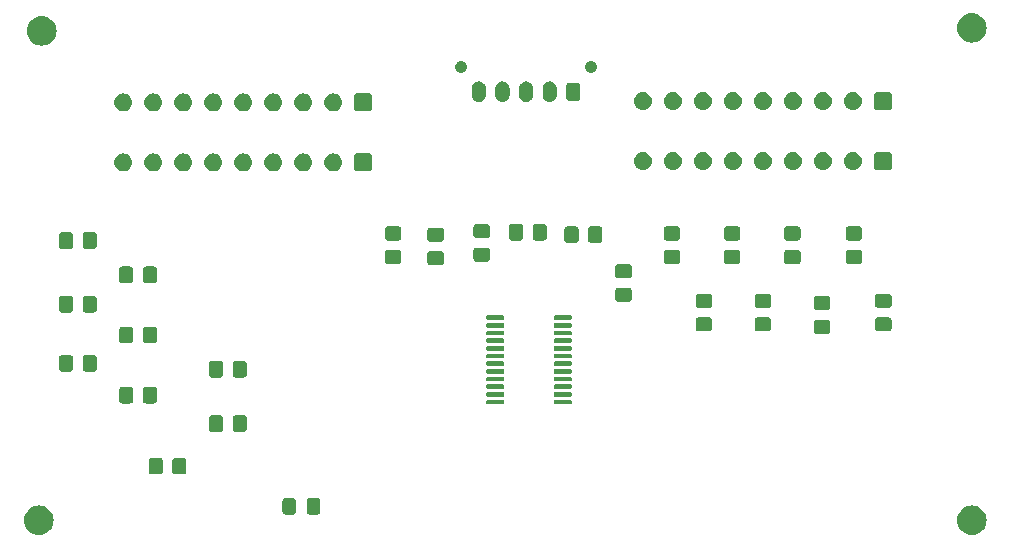
<source format=gts>
G04 #@! TF.GenerationSoftware,KiCad,Pcbnew,8.0.8*
G04 #@! TF.CreationDate,2025-01-20T22:51:14+09:00*
G04 #@! TF.ProjectId,house_controller_multiplex_breakout_board_v0.1.0,686f7573-655f-4636-9f6e-74726f6c6c65,rev?*
G04 #@! TF.SameCoordinates,Original*
G04 #@! TF.FileFunction,Soldermask,Top*
G04 #@! TF.FilePolarity,Negative*
%FSLAX46Y46*%
G04 Gerber Fmt 4.6, Leading zero omitted, Abs format (unit mm)*
G04 Created by KiCad (PCBNEW 8.0.8) date 2025-01-20 22:51:14*
%MOMM*%
%LPD*%
G01*
G04 APERTURE LIST*
G04 APERTURE END LIST*
G36*
X65217060Y-101447670D02*
G01*
X65427525Y-101504064D01*
X65625000Y-101596148D01*
X65803485Y-101721124D01*
X65957556Y-101875195D01*
X66082532Y-102053680D01*
X66174616Y-102251155D01*
X66231010Y-102461620D01*
X66250000Y-102678680D01*
X66231010Y-102895740D01*
X66174616Y-103106205D01*
X66082532Y-103303680D01*
X65957556Y-103482165D01*
X65803485Y-103636236D01*
X65625000Y-103761212D01*
X65427525Y-103853296D01*
X65217060Y-103909690D01*
X65000000Y-103928680D01*
X64782940Y-103909690D01*
X64572475Y-103853296D01*
X64375000Y-103761212D01*
X64196515Y-103636236D01*
X64042444Y-103482165D01*
X63917468Y-103303680D01*
X63825384Y-103106205D01*
X63768990Y-102895740D01*
X63750000Y-102678680D01*
X63768990Y-102461620D01*
X63825384Y-102251155D01*
X63917468Y-102053680D01*
X64042444Y-101875195D01*
X64196515Y-101721124D01*
X64375000Y-101596148D01*
X64572475Y-101504064D01*
X64782940Y-101447670D01*
X65000000Y-101428680D01*
X65217060Y-101447670D01*
G37*
G36*
X144217060Y-101447670D02*
G01*
X144427525Y-101504064D01*
X144625000Y-101596148D01*
X144803485Y-101721124D01*
X144957556Y-101875195D01*
X145082532Y-102053680D01*
X145174616Y-102251155D01*
X145231010Y-102461620D01*
X145250000Y-102678680D01*
X145231010Y-102895740D01*
X145174616Y-103106205D01*
X145082532Y-103303680D01*
X144957556Y-103482165D01*
X144803485Y-103636236D01*
X144625000Y-103761212D01*
X144427525Y-103853296D01*
X144217060Y-103909690D01*
X144000000Y-103928680D01*
X143782940Y-103909690D01*
X143572475Y-103853296D01*
X143375000Y-103761212D01*
X143196515Y-103636236D01*
X143042444Y-103482165D01*
X142917468Y-103303680D01*
X142825384Y-103106205D01*
X142768990Y-102895740D01*
X142750000Y-102678680D01*
X142768990Y-102461620D01*
X142825384Y-102251155D01*
X142917468Y-102053680D01*
X143042444Y-101875195D01*
X143196515Y-101721124D01*
X143375000Y-101596148D01*
X143572475Y-101504064D01*
X143782940Y-101447670D01*
X144000000Y-101428680D01*
X144217060Y-101447670D01*
G37*
G36*
X86529850Y-100800964D02*
G01*
X86580040Y-100806787D01*
X86597189Y-100814359D01*
X86620671Y-100819030D01*
X86645810Y-100835827D01*
X86665696Y-100844608D01*
X86679277Y-100858189D01*
X86701777Y-100873223D01*
X86716810Y-100895722D01*
X86730391Y-100909303D01*
X86739170Y-100929186D01*
X86755970Y-100954329D01*
X86760641Y-100977812D01*
X86768212Y-100994959D01*
X86774033Y-101045139D01*
X86775000Y-101050000D01*
X86775000Y-101950000D01*
X86774032Y-101954863D01*
X86768212Y-102005040D01*
X86760641Y-102022185D01*
X86755970Y-102045671D01*
X86739169Y-102070815D01*
X86730391Y-102090696D01*
X86716812Y-102104274D01*
X86701777Y-102126777D01*
X86679274Y-102141812D01*
X86665696Y-102155391D01*
X86645815Y-102164169D01*
X86620671Y-102180970D01*
X86597185Y-102185641D01*
X86580040Y-102193212D01*
X86529861Y-102199032D01*
X86525000Y-102200000D01*
X85875000Y-102200000D01*
X85870138Y-102199032D01*
X85819959Y-102193212D01*
X85802812Y-102185641D01*
X85779329Y-102180970D01*
X85754186Y-102164170D01*
X85734303Y-102155391D01*
X85720722Y-102141810D01*
X85698223Y-102126777D01*
X85683189Y-102104277D01*
X85669608Y-102090696D01*
X85660827Y-102070810D01*
X85644030Y-102045671D01*
X85639359Y-102022189D01*
X85631787Y-102005040D01*
X85625964Y-101954849D01*
X85625000Y-101950000D01*
X85625000Y-101050000D01*
X85625964Y-101045150D01*
X85631787Y-100994959D01*
X85639359Y-100977808D01*
X85644030Y-100954329D01*
X85660826Y-100929191D01*
X85669608Y-100909303D01*
X85683191Y-100895719D01*
X85698223Y-100873223D01*
X85720719Y-100858191D01*
X85734303Y-100844608D01*
X85754191Y-100835826D01*
X85779329Y-100819030D01*
X85802808Y-100814359D01*
X85819959Y-100806787D01*
X85870151Y-100800964D01*
X85875000Y-100800000D01*
X86525000Y-100800000D01*
X86529850Y-100800964D01*
G37*
G36*
X88579850Y-100800964D02*
G01*
X88630040Y-100806787D01*
X88647189Y-100814359D01*
X88670671Y-100819030D01*
X88695810Y-100835827D01*
X88715696Y-100844608D01*
X88729277Y-100858189D01*
X88751777Y-100873223D01*
X88766810Y-100895722D01*
X88780391Y-100909303D01*
X88789170Y-100929186D01*
X88805970Y-100954329D01*
X88810641Y-100977812D01*
X88818212Y-100994959D01*
X88824033Y-101045139D01*
X88825000Y-101050000D01*
X88825000Y-101950000D01*
X88824032Y-101954863D01*
X88818212Y-102005040D01*
X88810641Y-102022185D01*
X88805970Y-102045671D01*
X88789169Y-102070815D01*
X88780391Y-102090696D01*
X88766812Y-102104274D01*
X88751777Y-102126777D01*
X88729274Y-102141812D01*
X88715696Y-102155391D01*
X88695815Y-102164169D01*
X88670671Y-102180970D01*
X88647185Y-102185641D01*
X88630040Y-102193212D01*
X88579861Y-102199032D01*
X88575000Y-102200000D01*
X87925000Y-102200000D01*
X87920138Y-102199032D01*
X87869959Y-102193212D01*
X87852812Y-102185641D01*
X87829329Y-102180970D01*
X87804186Y-102164170D01*
X87784303Y-102155391D01*
X87770722Y-102141810D01*
X87748223Y-102126777D01*
X87733189Y-102104277D01*
X87719608Y-102090696D01*
X87710827Y-102070810D01*
X87694030Y-102045671D01*
X87689359Y-102022189D01*
X87681787Y-102005040D01*
X87675964Y-101954849D01*
X87675000Y-101950000D01*
X87675000Y-101050000D01*
X87675964Y-101045150D01*
X87681787Y-100994959D01*
X87689359Y-100977808D01*
X87694030Y-100954329D01*
X87710826Y-100929191D01*
X87719608Y-100909303D01*
X87733191Y-100895719D01*
X87748223Y-100873223D01*
X87770719Y-100858191D01*
X87784303Y-100844608D01*
X87804191Y-100835826D01*
X87829329Y-100819030D01*
X87852808Y-100814359D01*
X87869959Y-100806787D01*
X87920151Y-100800964D01*
X87925000Y-100800000D01*
X88575000Y-100800000D01*
X88579850Y-100800964D01*
G37*
G36*
X75254850Y-97400964D02*
G01*
X75305040Y-97406787D01*
X75322189Y-97414359D01*
X75345671Y-97419030D01*
X75370810Y-97435827D01*
X75390696Y-97444608D01*
X75404277Y-97458189D01*
X75426777Y-97473223D01*
X75441810Y-97495722D01*
X75455391Y-97509303D01*
X75464170Y-97529186D01*
X75480970Y-97554329D01*
X75485641Y-97577812D01*
X75493212Y-97594959D01*
X75499033Y-97645139D01*
X75500000Y-97650000D01*
X75500000Y-98550000D01*
X75499032Y-98554863D01*
X75493212Y-98605040D01*
X75485641Y-98622185D01*
X75480970Y-98645671D01*
X75464169Y-98670815D01*
X75455391Y-98690696D01*
X75441812Y-98704274D01*
X75426777Y-98726777D01*
X75404274Y-98741812D01*
X75390696Y-98755391D01*
X75370815Y-98764169D01*
X75345671Y-98780970D01*
X75322185Y-98785641D01*
X75305040Y-98793212D01*
X75254861Y-98799032D01*
X75250000Y-98800000D01*
X74550000Y-98800000D01*
X74545138Y-98799032D01*
X74494959Y-98793212D01*
X74477812Y-98785641D01*
X74454329Y-98780970D01*
X74429186Y-98764170D01*
X74409303Y-98755391D01*
X74395722Y-98741810D01*
X74373223Y-98726777D01*
X74358189Y-98704277D01*
X74344608Y-98690696D01*
X74335827Y-98670810D01*
X74319030Y-98645671D01*
X74314359Y-98622189D01*
X74306787Y-98605040D01*
X74300964Y-98554849D01*
X74300000Y-98550000D01*
X74300000Y-97650000D01*
X74300964Y-97645150D01*
X74306787Y-97594959D01*
X74314359Y-97577808D01*
X74319030Y-97554329D01*
X74335826Y-97529191D01*
X74344608Y-97509303D01*
X74358191Y-97495719D01*
X74373223Y-97473223D01*
X74395719Y-97458191D01*
X74409303Y-97444608D01*
X74429191Y-97435826D01*
X74454329Y-97419030D01*
X74477808Y-97414359D01*
X74494959Y-97406787D01*
X74545151Y-97400964D01*
X74550000Y-97400000D01*
X75250000Y-97400000D01*
X75254850Y-97400964D01*
G37*
G36*
X77254850Y-97400964D02*
G01*
X77305040Y-97406787D01*
X77322189Y-97414359D01*
X77345671Y-97419030D01*
X77370810Y-97435827D01*
X77390696Y-97444608D01*
X77404277Y-97458189D01*
X77426777Y-97473223D01*
X77441810Y-97495722D01*
X77455391Y-97509303D01*
X77464170Y-97529186D01*
X77480970Y-97554329D01*
X77485641Y-97577812D01*
X77493212Y-97594959D01*
X77499033Y-97645139D01*
X77500000Y-97650000D01*
X77500000Y-98550000D01*
X77499032Y-98554863D01*
X77493212Y-98605040D01*
X77485641Y-98622185D01*
X77480970Y-98645671D01*
X77464169Y-98670815D01*
X77455391Y-98690696D01*
X77441812Y-98704274D01*
X77426777Y-98726777D01*
X77404274Y-98741812D01*
X77390696Y-98755391D01*
X77370815Y-98764169D01*
X77345671Y-98780970D01*
X77322185Y-98785641D01*
X77305040Y-98793212D01*
X77254861Y-98799032D01*
X77250000Y-98800000D01*
X76550000Y-98800000D01*
X76545138Y-98799032D01*
X76494959Y-98793212D01*
X76477812Y-98785641D01*
X76454329Y-98780970D01*
X76429186Y-98764170D01*
X76409303Y-98755391D01*
X76395722Y-98741810D01*
X76373223Y-98726777D01*
X76358189Y-98704277D01*
X76344608Y-98690696D01*
X76335827Y-98670810D01*
X76319030Y-98645671D01*
X76314359Y-98622189D01*
X76306787Y-98605040D01*
X76300964Y-98554849D01*
X76300000Y-98550000D01*
X76300000Y-97650000D01*
X76300964Y-97645150D01*
X76306787Y-97594959D01*
X76314359Y-97577808D01*
X76319030Y-97554329D01*
X76335826Y-97529191D01*
X76344608Y-97509303D01*
X76358191Y-97495719D01*
X76373223Y-97473223D01*
X76395719Y-97458191D01*
X76409303Y-97444608D01*
X76429191Y-97435826D01*
X76454329Y-97419030D01*
X76477808Y-97414359D01*
X76494959Y-97406787D01*
X76545151Y-97400964D01*
X76550000Y-97400000D01*
X77250000Y-97400000D01*
X77254850Y-97400964D01*
G37*
G36*
X80354850Y-93800964D02*
G01*
X80405040Y-93806787D01*
X80422189Y-93814359D01*
X80445671Y-93819030D01*
X80470810Y-93835827D01*
X80490696Y-93844608D01*
X80504277Y-93858189D01*
X80526777Y-93873223D01*
X80541810Y-93895722D01*
X80555391Y-93909303D01*
X80564170Y-93929186D01*
X80580970Y-93954329D01*
X80585641Y-93977812D01*
X80593212Y-93994959D01*
X80599033Y-94045139D01*
X80600000Y-94050000D01*
X80600000Y-94950000D01*
X80599032Y-94954863D01*
X80593212Y-95005040D01*
X80585641Y-95022185D01*
X80580970Y-95045671D01*
X80564169Y-95070815D01*
X80555391Y-95090696D01*
X80541812Y-95104274D01*
X80526777Y-95126777D01*
X80504274Y-95141812D01*
X80490696Y-95155391D01*
X80470815Y-95164169D01*
X80445671Y-95180970D01*
X80422185Y-95185641D01*
X80405040Y-95193212D01*
X80354861Y-95199032D01*
X80350000Y-95200000D01*
X79650000Y-95200000D01*
X79645138Y-95199032D01*
X79594959Y-95193212D01*
X79577812Y-95185641D01*
X79554329Y-95180970D01*
X79529186Y-95164170D01*
X79509303Y-95155391D01*
X79495722Y-95141810D01*
X79473223Y-95126777D01*
X79458189Y-95104277D01*
X79444608Y-95090696D01*
X79435827Y-95070810D01*
X79419030Y-95045671D01*
X79414359Y-95022189D01*
X79406787Y-95005040D01*
X79400964Y-94954849D01*
X79400000Y-94950000D01*
X79400000Y-94050000D01*
X79400964Y-94045150D01*
X79406787Y-93994959D01*
X79414359Y-93977808D01*
X79419030Y-93954329D01*
X79435826Y-93929191D01*
X79444608Y-93909303D01*
X79458191Y-93895719D01*
X79473223Y-93873223D01*
X79495719Y-93858191D01*
X79509303Y-93844608D01*
X79529191Y-93835826D01*
X79554329Y-93819030D01*
X79577808Y-93814359D01*
X79594959Y-93806787D01*
X79645151Y-93800964D01*
X79650000Y-93800000D01*
X80350000Y-93800000D01*
X80354850Y-93800964D01*
G37*
G36*
X82354850Y-93800964D02*
G01*
X82405040Y-93806787D01*
X82422189Y-93814359D01*
X82445671Y-93819030D01*
X82470810Y-93835827D01*
X82490696Y-93844608D01*
X82504277Y-93858189D01*
X82526777Y-93873223D01*
X82541810Y-93895722D01*
X82555391Y-93909303D01*
X82564170Y-93929186D01*
X82580970Y-93954329D01*
X82585641Y-93977812D01*
X82593212Y-93994959D01*
X82599033Y-94045139D01*
X82600000Y-94050000D01*
X82600000Y-94950000D01*
X82599032Y-94954863D01*
X82593212Y-95005040D01*
X82585641Y-95022185D01*
X82580970Y-95045671D01*
X82564169Y-95070815D01*
X82555391Y-95090696D01*
X82541812Y-95104274D01*
X82526777Y-95126777D01*
X82504274Y-95141812D01*
X82490696Y-95155391D01*
X82470815Y-95164169D01*
X82445671Y-95180970D01*
X82422185Y-95185641D01*
X82405040Y-95193212D01*
X82354861Y-95199032D01*
X82350000Y-95200000D01*
X81650000Y-95200000D01*
X81645138Y-95199032D01*
X81594959Y-95193212D01*
X81577812Y-95185641D01*
X81554329Y-95180970D01*
X81529186Y-95164170D01*
X81509303Y-95155391D01*
X81495722Y-95141810D01*
X81473223Y-95126777D01*
X81458189Y-95104277D01*
X81444608Y-95090696D01*
X81435827Y-95070810D01*
X81419030Y-95045671D01*
X81414359Y-95022189D01*
X81406787Y-95005040D01*
X81400964Y-94954849D01*
X81400000Y-94950000D01*
X81400000Y-94050000D01*
X81400964Y-94045150D01*
X81406787Y-93994959D01*
X81414359Y-93977808D01*
X81419030Y-93954329D01*
X81435826Y-93929191D01*
X81444608Y-93909303D01*
X81458191Y-93895719D01*
X81473223Y-93873223D01*
X81495719Y-93858191D01*
X81509303Y-93844608D01*
X81529191Y-93835826D01*
X81554329Y-93819030D01*
X81577808Y-93814359D01*
X81594959Y-93806787D01*
X81645151Y-93800964D01*
X81650000Y-93800000D01*
X82350000Y-93800000D01*
X82354850Y-93800964D01*
G37*
G36*
X104313268Y-92482612D02*
G01*
X104345711Y-92504289D01*
X104367388Y-92536732D01*
X104375000Y-92575000D01*
X104375000Y-92775000D01*
X104367388Y-92813268D01*
X104345711Y-92845711D01*
X104313268Y-92867388D01*
X104275000Y-92875000D01*
X103000000Y-92875000D01*
X102961732Y-92867388D01*
X102929289Y-92845711D01*
X102907612Y-92813268D01*
X102900000Y-92775000D01*
X102900000Y-92575000D01*
X102907612Y-92536732D01*
X102929289Y-92504289D01*
X102961732Y-92482612D01*
X103000000Y-92475000D01*
X104275000Y-92475000D01*
X104313268Y-92482612D01*
G37*
G36*
X110038268Y-92482612D02*
G01*
X110070711Y-92504289D01*
X110092388Y-92536732D01*
X110100000Y-92575000D01*
X110100000Y-92775000D01*
X110092388Y-92813268D01*
X110070711Y-92845711D01*
X110038268Y-92867388D01*
X110000000Y-92875000D01*
X108725000Y-92875000D01*
X108686732Y-92867388D01*
X108654289Y-92845711D01*
X108632612Y-92813268D01*
X108625000Y-92775000D01*
X108625000Y-92575000D01*
X108632612Y-92536732D01*
X108654289Y-92504289D01*
X108686732Y-92482612D01*
X108725000Y-92475000D01*
X110000000Y-92475000D01*
X110038268Y-92482612D01*
G37*
G36*
X72754850Y-91400964D02*
G01*
X72805040Y-91406787D01*
X72822189Y-91414359D01*
X72845671Y-91419030D01*
X72870810Y-91435827D01*
X72890696Y-91444608D01*
X72904277Y-91458189D01*
X72926777Y-91473223D01*
X72941810Y-91495722D01*
X72955391Y-91509303D01*
X72964170Y-91529186D01*
X72980970Y-91554329D01*
X72985641Y-91577812D01*
X72993212Y-91594959D01*
X72999033Y-91645139D01*
X73000000Y-91650000D01*
X73000000Y-92550000D01*
X72999032Y-92554863D01*
X72993212Y-92605040D01*
X72985641Y-92622185D01*
X72980970Y-92645671D01*
X72964169Y-92670815D01*
X72955391Y-92690696D01*
X72941812Y-92704274D01*
X72926777Y-92726777D01*
X72904274Y-92741812D01*
X72890696Y-92755391D01*
X72870815Y-92764169D01*
X72845671Y-92780970D01*
X72822185Y-92785641D01*
X72805040Y-92793212D01*
X72754861Y-92799032D01*
X72750000Y-92800000D01*
X72050000Y-92800000D01*
X72045138Y-92799032D01*
X71994959Y-92793212D01*
X71977812Y-92785641D01*
X71954329Y-92780970D01*
X71929186Y-92764170D01*
X71909303Y-92755391D01*
X71895722Y-92741810D01*
X71873223Y-92726777D01*
X71858189Y-92704277D01*
X71844608Y-92690696D01*
X71835827Y-92670810D01*
X71819030Y-92645671D01*
X71814359Y-92622189D01*
X71806787Y-92605040D01*
X71800964Y-92554849D01*
X71800000Y-92550000D01*
X71800000Y-91650000D01*
X71800964Y-91645150D01*
X71806787Y-91594959D01*
X71814359Y-91577808D01*
X71819030Y-91554329D01*
X71835826Y-91529191D01*
X71844608Y-91509303D01*
X71858191Y-91495719D01*
X71873223Y-91473223D01*
X71895719Y-91458191D01*
X71909303Y-91444608D01*
X71929191Y-91435826D01*
X71954329Y-91419030D01*
X71977808Y-91414359D01*
X71994959Y-91406787D01*
X72045151Y-91400964D01*
X72050000Y-91400000D01*
X72750000Y-91400000D01*
X72754850Y-91400964D01*
G37*
G36*
X74754850Y-91400964D02*
G01*
X74805040Y-91406787D01*
X74822189Y-91414359D01*
X74845671Y-91419030D01*
X74870810Y-91435827D01*
X74890696Y-91444608D01*
X74904277Y-91458189D01*
X74926777Y-91473223D01*
X74941810Y-91495722D01*
X74955391Y-91509303D01*
X74964170Y-91529186D01*
X74980970Y-91554329D01*
X74985641Y-91577812D01*
X74993212Y-91594959D01*
X74999033Y-91645139D01*
X75000000Y-91650000D01*
X75000000Y-92550000D01*
X74999032Y-92554863D01*
X74993212Y-92605040D01*
X74985641Y-92622185D01*
X74980970Y-92645671D01*
X74964169Y-92670815D01*
X74955391Y-92690696D01*
X74941812Y-92704274D01*
X74926777Y-92726777D01*
X74904274Y-92741812D01*
X74890696Y-92755391D01*
X74870815Y-92764169D01*
X74845671Y-92780970D01*
X74822185Y-92785641D01*
X74805040Y-92793212D01*
X74754861Y-92799032D01*
X74750000Y-92800000D01*
X74050000Y-92800000D01*
X74045138Y-92799032D01*
X73994959Y-92793212D01*
X73977812Y-92785641D01*
X73954329Y-92780970D01*
X73929186Y-92764170D01*
X73909303Y-92755391D01*
X73895722Y-92741810D01*
X73873223Y-92726777D01*
X73858189Y-92704277D01*
X73844608Y-92690696D01*
X73835827Y-92670810D01*
X73819030Y-92645671D01*
X73814359Y-92622189D01*
X73806787Y-92605040D01*
X73800964Y-92554849D01*
X73800000Y-92550000D01*
X73800000Y-91650000D01*
X73800964Y-91645150D01*
X73806787Y-91594959D01*
X73814359Y-91577808D01*
X73819030Y-91554329D01*
X73835826Y-91529191D01*
X73844608Y-91509303D01*
X73858191Y-91495719D01*
X73873223Y-91473223D01*
X73895719Y-91458191D01*
X73909303Y-91444608D01*
X73929191Y-91435826D01*
X73954329Y-91419030D01*
X73977808Y-91414359D01*
X73994959Y-91406787D01*
X74045151Y-91400964D01*
X74050000Y-91400000D01*
X74750000Y-91400000D01*
X74754850Y-91400964D01*
G37*
G36*
X104313268Y-91832612D02*
G01*
X104345711Y-91854289D01*
X104367388Y-91886732D01*
X104375000Y-91925000D01*
X104375000Y-92125000D01*
X104367388Y-92163268D01*
X104345711Y-92195711D01*
X104313268Y-92217388D01*
X104275000Y-92225000D01*
X103000000Y-92225000D01*
X102961732Y-92217388D01*
X102929289Y-92195711D01*
X102907612Y-92163268D01*
X102900000Y-92125000D01*
X102900000Y-91925000D01*
X102907612Y-91886732D01*
X102929289Y-91854289D01*
X102961732Y-91832612D01*
X103000000Y-91825000D01*
X104275000Y-91825000D01*
X104313268Y-91832612D01*
G37*
G36*
X110038268Y-91832612D02*
G01*
X110070711Y-91854289D01*
X110092388Y-91886732D01*
X110100000Y-91925000D01*
X110100000Y-92125000D01*
X110092388Y-92163268D01*
X110070711Y-92195711D01*
X110038268Y-92217388D01*
X110000000Y-92225000D01*
X108725000Y-92225000D01*
X108686732Y-92217388D01*
X108654289Y-92195711D01*
X108632612Y-92163268D01*
X108625000Y-92125000D01*
X108625000Y-91925000D01*
X108632612Y-91886732D01*
X108654289Y-91854289D01*
X108686732Y-91832612D01*
X108725000Y-91825000D01*
X110000000Y-91825000D01*
X110038268Y-91832612D01*
G37*
G36*
X104313268Y-91182612D02*
G01*
X104345711Y-91204289D01*
X104367388Y-91236732D01*
X104375000Y-91275000D01*
X104375000Y-91475000D01*
X104367388Y-91513268D01*
X104345711Y-91545711D01*
X104313268Y-91567388D01*
X104275000Y-91575000D01*
X103000000Y-91575000D01*
X102961732Y-91567388D01*
X102929289Y-91545711D01*
X102907612Y-91513268D01*
X102900000Y-91475000D01*
X102900000Y-91275000D01*
X102907612Y-91236732D01*
X102929289Y-91204289D01*
X102961732Y-91182612D01*
X103000000Y-91175000D01*
X104275000Y-91175000D01*
X104313268Y-91182612D01*
G37*
G36*
X110038268Y-91182612D02*
G01*
X110070711Y-91204289D01*
X110092388Y-91236732D01*
X110100000Y-91275000D01*
X110100000Y-91475000D01*
X110092388Y-91513268D01*
X110070711Y-91545711D01*
X110038268Y-91567388D01*
X110000000Y-91575000D01*
X108725000Y-91575000D01*
X108686732Y-91567388D01*
X108654289Y-91545711D01*
X108632612Y-91513268D01*
X108625000Y-91475000D01*
X108625000Y-91275000D01*
X108632612Y-91236732D01*
X108654289Y-91204289D01*
X108686732Y-91182612D01*
X108725000Y-91175000D01*
X110000000Y-91175000D01*
X110038268Y-91182612D01*
G37*
G36*
X104313268Y-90532612D02*
G01*
X104345711Y-90554289D01*
X104367388Y-90586732D01*
X104375000Y-90625000D01*
X104375000Y-90825000D01*
X104367388Y-90863268D01*
X104345711Y-90895711D01*
X104313268Y-90917388D01*
X104275000Y-90925000D01*
X103000000Y-90925000D01*
X102961732Y-90917388D01*
X102929289Y-90895711D01*
X102907612Y-90863268D01*
X102900000Y-90825000D01*
X102900000Y-90625000D01*
X102907612Y-90586732D01*
X102929289Y-90554289D01*
X102961732Y-90532612D01*
X103000000Y-90525000D01*
X104275000Y-90525000D01*
X104313268Y-90532612D01*
G37*
G36*
X110038268Y-90532612D02*
G01*
X110070711Y-90554289D01*
X110092388Y-90586732D01*
X110100000Y-90625000D01*
X110100000Y-90825000D01*
X110092388Y-90863268D01*
X110070711Y-90895711D01*
X110038268Y-90917388D01*
X110000000Y-90925000D01*
X108725000Y-90925000D01*
X108686732Y-90917388D01*
X108654289Y-90895711D01*
X108632612Y-90863268D01*
X108625000Y-90825000D01*
X108625000Y-90625000D01*
X108632612Y-90586732D01*
X108654289Y-90554289D01*
X108686732Y-90532612D01*
X108725000Y-90525000D01*
X110000000Y-90525000D01*
X110038268Y-90532612D01*
G37*
G36*
X80354850Y-89200964D02*
G01*
X80405040Y-89206787D01*
X80422189Y-89214359D01*
X80445671Y-89219030D01*
X80470810Y-89235827D01*
X80490696Y-89244608D01*
X80504277Y-89258189D01*
X80526777Y-89273223D01*
X80541810Y-89295722D01*
X80555391Y-89309303D01*
X80564170Y-89329186D01*
X80580970Y-89354329D01*
X80585641Y-89377812D01*
X80593212Y-89394959D01*
X80599033Y-89445139D01*
X80600000Y-89450000D01*
X80600000Y-90350000D01*
X80599032Y-90354863D01*
X80593212Y-90405040D01*
X80585641Y-90422185D01*
X80580970Y-90445671D01*
X80564169Y-90470815D01*
X80555391Y-90490696D01*
X80541812Y-90504274D01*
X80526777Y-90526777D01*
X80504274Y-90541812D01*
X80490696Y-90555391D01*
X80470815Y-90564169D01*
X80445671Y-90580970D01*
X80422185Y-90585641D01*
X80405040Y-90593212D01*
X80354861Y-90599032D01*
X80350000Y-90600000D01*
X79650000Y-90600000D01*
X79645138Y-90599032D01*
X79594959Y-90593212D01*
X79577812Y-90585641D01*
X79554329Y-90580970D01*
X79529186Y-90564170D01*
X79509303Y-90555391D01*
X79495722Y-90541810D01*
X79473223Y-90526777D01*
X79458189Y-90504277D01*
X79444608Y-90490696D01*
X79435827Y-90470810D01*
X79419030Y-90445671D01*
X79414359Y-90422189D01*
X79406787Y-90405040D01*
X79400964Y-90354849D01*
X79400000Y-90350000D01*
X79400000Y-89450000D01*
X79400964Y-89445150D01*
X79406787Y-89394959D01*
X79414359Y-89377808D01*
X79419030Y-89354329D01*
X79435826Y-89329191D01*
X79444608Y-89309303D01*
X79458191Y-89295719D01*
X79473223Y-89273223D01*
X79495719Y-89258191D01*
X79509303Y-89244608D01*
X79529191Y-89235826D01*
X79554329Y-89219030D01*
X79577808Y-89214359D01*
X79594959Y-89206787D01*
X79645151Y-89200964D01*
X79650000Y-89200000D01*
X80350000Y-89200000D01*
X80354850Y-89200964D01*
G37*
G36*
X82354850Y-89200964D02*
G01*
X82405040Y-89206787D01*
X82422189Y-89214359D01*
X82445671Y-89219030D01*
X82470810Y-89235827D01*
X82490696Y-89244608D01*
X82504277Y-89258189D01*
X82526777Y-89273223D01*
X82541810Y-89295722D01*
X82555391Y-89309303D01*
X82564170Y-89329186D01*
X82580970Y-89354329D01*
X82585641Y-89377812D01*
X82593212Y-89394959D01*
X82599033Y-89445139D01*
X82600000Y-89450000D01*
X82600000Y-90350000D01*
X82599032Y-90354863D01*
X82593212Y-90405040D01*
X82585641Y-90422185D01*
X82580970Y-90445671D01*
X82564169Y-90470815D01*
X82555391Y-90490696D01*
X82541812Y-90504274D01*
X82526777Y-90526777D01*
X82504274Y-90541812D01*
X82490696Y-90555391D01*
X82470815Y-90564169D01*
X82445671Y-90580970D01*
X82422185Y-90585641D01*
X82405040Y-90593212D01*
X82354861Y-90599032D01*
X82350000Y-90600000D01*
X81650000Y-90600000D01*
X81645138Y-90599032D01*
X81594959Y-90593212D01*
X81577812Y-90585641D01*
X81554329Y-90580970D01*
X81529186Y-90564170D01*
X81509303Y-90555391D01*
X81495722Y-90541810D01*
X81473223Y-90526777D01*
X81458189Y-90504277D01*
X81444608Y-90490696D01*
X81435827Y-90470810D01*
X81419030Y-90445671D01*
X81414359Y-90422189D01*
X81406787Y-90405040D01*
X81400964Y-90354849D01*
X81400000Y-90350000D01*
X81400000Y-89450000D01*
X81400964Y-89445150D01*
X81406787Y-89394959D01*
X81414359Y-89377808D01*
X81419030Y-89354329D01*
X81435826Y-89329191D01*
X81444608Y-89309303D01*
X81458191Y-89295719D01*
X81473223Y-89273223D01*
X81495719Y-89258191D01*
X81509303Y-89244608D01*
X81529191Y-89235826D01*
X81554329Y-89219030D01*
X81577808Y-89214359D01*
X81594959Y-89206787D01*
X81645151Y-89200964D01*
X81650000Y-89200000D01*
X82350000Y-89200000D01*
X82354850Y-89200964D01*
G37*
G36*
X104313268Y-89882612D02*
G01*
X104345711Y-89904289D01*
X104367388Y-89936732D01*
X104375000Y-89975000D01*
X104375000Y-90175000D01*
X104367388Y-90213268D01*
X104345711Y-90245711D01*
X104313268Y-90267388D01*
X104275000Y-90275000D01*
X103000000Y-90275000D01*
X102961732Y-90267388D01*
X102929289Y-90245711D01*
X102907612Y-90213268D01*
X102900000Y-90175000D01*
X102900000Y-89975000D01*
X102907612Y-89936732D01*
X102929289Y-89904289D01*
X102961732Y-89882612D01*
X103000000Y-89875000D01*
X104275000Y-89875000D01*
X104313268Y-89882612D01*
G37*
G36*
X110038268Y-89882612D02*
G01*
X110070711Y-89904289D01*
X110092388Y-89936732D01*
X110100000Y-89975000D01*
X110100000Y-90175000D01*
X110092388Y-90213268D01*
X110070711Y-90245711D01*
X110038268Y-90267388D01*
X110000000Y-90275000D01*
X108725000Y-90275000D01*
X108686732Y-90267388D01*
X108654289Y-90245711D01*
X108632612Y-90213268D01*
X108625000Y-90175000D01*
X108625000Y-89975000D01*
X108632612Y-89936732D01*
X108654289Y-89904289D01*
X108686732Y-89882612D01*
X108725000Y-89875000D01*
X110000000Y-89875000D01*
X110038268Y-89882612D01*
G37*
G36*
X67654850Y-88700964D02*
G01*
X67705040Y-88706787D01*
X67722189Y-88714359D01*
X67745671Y-88719030D01*
X67770810Y-88735827D01*
X67790696Y-88744608D01*
X67804277Y-88758189D01*
X67826777Y-88773223D01*
X67841810Y-88795722D01*
X67855391Y-88809303D01*
X67864170Y-88829186D01*
X67880970Y-88854329D01*
X67885641Y-88877812D01*
X67893212Y-88894959D01*
X67899033Y-88945139D01*
X67900000Y-88950000D01*
X67900000Y-89850000D01*
X67899032Y-89854863D01*
X67893212Y-89905040D01*
X67885641Y-89922185D01*
X67880970Y-89945671D01*
X67864169Y-89970815D01*
X67855391Y-89990696D01*
X67841812Y-90004274D01*
X67826777Y-90026777D01*
X67804274Y-90041812D01*
X67790696Y-90055391D01*
X67770815Y-90064169D01*
X67745671Y-90080970D01*
X67722185Y-90085641D01*
X67705040Y-90093212D01*
X67654861Y-90099032D01*
X67650000Y-90100000D01*
X66950000Y-90100000D01*
X66945138Y-90099032D01*
X66894959Y-90093212D01*
X66877812Y-90085641D01*
X66854329Y-90080970D01*
X66829186Y-90064170D01*
X66809303Y-90055391D01*
X66795722Y-90041810D01*
X66773223Y-90026777D01*
X66758189Y-90004277D01*
X66744608Y-89990696D01*
X66735827Y-89970810D01*
X66719030Y-89945671D01*
X66714359Y-89922189D01*
X66706787Y-89905040D01*
X66700964Y-89854849D01*
X66700000Y-89850000D01*
X66700000Y-88950000D01*
X66700964Y-88945150D01*
X66706787Y-88894959D01*
X66714359Y-88877808D01*
X66719030Y-88854329D01*
X66735826Y-88829191D01*
X66744608Y-88809303D01*
X66758191Y-88795719D01*
X66773223Y-88773223D01*
X66795719Y-88758191D01*
X66809303Y-88744608D01*
X66829191Y-88735826D01*
X66854329Y-88719030D01*
X66877808Y-88714359D01*
X66894959Y-88706787D01*
X66945151Y-88700964D01*
X66950000Y-88700000D01*
X67650000Y-88700000D01*
X67654850Y-88700964D01*
G37*
G36*
X69654850Y-88700964D02*
G01*
X69705040Y-88706787D01*
X69722189Y-88714359D01*
X69745671Y-88719030D01*
X69770810Y-88735827D01*
X69790696Y-88744608D01*
X69804277Y-88758189D01*
X69826777Y-88773223D01*
X69841810Y-88795722D01*
X69855391Y-88809303D01*
X69864170Y-88829186D01*
X69880970Y-88854329D01*
X69885641Y-88877812D01*
X69893212Y-88894959D01*
X69899033Y-88945139D01*
X69900000Y-88950000D01*
X69900000Y-89850000D01*
X69899032Y-89854863D01*
X69893212Y-89905040D01*
X69885641Y-89922185D01*
X69880970Y-89945671D01*
X69864169Y-89970815D01*
X69855391Y-89990696D01*
X69841812Y-90004274D01*
X69826777Y-90026777D01*
X69804274Y-90041812D01*
X69790696Y-90055391D01*
X69770815Y-90064169D01*
X69745671Y-90080970D01*
X69722185Y-90085641D01*
X69705040Y-90093212D01*
X69654861Y-90099032D01*
X69650000Y-90100000D01*
X68950000Y-90100000D01*
X68945138Y-90099032D01*
X68894959Y-90093212D01*
X68877812Y-90085641D01*
X68854329Y-90080970D01*
X68829186Y-90064170D01*
X68809303Y-90055391D01*
X68795722Y-90041810D01*
X68773223Y-90026777D01*
X68758189Y-90004277D01*
X68744608Y-89990696D01*
X68735827Y-89970810D01*
X68719030Y-89945671D01*
X68714359Y-89922189D01*
X68706787Y-89905040D01*
X68700964Y-89854849D01*
X68700000Y-89850000D01*
X68700000Y-88950000D01*
X68700964Y-88945150D01*
X68706787Y-88894959D01*
X68714359Y-88877808D01*
X68719030Y-88854329D01*
X68735826Y-88829191D01*
X68744608Y-88809303D01*
X68758191Y-88795719D01*
X68773223Y-88773223D01*
X68795719Y-88758191D01*
X68809303Y-88744608D01*
X68829191Y-88735826D01*
X68854329Y-88719030D01*
X68877808Y-88714359D01*
X68894959Y-88706787D01*
X68945151Y-88700964D01*
X68950000Y-88700000D01*
X69650000Y-88700000D01*
X69654850Y-88700964D01*
G37*
G36*
X104313268Y-89232612D02*
G01*
X104345711Y-89254289D01*
X104367388Y-89286732D01*
X104375000Y-89325000D01*
X104375000Y-89525000D01*
X104367388Y-89563268D01*
X104345711Y-89595711D01*
X104313268Y-89617388D01*
X104275000Y-89625000D01*
X103000000Y-89625000D01*
X102961732Y-89617388D01*
X102929289Y-89595711D01*
X102907612Y-89563268D01*
X102900000Y-89525000D01*
X102900000Y-89325000D01*
X102907612Y-89286732D01*
X102929289Y-89254289D01*
X102961732Y-89232612D01*
X103000000Y-89225000D01*
X104275000Y-89225000D01*
X104313268Y-89232612D01*
G37*
G36*
X110038268Y-89232612D02*
G01*
X110070711Y-89254289D01*
X110092388Y-89286732D01*
X110100000Y-89325000D01*
X110100000Y-89525000D01*
X110092388Y-89563268D01*
X110070711Y-89595711D01*
X110038268Y-89617388D01*
X110000000Y-89625000D01*
X108725000Y-89625000D01*
X108686732Y-89617388D01*
X108654289Y-89595711D01*
X108632612Y-89563268D01*
X108625000Y-89525000D01*
X108625000Y-89325000D01*
X108632612Y-89286732D01*
X108654289Y-89254289D01*
X108686732Y-89232612D01*
X108725000Y-89225000D01*
X110000000Y-89225000D01*
X110038268Y-89232612D01*
G37*
G36*
X104313268Y-88582612D02*
G01*
X104345711Y-88604289D01*
X104367388Y-88636732D01*
X104375000Y-88675000D01*
X104375000Y-88875000D01*
X104367388Y-88913268D01*
X104345711Y-88945711D01*
X104313268Y-88967388D01*
X104275000Y-88975000D01*
X103000000Y-88975000D01*
X102961732Y-88967388D01*
X102929289Y-88945711D01*
X102907612Y-88913268D01*
X102900000Y-88875000D01*
X102900000Y-88675000D01*
X102907612Y-88636732D01*
X102929289Y-88604289D01*
X102961732Y-88582612D01*
X103000000Y-88575000D01*
X104275000Y-88575000D01*
X104313268Y-88582612D01*
G37*
G36*
X110038268Y-88582612D02*
G01*
X110070711Y-88604289D01*
X110092388Y-88636732D01*
X110100000Y-88675000D01*
X110100000Y-88875000D01*
X110092388Y-88913268D01*
X110070711Y-88945711D01*
X110038268Y-88967388D01*
X110000000Y-88975000D01*
X108725000Y-88975000D01*
X108686732Y-88967388D01*
X108654289Y-88945711D01*
X108632612Y-88913268D01*
X108625000Y-88875000D01*
X108625000Y-88675000D01*
X108632612Y-88636732D01*
X108654289Y-88604289D01*
X108686732Y-88582612D01*
X108725000Y-88575000D01*
X110000000Y-88575000D01*
X110038268Y-88582612D01*
G37*
G36*
X104313268Y-87932612D02*
G01*
X104345711Y-87954289D01*
X104367388Y-87986732D01*
X104375000Y-88025000D01*
X104375000Y-88225000D01*
X104367388Y-88263268D01*
X104345711Y-88295711D01*
X104313268Y-88317388D01*
X104275000Y-88325000D01*
X103000000Y-88325000D01*
X102961732Y-88317388D01*
X102929289Y-88295711D01*
X102907612Y-88263268D01*
X102900000Y-88225000D01*
X102900000Y-88025000D01*
X102907612Y-87986732D01*
X102929289Y-87954289D01*
X102961732Y-87932612D01*
X103000000Y-87925000D01*
X104275000Y-87925000D01*
X104313268Y-87932612D01*
G37*
G36*
X110038268Y-87932612D02*
G01*
X110070711Y-87954289D01*
X110092388Y-87986732D01*
X110100000Y-88025000D01*
X110100000Y-88225000D01*
X110092388Y-88263268D01*
X110070711Y-88295711D01*
X110038268Y-88317388D01*
X110000000Y-88325000D01*
X108725000Y-88325000D01*
X108686732Y-88317388D01*
X108654289Y-88295711D01*
X108632612Y-88263268D01*
X108625000Y-88225000D01*
X108625000Y-88025000D01*
X108632612Y-87986732D01*
X108654289Y-87954289D01*
X108686732Y-87932612D01*
X108725000Y-87925000D01*
X110000000Y-87925000D01*
X110038268Y-87932612D01*
G37*
G36*
X72754850Y-86300964D02*
G01*
X72805040Y-86306787D01*
X72822189Y-86314359D01*
X72845671Y-86319030D01*
X72870810Y-86335827D01*
X72890696Y-86344608D01*
X72904277Y-86358189D01*
X72926777Y-86373223D01*
X72941810Y-86395722D01*
X72955391Y-86409303D01*
X72964170Y-86429186D01*
X72980970Y-86454329D01*
X72985641Y-86477812D01*
X72993212Y-86494959D01*
X72999033Y-86545139D01*
X73000000Y-86550000D01*
X73000000Y-87450000D01*
X72999032Y-87454863D01*
X72993212Y-87505040D01*
X72985641Y-87522185D01*
X72980970Y-87545671D01*
X72964169Y-87570815D01*
X72955391Y-87590696D01*
X72941812Y-87604274D01*
X72926777Y-87626777D01*
X72904274Y-87641812D01*
X72890696Y-87655391D01*
X72870815Y-87664169D01*
X72845671Y-87680970D01*
X72822185Y-87685641D01*
X72805040Y-87693212D01*
X72754861Y-87699032D01*
X72750000Y-87700000D01*
X72050000Y-87700000D01*
X72045138Y-87699032D01*
X71994959Y-87693212D01*
X71977812Y-87685641D01*
X71954329Y-87680970D01*
X71929186Y-87664170D01*
X71909303Y-87655391D01*
X71895722Y-87641810D01*
X71873223Y-87626777D01*
X71858189Y-87604277D01*
X71844608Y-87590696D01*
X71835827Y-87570810D01*
X71819030Y-87545671D01*
X71814359Y-87522189D01*
X71806787Y-87505040D01*
X71800964Y-87454849D01*
X71800000Y-87450000D01*
X71800000Y-86550000D01*
X71800964Y-86545150D01*
X71806787Y-86494959D01*
X71814359Y-86477808D01*
X71819030Y-86454329D01*
X71835826Y-86429191D01*
X71844608Y-86409303D01*
X71858191Y-86395719D01*
X71873223Y-86373223D01*
X71895719Y-86358191D01*
X71909303Y-86344608D01*
X71929191Y-86335826D01*
X71954329Y-86319030D01*
X71977808Y-86314359D01*
X71994959Y-86306787D01*
X72045151Y-86300964D01*
X72050000Y-86300000D01*
X72750000Y-86300000D01*
X72754850Y-86300964D01*
G37*
G36*
X74754850Y-86300964D02*
G01*
X74805040Y-86306787D01*
X74822189Y-86314359D01*
X74845671Y-86319030D01*
X74870810Y-86335827D01*
X74890696Y-86344608D01*
X74904277Y-86358189D01*
X74926777Y-86373223D01*
X74941810Y-86395722D01*
X74955391Y-86409303D01*
X74964170Y-86429186D01*
X74980970Y-86454329D01*
X74985641Y-86477812D01*
X74993212Y-86494959D01*
X74999033Y-86545139D01*
X75000000Y-86550000D01*
X75000000Y-87450000D01*
X74999032Y-87454863D01*
X74993212Y-87505040D01*
X74985641Y-87522185D01*
X74980970Y-87545671D01*
X74964169Y-87570815D01*
X74955391Y-87590696D01*
X74941812Y-87604274D01*
X74926777Y-87626777D01*
X74904274Y-87641812D01*
X74890696Y-87655391D01*
X74870815Y-87664169D01*
X74845671Y-87680970D01*
X74822185Y-87685641D01*
X74805040Y-87693212D01*
X74754861Y-87699032D01*
X74750000Y-87700000D01*
X74050000Y-87700000D01*
X74045138Y-87699032D01*
X73994959Y-87693212D01*
X73977812Y-87685641D01*
X73954329Y-87680970D01*
X73929186Y-87664170D01*
X73909303Y-87655391D01*
X73895722Y-87641810D01*
X73873223Y-87626777D01*
X73858189Y-87604277D01*
X73844608Y-87590696D01*
X73835827Y-87570810D01*
X73819030Y-87545671D01*
X73814359Y-87522189D01*
X73806787Y-87505040D01*
X73800964Y-87454849D01*
X73800000Y-87450000D01*
X73800000Y-86550000D01*
X73800964Y-86545150D01*
X73806787Y-86494959D01*
X73814359Y-86477808D01*
X73819030Y-86454329D01*
X73835826Y-86429191D01*
X73844608Y-86409303D01*
X73858191Y-86395719D01*
X73873223Y-86373223D01*
X73895719Y-86358191D01*
X73909303Y-86344608D01*
X73929191Y-86335826D01*
X73954329Y-86319030D01*
X73977808Y-86314359D01*
X73994959Y-86306787D01*
X74045151Y-86300964D01*
X74050000Y-86300000D01*
X74750000Y-86300000D01*
X74754850Y-86300964D01*
G37*
G36*
X104313268Y-87282612D02*
G01*
X104345711Y-87304289D01*
X104367388Y-87336732D01*
X104375000Y-87375000D01*
X104375000Y-87575000D01*
X104367388Y-87613268D01*
X104345711Y-87645711D01*
X104313268Y-87667388D01*
X104275000Y-87675000D01*
X103000000Y-87675000D01*
X102961732Y-87667388D01*
X102929289Y-87645711D01*
X102907612Y-87613268D01*
X102900000Y-87575000D01*
X102900000Y-87375000D01*
X102907612Y-87336732D01*
X102929289Y-87304289D01*
X102961732Y-87282612D01*
X103000000Y-87275000D01*
X104275000Y-87275000D01*
X104313268Y-87282612D01*
G37*
G36*
X110038268Y-87282612D02*
G01*
X110070711Y-87304289D01*
X110092388Y-87336732D01*
X110100000Y-87375000D01*
X110100000Y-87575000D01*
X110092388Y-87613268D01*
X110070711Y-87645711D01*
X110038268Y-87667388D01*
X110000000Y-87675000D01*
X108725000Y-87675000D01*
X108686732Y-87667388D01*
X108654289Y-87645711D01*
X108632612Y-87613268D01*
X108625000Y-87575000D01*
X108625000Y-87375000D01*
X108632612Y-87336732D01*
X108654289Y-87304289D01*
X108686732Y-87282612D01*
X108725000Y-87275000D01*
X110000000Y-87275000D01*
X110038268Y-87282612D01*
G37*
G36*
X104313268Y-86632612D02*
G01*
X104345711Y-86654289D01*
X104367388Y-86686732D01*
X104375000Y-86725000D01*
X104375000Y-86925000D01*
X104367388Y-86963268D01*
X104345711Y-86995711D01*
X104313268Y-87017388D01*
X104275000Y-87025000D01*
X103000000Y-87025000D01*
X102961732Y-87017388D01*
X102929289Y-86995711D01*
X102907612Y-86963268D01*
X102900000Y-86925000D01*
X102900000Y-86725000D01*
X102907612Y-86686732D01*
X102929289Y-86654289D01*
X102961732Y-86632612D01*
X103000000Y-86625000D01*
X104275000Y-86625000D01*
X104313268Y-86632612D01*
G37*
G36*
X110038268Y-86632612D02*
G01*
X110070711Y-86654289D01*
X110092388Y-86686732D01*
X110100000Y-86725000D01*
X110100000Y-86925000D01*
X110092388Y-86963268D01*
X110070711Y-86995711D01*
X110038268Y-87017388D01*
X110000000Y-87025000D01*
X108725000Y-87025000D01*
X108686732Y-87017388D01*
X108654289Y-86995711D01*
X108632612Y-86963268D01*
X108625000Y-86925000D01*
X108625000Y-86725000D01*
X108632612Y-86686732D01*
X108654289Y-86654289D01*
X108686732Y-86632612D01*
X108725000Y-86625000D01*
X110000000Y-86625000D01*
X110038268Y-86632612D01*
G37*
G36*
X131754850Y-85700964D02*
G01*
X131805040Y-85706787D01*
X131822189Y-85714359D01*
X131845671Y-85719030D01*
X131870810Y-85735827D01*
X131890696Y-85744608D01*
X131904277Y-85758189D01*
X131926777Y-85773223D01*
X131941810Y-85795722D01*
X131955391Y-85809303D01*
X131964170Y-85829186D01*
X131980970Y-85854329D01*
X131985641Y-85877812D01*
X131993212Y-85894959D01*
X131999033Y-85945139D01*
X132000000Y-85950000D01*
X132000000Y-86650000D01*
X131999032Y-86654863D01*
X131993212Y-86705040D01*
X131985641Y-86722185D01*
X131980970Y-86745671D01*
X131964169Y-86770815D01*
X131955391Y-86790696D01*
X131941812Y-86804274D01*
X131926777Y-86826777D01*
X131904274Y-86841812D01*
X131890696Y-86855391D01*
X131870815Y-86864169D01*
X131845671Y-86880970D01*
X131822185Y-86885641D01*
X131805040Y-86893212D01*
X131754861Y-86899032D01*
X131750000Y-86900000D01*
X130850000Y-86900000D01*
X130845138Y-86899032D01*
X130794959Y-86893212D01*
X130777812Y-86885641D01*
X130754329Y-86880970D01*
X130729186Y-86864170D01*
X130709303Y-86855391D01*
X130695722Y-86841810D01*
X130673223Y-86826777D01*
X130658189Y-86804277D01*
X130644608Y-86790696D01*
X130635827Y-86770810D01*
X130619030Y-86745671D01*
X130614359Y-86722189D01*
X130606787Y-86705040D01*
X130600964Y-86654849D01*
X130600000Y-86650000D01*
X130600000Y-85950000D01*
X130600964Y-85945150D01*
X130606787Y-85894959D01*
X130614359Y-85877808D01*
X130619030Y-85854329D01*
X130635826Y-85829191D01*
X130644608Y-85809303D01*
X130658191Y-85795719D01*
X130673223Y-85773223D01*
X130695719Y-85758191D01*
X130709303Y-85744608D01*
X130729191Y-85735826D01*
X130754329Y-85719030D01*
X130777808Y-85714359D01*
X130794959Y-85706787D01*
X130845151Y-85700964D01*
X130850000Y-85700000D01*
X131750000Y-85700000D01*
X131754850Y-85700964D01*
G37*
G36*
X121754850Y-85500964D02*
G01*
X121805040Y-85506787D01*
X121822189Y-85514359D01*
X121845671Y-85519030D01*
X121870810Y-85535827D01*
X121890696Y-85544608D01*
X121904277Y-85558189D01*
X121926777Y-85573223D01*
X121941810Y-85595722D01*
X121955391Y-85609303D01*
X121964170Y-85629186D01*
X121980970Y-85654329D01*
X121985641Y-85677812D01*
X121993212Y-85694959D01*
X121999033Y-85745139D01*
X122000000Y-85750000D01*
X122000000Y-86450000D01*
X121999032Y-86454863D01*
X121993212Y-86505040D01*
X121985641Y-86522185D01*
X121980970Y-86545671D01*
X121964169Y-86570815D01*
X121955391Y-86590696D01*
X121941812Y-86604274D01*
X121926777Y-86626777D01*
X121904274Y-86641812D01*
X121890696Y-86655391D01*
X121870815Y-86664169D01*
X121845671Y-86680970D01*
X121822185Y-86685641D01*
X121805040Y-86693212D01*
X121754861Y-86699032D01*
X121750000Y-86700000D01*
X120850000Y-86700000D01*
X120845138Y-86699032D01*
X120794959Y-86693212D01*
X120777812Y-86685641D01*
X120754329Y-86680970D01*
X120729186Y-86664170D01*
X120709303Y-86655391D01*
X120695722Y-86641810D01*
X120673223Y-86626777D01*
X120658189Y-86604277D01*
X120644608Y-86590696D01*
X120635827Y-86570810D01*
X120619030Y-86545671D01*
X120614359Y-86522189D01*
X120606787Y-86505040D01*
X120600964Y-86454849D01*
X120600000Y-86450000D01*
X120600000Y-85750000D01*
X120600964Y-85745150D01*
X120606787Y-85694959D01*
X120614359Y-85677808D01*
X120619030Y-85654329D01*
X120635826Y-85629191D01*
X120644608Y-85609303D01*
X120658191Y-85595719D01*
X120673223Y-85573223D01*
X120695719Y-85558191D01*
X120709303Y-85544608D01*
X120729191Y-85535826D01*
X120754329Y-85519030D01*
X120777808Y-85514359D01*
X120794959Y-85506787D01*
X120845151Y-85500964D01*
X120850000Y-85500000D01*
X121750000Y-85500000D01*
X121754850Y-85500964D01*
G37*
G36*
X126754850Y-85500964D02*
G01*
X126805040Y-85506787D01*
X126822189Y-85514359D01*
X126845671Y-85519030D01*
X126870810Y-85535827D01*
X126890696Y-85544608D01*
X126904277Y-85558189D01*
X126926777Y-85573223D01*
X126941810Y-85595722D01*
X126955391Y-85609303D01*
X126964170Y-85629186D01*
X126980970Y-85654329D01*
X126985641Y-85677812D01*
X126993212Y-85694959D01*
X126999033Y-85745139D01*
X127000000Y-85750000D01*
X127000000Y-86450000D01*
X126999032Y-86454863D01*
X126993212Y-86505040D01*
X126985641Y-86522185D01*
X126980970Y-86545671D01*
X126964169Y-86570815D01*
X126955391Y-86590696D01*
X126941812Y-86604274D01*
X126926777Y-86626777D01*
X126904274Y-86641812D01*
X126890696Y-86655391D01*
X126870815Y-86664169D01*
X126845671Y-86680970D01*
X126822185Y-86685641D01*
X126805040Y-86693212D01*
X126754861Y-86699032D01*
X126750000Y-86700000D01*
X125850000Y-86700000D01*
X125845138Y-86699032D01*
X125794959Y-86693212D01*
X125777812Y-86685641D01*
X125754329Y-86680970D01*
X125729186Y-86664170D01*
X125709303Y-86655391D01*
X125695722Y-86641810D01*
X125673223Y-86626777D01*
X125658189Y-86604277D01*
X125644608Y-86590696D01*
X125635827Y-86570810D01*
X125619030Y-86545671D01*
X125614359Y-86522189D01*
X125606787Y-86505040D01*
X125600964Y-86454849D01*
X125600000Y-86450000D01*
X125600000Y-85750000D01*
X125600964Y-85745150D01*
X125606787Y-85694959D01*
X125614359Y-85677808D01*
X125619030Y-85654329D01*
X125635826Y-85629191D01*
X125644608Y-85609303D01*
X125658191Y-85595719D01*
X125673223Y-85573223D01*
X125695719Y-85558191D01*
X125709303Y-85544608D01*
X125729191Y-85535826D01*
X125754329Y-85519030D01*
X125777808Y-85514359D01*
X125794959Y-85506787D01*
X125845151Y-85500964D01*
X125850000Y-85500000D01*
X126750000Y-85500000D01*
X126754850Y-85500964D01*
G37*
G36*
X136954850Y-85500964D02*
G01*
X137005040Y-85506787D01*
X137022189Y-85514359D01*
X137045671Y-85519030D01*
X137070810Y-85535827D01*
X137090696Y-85544608D01*
X137104277Y-85558189D01*
X137126777Y-85573223D01*
X137141810Y-85595722D01*
X137155391Y-85609303D01*
X137164170Y-85629186D01*
X137180970Y-85654329D01*
X137185641Y-85677812D01*
X137193212Y-85694959D01*
X137199033Y-85745139D01*
X137200000Y-85750000D01*
X137200000Y-86450000D01*
X137199032Y-86454863D01*
X137193212Y-86505040D01*
X137185641Y-86522185D01*
X137180970Y-86545671D01*
X137164169Y-86570815D01*
X137155391Y-86590696D01*
X137141812Y-86604274D01*
X137126777Y-86626777D01*
X137104274Y-86641812D01*
X137090696Y-86655391D01*
X137070815Y-86664169D01*
X137045671Y-86680970D01*
X137022185Y-86685641D01*
X137005040Y-86693212D01*
X136954861Y-86699032D01*
X136950000Y-86700000D01*
X136050000Y-86700000D01*
X136045138Y-86699032D01*
X135994959Y-86693212D01*
X135977812Y-86685641D01*
X135954329Y-86680970D01*
X135929186Y-86664170D01*
X135909303Y-86655391D01*
X135895722Y-86641810D01*
X135873223Y-86626777D01*
X135858189Y-86604277D01*
X135844608Y-86590696D01*
X135835827Y-86570810D01*
X135819030Y-86545671D01*
X135814359Y-86522189D01*
X135806787Y-86505040D01*
X135800964Y-86454849D01*
X135800000Y-86450000D01*
X135800000Y-85750000D01*
X135800964Y-85745150D01*
X135806787Y-85694959D01*
X135814359Y-85677808D01*
X135819030Y-85654329D01*
X135835826Y-85629191D01*
X135844608Y-85609303D01*
X135858191Y-85595719D01*
X135873223Y-85573223D01*
X135895719Y-85558191D01*
X135909303Y-85544608D01*
X135929191Y-85535826D01*
X135954329Y-85519030D01*
X135977808Y-85514359D01*
X135994959Y-85506787D01*
X136045151Y-85500964D01*
X136050000Y-85500000D01*
X136950000Y-85500000D01*
X136954850Y-85500964D01*
G37*
G36*
X104313268Y-85982612D02*
G01*
X104345711Y-86004289D01*
X104367388Y-86036732D01*
X104375000Y-86075000D01*
X104375000Y-86275000D01*
X104367388Y-86313268D01*
X104345711Y-86345711D01*
X104313268Y-86367388D01*
X104275000Y-86375000D01*
X103000000Y-86375000D01*
X102961732Y-86367388D01*
X102929289Y-86345711D01*
X102907612Y-86313268D01*
X102900000Y-86275000D01*
X102900000Y-86075000D01*
X102907612Y-86036732D01*
X102929289Y-86004289D01*
X102961732Y-85982612D01*
X103000000Y-85975000D01*
X104275000Y-85975000D01*
X104313268Y-85982612D01*
G37*
G36*
X110038268Y-85982612D02*
G01*
X110070711Y-86004289D01*
X110092388Y-86036732D01*
X110100000Y-86075000D01*
X110100000Y-86275000D01*
X110092388Y-86313268D01*
X110070711Y-86345711D01*
X110038268Y-86367388D01*
X110000000Y-86375000D01*
X108725000Y-86375000D01*
X108686732Y-86367388D01*
X108654289Y-86345711D01*
X108632612Y-86313268D01*
X108625000Y-86275000D01*
X108625000Y-86075000D01*
X108632612Y-86036732D01*
X108654289Y-86004289D01*
X108686732Y-85982612D01*
X108725000Y-85975000D01*
X110000000Y-85975000D01*
X110038268Y-85982612D01*
G37*
G36*
X104313268Y-85332612D02*
G01*
X104345711Y-85354289D01*
X104367388Y-85386732D01*
X104375000Y-85425000D01*
X104375000Y-85625000D01*
X104367388Y-85663268D01*
X104345711Y-85695711D01*
X104313268Y-85717388D01*
X104275000Y-85725000D01*
X103000000Y-85725000D01*
X102961732Y-85717388D01*
X102929289Y-85695711D01*
X102907612Y-85663268D01*
X102900000Y-85625000D01*
X102900000Y-85425000D01*
X102907612Y-85386732D01*
X102929289Y-85354289D01*
X102961732Y-85332612D01*
X103000000Y-85325000D01*
X104275000Y-85325000D01*
X104313268Y-85332612D01*
G37*
G36*
X110038268Y-85332612D02*
G01*
X110070711Y-85354289D01*
X110092388Y-85386732D01*
X110100000Y-85425000D01*
X110100000Y-85625000D01*
X110092388Y-85663268D01*
X110070711Y-85695711D01*
X110038268Y-85717388D01*
X110000000Y-85725000D01*
X108725000Y-85725000D01*
X108686732Y-85717388D01*
X108654289Y-85695711D01*
X108632612Y-85663268D01*
X108625000Y-85625000D01*
X108625000Y-85425000D01*
X108632612Y-85386732D01*
X108654289Y-85354289D01*
X108686732Y-85332612D01*
X108725000Y-85325000D01*
X110000000Y-85325000D01*
X110038268Y-85332612D01*
G37*
G36*
X67654850Y-83700964D02*
G01*
X67705040Y-83706787D01*
X67722189Y-83714359D01*
X67745671Y-83719030D01*
X67770810Y-83735827D01*
X67790696Y-83744608D01*
X67804277Y-83758189D01*
X67826777Y-83773223D01*
X67841810Y-83795722D01*
X67855391Y-83809303D01*
X67864170Y-83829186D01*
X67880970Y-83854329D01*
X67885641Y-83877812D01*
X67893212Y-83894959D01*
X67899033Y-83945139D01*
X67900000Y-83950000D01*
X67900000Y-84850000D01*
X67899032Y-84854863D01*
X67893212Y-84905040D01*
X67885641Y-84922185D01*
X67880970Y-84945671D01*
X67864169Y-84970815D01*
X67855391Y-84990696D01*
X67841812Y-85004274D01*
X67826777Y-85026777D01*
X67804274Y-85041812D01*
X67790696Y-85055391D01*
X67770815Y-85064169D01*
X67745671Y-85080970D01*
X67722185Y-85085641D01*
X67705040Y-85093212D01*
X67654861Y-85099032D01*
X67650000Y-85100000D01*
X66950000Y-85100000D01*
X66945138Y-85099032D01*
X66894959Y-85093212D01*
X66877812Y-85085641D01*
X66854329Y-85080970D01*
X66829186Y-85064170D01*
X66809303Y-85055391D01*
X66795722Y-85041810D01*
X66773223Y-85026777D01*
X66758189Y-85004277D01*
X66744608Y-84990696D01*
X66735827Y-84970810D01*
X66719030Y-84945671D01*
X66714359Y-84922189D01*
X66706787Y-84905040D01*
X66700964Y-84854849D01*
X66700000Y-84850000D01*
X66700000Y-83950000D01*
X66700964Y-83945150D01*
X66706787Y-83894959D01*
X66714359Y-83877808D01*
X66719030Y-83854329D01*
X66735826Y-83829191D01*
X66744608Y-83809303D01*
X66758191Y-83795719D01*
X66773223Y-83773223D01*
X66795719Y-83758191D01*
X66809303Y-83744608D01*
X66829191Y-83735826D01*
X66854329Y-83719030D01*
X66877808Y-83714359D01*
X66894959Y-83706787D01*
X66945151Y-83700964D01*
X66950000Y-83700000D01*
X67650000Y-83700000D01*
X67654850Y-83700964D01*
G37*
G36*
X69654850Y-83700964D02*
G01*
X69705040Y-83706787D01*
X69722189Y-83714359D01*
X69745671Y-83719030D01*
X69770810Y-83735827D01*
X69790696Y-83744608D01*
X69804277Y-83758189D01*
X69826777Y-83773223D01*
X69841810Y-83795722D01*
X69855391Y-83809303D01*
X69864170Y-83829186D01*
X69880970Y-83854329D01*
X69885641Y-83877812D01*
X69893212Y-83894959D01*
X69899033Y-83945139D01*
X69900000Y-83950000D01*
X69900000Y-84850000D01*
X69899032Y-84854863D01*
X69893212Y-84905040D01*
X69885641Y-84922185D01*
X69880970Y-84945671D01*
X69864169Y-84970815D01*
X69855391Y-84990696D01*
X69841812Y-85004274D01*
X69826777Y-85026777D01*
X69804274Y-85041812D01*
X69790696Y-85055391D01*
X69770815Y-85064169D01*
X69745671Y-85080970D01*
X69722185Y-85085641D01*
X69705040Y-85093212D01*
X69654861Y-85099032D01*
X69650000Y-85100000D01*
X68950000Y-85100000D01*
X68945138Y-85099032D01*
X68894959Y-85093212D01*
X68877812Y-85085641D01*
X68854329Y-85080970D01*
X68829186Y-85064170D01*
X68809303Y-85055391D01*
X68795722Y-85041810D01*
X68773223Y-85026777D01*
X68758189Y-85004277D01*
X68744608Y-84990696D01*
X68735827Y-84970810D01*
X68719030Y-84945671D01*
X68714359Y-84922189D01*
X68706787Y-84905040D01*
X68700964Y-84854849D01*
X68700000Y-84850000D01*
X68700000Y-83950000D01*
X68700964Y-83945150D01*
X68706787Y-83894959D01*
X68714359Y-83877808D01*
X68719030Y-83854329D01*
X68735826Y-83829191D01*
X68744608Y-83809303D01*
X68758191Y-83795719D01*
X68773223Y-83773223D01*
X68795719Y-83758191D01*
X68809303Y-83744608D01*
X68829191Y-83735826D01*
X68854329Y-83719030D01*
X68877808Y-83714359D01*
X68894959Y-83706787D01*
X68945151Y-83700964D01*
X68950000Y-83700000D01*
X69650000Y-83700000D01*
X69654850Y-83700964D01*
G37*
G36*
X131754850Y-83700964D02*
G01*
X131805040Y-83706787D01*
X131822189Y-83714359D01*
X131845671Y-83719030D01*
X131870810Y-83735827D01*
X131890696Y-83744608D01*
X131904277Y-83758189D01*
X131926777Y-83773223D01*
X131941810Y-83795722D01*
X131955391Y-83809303D01*
X131964170Y-83829186D01*
X131980970Y-83854329D01*
X131985641Y-83877812D01*
X131993212Y-83894959D01*
X131999033Y-83945139D01*
X132000000Y-83950000D01*
X132000000Y-84650000D01*
X131999032Y-84654863D01*
X131993212Y-84705040D01*
X131985641Y-84722185D01*
X131980970Y-84745671D01*
X131964169Y-84770815D01*
X131955391Y-84790696D01*
X131941812Y-84804274D01*
X131926777Y-84826777D01*
X131904274Y-84841812D01*
X131890696Y-84855391D01*
X131870815Y-84864169D01*
X131845671Y-84880970D01*
X131822185Y-84885641D01*
X131805040Y-84893212D01*
X131754861Y-84899032D01*
X131750000Y-84900000D01*
X130850000Y-84900000D01*
X130845138Y-84899032D01*
X130794959Y-84893212D01*
X130777812Y-84885641D01*
X130754329Y-84880970D01*
X130729186Y-84864170D01*
X130709303Y-84855391D01*
X130695722Y-84841810D01*
X130673223Y-84826777D01*
X130658189Y-84804277D01*
X130644608Y-84790696D01*
X130635827Y-84770810D01*
X130619030Y-84745671D01*
X130614359Y-84722189D01*
X130606787Y-84705040D01*
X130600964Y-84654849D01*
X130600000Y-84650000D01*
X130600000Y-83950000D01*
X130600964Y-83945150D01*
X130606787Y-83894959D01*
X130614359Y-83877808D01*
X130619030Y-83854329D01*
X130635826Y-83829191D01*
X130644608Y-83809303D01*
X130658191Y-83795719D01*
X130673223Y-83773223D01*
X130695719Y-83758191D01*
X130709303Y-83744608D01*
X130729191Y-83735826D01*
X130754329Y-83719030D01*
X130777808Y-83714359D01*
X130794959Y-83706787D01*
X130845151Y-83700964D01*
X130850000Y-83700000D01*
X131750000Y-83700000D01*
X131754850Y-83700964D01*
G37*
G36*
X121754850Y-83500964D02*
G01*
X121805040Y-83506787D01*
X121822189Y-83514359D01*
X121845671Y-83519030D01*
X121870810Y-83535827D01*
X121890696Y-83544608D01*
X121904277Y-83558189D01*
X121926777Y-83573223D01*
X121941810Y-83595722D01*
X121955391Y-83609303D01*
X121964170Y-83629186D01*
X121980970Y-83654329D01*
X121985641Y-83677812D01*
X121993212Y-83694959D01*
X121999033Y-83745139D01*
X122000000Y-83750000D01*
X122000000Y-84450000D01*
X121999032Y-84454863D01*
X121993212Y-84505040D01*
X121985641Y-84522185D01*
X121980970Y-84545671D01*
X121964169Y-84570815D01*
X121955391Y-84590696D01*
X121941812Y-84604274D01*
X121926777Y-84626777D01*
X121904274Y-84641812D01*
X121890696Y-84655391D01*
X121870815Y-84664169D01*
X121845671Y-84680970D01*
X121822185Y-84685641D01*
X121805040Y-84693212D01*
X121754861Y-84699032D01*
X121750000Y-84700000D01*
X120850000Y-84700000D01*
X120845138Y-84699032D01*
X120794959Y-84693212D01*
X120777812Y-84685641D01*
X120754329Y-84680970D01*
X120729186Y-84664170D01*
X120709303Y-84655391D01*
X120695722Y-84641810D01*
X120673223Y-84626777D01*
X120658189Y-84604277D01*
X120644608Y-84590696D01*
X120635827Y-84570810D01*
X120619030Y-84545671D01*
X120614359Y-84522189D01*
X120606787Y-84505040D01*
X120600964Y-84454849D01*
X120600000Y-84450000D01*
X120600000Y-83750000D01*
X120600964Y-83745150D01*
X120606787Y-83694959D01*
X120614359Y-83677808D01*
X120619030Y-83654329D01*
X120635826Y-83629191D01*
X120644608Y-83609303D01*
X120658191Y-83595719D01*
X120673223Y-83573223D01*
X120695719Y-83558191D01*
X120709303Y-83544608D01*
X120729191Y-83535826D01*
X120754329Y-83519030D01*
X120777808Y-83514359D01*
X120794959Y-83506787D01*
X120845151Y-83500964D01*
X120850000Y-83500000D01*
X121750000Y-83500000D01*
X121754850Y-83500964D01*
G37*
G36*
X126754850Y-83500964D02*
G01*
X126805040Y-83506787D01*
X126822189Y-83514359D01*
X126845671Y-83519030D01*
X126870810Y-83535827D01*
X126890696Y-83544608D01*
X126904277Y-83558189D01*
X126926777Y-83573223D01*
X126941810Y-83595722D01*
X126955391Y-83609303D01*
X126964170Y-83629186D01*
X126980970Y-83654329D01*
X126985641Y-83677812D01*
X126993212Y-83694959D01*
X126999033Y-83745139D01*
X127000000Y-83750000D01*
X127000000Y-84450000D01*
X126999032Y-84454863D01*
X126993212Y-84505040D01*
X126985641Y-84522185D01*
X126980970Y-84545671D01*
X126964169Y-84570815D01*
X126955391Y-84590696D01*
X126941812Y-84604274D01*
X126926777Y-84626777D01*
X126904274Y-84641812D01*
X126890696Y-84655391D01*
X126870815Y-84664169D01*
X126845671Y-84680970D01*
X126822185Y-84685641D01*
X126805040Y-84693212D01*
X126754861Y-84699032D01*
X126750000Y-84700000D01*
X125850000Y-84700000D01*
X125845138Y-84699032D01*
X125794959Y-84693212D01*
X125777812Y-84685641D01*
X125754329Y-84680970D01*
X125729186Y-84664170D01*
X125709303Y-84655391D01*
X125695722Y-84641810D01*
X125673223Y-84626777D01*
X125658189Y-84604277D01*
X125644608Y-84590696D01*
X125635827Y-84570810D01*
X125619030Y-84545671D01*
X125614359Y-84522189D01*
X125606787Y-84505040D01*
X125600964Y-84454849D01*
X125600000Y-84450000D01*
X125600000Y-83750000D01*
X125600964Y-83745150D01*
X125606787Y-83694959D01*
X125614359Y-83677808D01*
X125619030Y-83654329D01*
X125635826Y-83629191D01*
X125644608Y-83609303D01*
X125658191Y-83595719D01*
X125673223Y-83573223D01*
X125695719Y-83558191D01*
X125709303Y-83544608D01*
X125729191Y-83535826D01*
X125754329Y-83519030D01*
X125777808Y-83514359D01*
X125794959Y-83506787D01*
X125845151Y-83500964D01*
X125850000Y-83500000D01*
X126750000Y-83500000D01*
X126754850Y-83500964D01*
G37*
G36*
X136954850Y-83500964D02*
G01*
X137005040Y-83506787D01*
X137022189Y-83514359D01*
X137045671Y-83519030D01*
X137070810Y-83535827D01*
X137090696Y-83544608D01*
X137104277Y-83558189D01*
X137126777Y-83573223D01*
X137141810Y-83595722D01*
X137155391Y-83609303D01*
X137164170Y-83629186D01*
X137180970Y-83654329D01*
X137185641Y-83677812D01*
X137193212Y-83694959D01*
X137199033Y-83745139D01*
X137200000Y-83750000D01*
X137200000Y-84450000D01*
X137199032Y-84454863D01*
X137193212Y-84505040D01*
X137185641Y-84522185D01*
X137180970Y-84545671D01*
X137164169Y-84570815D01*
X137155391Y-84590696D01*
X137141812Y-84604274D01*
X137126777Y-84626777D01*
X137104274Y-84641812D01*
X137090696Y-84655391D01*
X137070815Y-84664169D01*
X137045671Y-84680970D01*
X137022185Y-84685641D01*
X137005040Y-84693212D01*
X136954861Y-84699032D01*
X136950000Y-84700000D01*
X136050000Y-84700000D01*
X136045138Y-84699032D01*
X135994959Y-84693212D01*
X135977812Y-84685641D01*
X135954329Y-84680970D01*
X135929186Y-84664170D01*
X135909303Y-84655391D01*
X135895722Y-84641810D01*
X135873223Y-84626777D01*
X135858189Y-84604277D01*
X135844608Y-84590696D01*
X135835827Y-84570810D01*
X135819030Y-84545671D01*
X135814359Y-84522189D01*
X135806787Y-84505040D01*
X135800964Y-84454849D01*
X135800000Y-84450000D01*
X135800000Y-83750000D01*
X135800964Y-83745150D01*
X135806787Y-83694959D01*
X135814359Y-83677808D01*
X135819030Y-83654329D01*
X135835826Y-83629191D01*
X135844608Y-83609303D01*
X135858191Y-83595719D01*
X135873223Y-83573223D01*
X135895719Y-83558191D01*
X135909303Y-83544608D01*
X135929191Y-83535826D01*
X135954329Y-83519030D01*
X135977808Y-83514359D01*
X135994959Y-83506787D01*
X136045151Y-83500964D01*
X136050000Y-83500000D01*
X136950000Y-83500000D01*
X136954850Y-83500964D01*
G37*
G36*
X114954850Y-83000964D02*
G01*
X115005040Y-83006787D01*
X115022189Y-83014359D01*
X115045671Y-83019030D01*
X115070810Y-83035827D01*
X115090696Y-83044608D01*
X115104277Y-83058189D01*
X115126777Y-83073223D01*
X115141810Y-83095722D01*
X115155391Y-83109303D01*
X115164170Y-83129186D01*
X115180970Y-83154329D01*
X115185641Y-83177812D01*
X115193212Y-83194959D01*
X115199033Y-83245139D01*
X115200000Y-83250000D01*
X115200000Y-83950000D01*
X115199032Y-83954863D01*
X115193212Y-84005040D01*
X115185641Y-84022185D01*
X115180970Y-84045671D01*
X115164169Y-84070815D01*
X115155391Y-84090696D01*
X115141812Y-84104274D01*
X115126777Y-84126777D01*
X115104274Y-84141812D01*
X115090696Y-84155391D01*
X115070815Y-84164169D01*
X115045671Y-84180970D01*
X115022185Y-84185641D01*
X115005040Y-84193212D01*
X114954861Y-84199032D01*
X114950000Y-84200000D01*
X114050000Y-84200000D01*
X114045138Y-84199032D01*
X113994959Y-84193212D01*
X113977812Y-84185641D01*
X113954329Y-84180970D01*
X113929186Y-84164170D01*
X113909303Y-84155391D01*
X113895722Y-84141810D01*
X113873223Y-84126777D01*
X113858189Y-84104277D01*
X113844608Y-84090696D01*
X113835827Y-84070810D01*
X113819030Y-84045671D01*
X113814359Y-84022189D01*
X113806787Y-84005040D01*
X113800964Y-83954849D01*
X113800000Y-83950000D01*
X113800000Y-83250000D01*
X113800964Y-83245150D01*
X113806787Y-83194959D01*
X113814359Y-83177808D01*
X113819030Y-83154329D01*
X113835826Y-83129191D01*
X113844608Y-83109303D01*
X113858191Y-83095719D01*
X113873223Y-83073223D01*
X113895719Y-83058191D01*
X113909303Y-83044608D01*
X113929191Y-83035826D01*
X113954329Y-83019030D01*
X113977808Y-83014359D01*
X113994959Y-83006787D01*
X114045151Y-83000964D01*
X114050000Y-83000000D01*
X114950000Y-83000000D01*
X114954850Y-83000964D01*
G37*
G36*
X72754850Y-81200964D02*
G01*
X72805040Y-81206787D01*
X72822189Y-81214359D01*
X72845671Y-81219030D01*
X72870810Y-81235827D01*
X72890696Y-81244608D01*
X72904277Y-81258189D01*
X72926777Y-81273223D01*
X72941810Y-81295722D01*
X72955391Y-81309303D01*
X72964170Y-81329186D01*
X72980970Y-81354329D01*
X72985641Y-81377812D01*
X72993212Y-81394959D01*
X72999033Y-81445139D01*
X73000000Y-81450000D01*
X73000000Y-82350000D01*
X72999032Y-82354863D01*
X72993212Y-82405040D01*
X72985641Y-82422185D01*
X72980970Y-82445671D01*
X72964169Y-82470815D01*
X72955391Y-82490696D01*
X72941812Y-82504274D01*
X72926777Y-82526777D01*
X72904274Y-82541812D01*
X72890696Y-82555391D01*
X72870815Y-82564169D01*
X72845671Y-82580970D01*
X72822185Y-82585641D01*
X72805040Y-82593212D01*
X72754861Y-82599032D01*
X72750000Y-82600000D01*
X72050000Y-82600000D01*
X72045138Y-82599032D01*
X71994959Y-82593212D01*
X71977812Y-82585641D01*
X71954329Y-82580970D01*
X71929186Y-82564170D01*
X71909303Y-82555391D01*
X71895722Y-82541810D01*
X71873223Y-82526777D01*
X71858189Y-82504277D01*
X71844608Y-82490696D01*
X71835827Y-82470810D01*
X71819030Y-82445671D01*
X71814359Y-82422189D01*
X71806787Y-82405040D01*
X71800964Y-82354849D01*
X71800000Y-82350000D01*
X71800000Y-81450000D01*
X71800964Y-81445150D01*
X71806787Y-81394959D01*
X71814359Y-81377808D01*
X71819030Y-81354329D01*
X71835826Y-81329191D01*
X71844608Y-81309303D01*
X71858191Y-81295719D01*
X71873223Y-81273223D01*
X71895719Y-81258191D01*
X71909303Y-81244608D01*
X71929191Y-81235826D01*
X71954329Y-81219030D01*
X71977808Y-81214359D01*
X71994959Y-81206787D01*
X72045151Y-81200964D01*
X72050000Y-81200000D01*
X72750000Y-81200000D01*
X72754850Y-81200964D01*
G37*
G36*
X74754850Y-81200964D02*
G01*
X74805040Y-81206787D01*
X74822189Y-81214359D01*
X74845671Y-81219030D01*
X74870810Y-81235827D01*
X74890696Y-81244608D01*
X74904277Y-81258189D01*
X74926777Y-81273223D01*
X74941810Y-81295722D01*
X74955391Y-81309303D01*
X74964170Y-81329186D01*
X74980970Y-81354329D01*
X74985641Y-81377812D01*
X74993212Y-81394959D01*
X74999033Y-81445139D01*
X75000000Y-81450000D01*
X75000000Y-82350000D01*
X74999032Y-82354863D01*
X74993212Y-82405040D01*
X74985641Y-82422185D01*
X74980970Y-82445671D01*
X74964169Y-82470815D01*
X74955391Y-82490696D01*
X74941812Y-82504274D01*
X74926777Y-82526777D01*
X74904274Y-82541812D01*
X74890696Y-82555391D01*
X74870815Y-82564169D01*
X74845671Y-82580970D01*
X74822185Y-82585641D01*
X74805040Y-82593212D01*
X74754861Y-82599032D01*
X74750000Y-82600000D01*
X74050000Y-82600000D01*
X74045138Y-82599032D01*
X73994959Y-82593212D01*
X73977812Y-82585641D01*
X73954329Y-82580970D01*
X73929186Y-82564170D01*
X73909303Y-82555391D01*
X73895722Y-82541810D01*
X73873223Y-82526777D01*
X73858189Y-82504277D01*
X73844608Y-82490696D01*
X73835827Y-82470810D01*
X73819030Y-82445671D01*
X73814359Y-82422189D01*
X73806787Y-82405040D01*
X73800964Y-82354849D01*
X73800000Y-82350000D01*
X73800000Y-81450000D01*
X73800964Y-81445150D01*
X73806787Y-81394959D01*
X73814359Y-81377808D01*
X73819030Y-81354329D01*
X73835826Y-81329191D01*
X73844608Y-81309303D01*
X73858191Y-81295719D01*
X73873223Y-81273223D01*
X73895719Y-81258191D01*
X73909303Y-81244608D01*
X73929191Y-81235826D01*
X73954329Y-81219030D01*
X73977808Y-81214359D01*
X73994959Y-81206787D01*
X74045151Y-81200964D01*
X74050000Y-81200000D01*
X74750000Y-81200000D01*
X74754850Y-81200964D01*
G37*
G36*
X114954850Y-81000964D02*
G01*
X115005040Y-81006787D01*
X115022189Y-81014359D01*
X115045671Y-81019030D01*
X115070810Y-81035827D01*
X115090696Y-81044608D01*
X115104277Y-81058189D01*
X115126777Y-81073223D01*
X115141810Y-81095722D01*
X115155391Y-81109303D01*
X115164170Y-81129186D01*
X115180970Y-81154329D01*
X115185641Y-81177812D01*
X115193212Y-81194959D01*
X115199033Y-81245139D01*
X115200000Y-81250000D01*
X115200000Y-81950000D01*
X115199032Y-81954863D01*
X115193212Y-82005040D01*
X115185641Y-82022185D01*
X115180970Y-82045671D01*
X115164169Y-82070815D01*
X115155391Y-82090696D01*
X115141812Y-82104274D01*
X115126777Y-82126777D01*
X115104274Y-82141812D01*
X115090696Y-82155391D01*
X115070815Y-82164169D01*
X115045671Y-82180970D01*
X115022185Y-82185641D01*
X115005040Y-82193212D01*
X114954861Y-82199032D01*
X114950000Y-82200000D01*
X114050000Y-82200000D01*
X114045138Y-82199032D01*
X113994959Y-82193212D01*
X113977812Y-82185641D01*
X113954329Y-82180970D01*
X113929186Y-82164170D01*
X113909303Y-82155391D01*
X113895722Y-82141810D01*
X113873223Y-82126777D01*
X113858189Y-82104277D01*
X113844608Y-82090696D01*
X113835827Y-82070810D01*
X113819030Y-82045671D01*
X113814359Y-82022189D01*
X113806787Y-82005040D01*
X113800964Y-81954849D01*
X113800000Y-81950000D01*
X113800000Y-81250000D01*
X113800964Y-81245150D01*
X113806787Y-81194959D01*
X113814359Y-81177808D01*
X113819030Y-81154329D01*
X113835826Y-81129191D01*
X113844608Y-81109303D01*
X113858191Y-81095719D01*
X113873223Y-81073223D01*
X113895719Y-81058191D01*
X113909303Y-81044608D01*
X113929191Y-81035826D01*
X113954329Y-81019030D01*
X113977808Y-81014359D01*
X113994959Y-81006787D01*
X114045151Y-81000964D01*
X114050000Y-81000000D01*
X114950000Y-81000000D01*
X114954850Y-81000964D01*
G37*
G36*
X99054850Y-79900964D02*
G01*
X99105040Y-79906787D01*
X99122189Y-79914359D01*
X99145671Y-79919030D01*
X99170810Y-79935827D01*
X99190696Y-79944608D01*
X99204277Y-79958189D01*
X99226777Y-79973223D01*
X99241810Y-79995722D01*
X99255391Y-80009303D01*
X99264170Y-80029186D01*
X99280970Y-80054329D01*
X99285641Y-80077812D01*
X99293212Y-80094959D01*
X99299033Y-80145139D01*
X99300000Y-80150000D01*
X99300000Y-80850000D01*
X99299032Y-80854863D01*
X99293212Y-80905040D01*
X99285641Y-80922185D01*
X99280970Y-80945671D01*
X99264169Y-80970815D01*
X99255391Y-80990696D01*
X99241812Y-81004274D01*
X99226777Y-81026777D01*
X99204274Y-81041812D01*
X99190696Y-81055391D01*
X99170815Y-81064169D01*
X99145671Y-81080970D01*
X99122185Y-81085641D01*
X99105040Y-81093212D01*
X99054861Y-81099032D01*
X99050000Y-81100000D01*
X98150000Y-81100000D01*
X98145138Y-81099032D01*
X98094959Y-81093212D01*
X98077812Y-81085641D01*
X98054329Y-81080970D01*
X98029186Y-81064170D01*
X98009303Y-81055391D01*
X97995722Y-81041810D01*
X97973223Y-81026777D01*
X97958189Y-81004277D01*
X97944608Y-80990696D01*
X97935827Y-80970810D01*
X97919030Y-80945671D01*
X97914359Y-80922189D01*
X97906787Y-80905040D01*
X97900964Y-80854849D01*
X97900000Y-80850000D01*
X97900000Y-80150000D01*
X97900964Y-80145150D01*
X97906787Y-80094959D01*
X97914359Y-80077808D01*
X97919030Y-80054329D01*
X97935826Y-80029191D01*
X97944608Y-80009303D01*
X97958191Y-79995719D01*
X97973223Y-79973223D01*
X97995719Y-79958191D01*
X98009303Y-79944608D01*
X98029191Y-79935826D01*
X98054329Y-79919030D01*
X98077808Y-79914359D01*
X98094959Y-79906787D01*
X98145151Y-79900964D01*
X98150000Y-79900000D01*
X99050000Y-79900000D01*
X99054850Y-79900964D01*
G37*
G36*
X95454850Y-79800964D02*
G01*
X95505040Y-79806787D01*
X95522189Y-79814359D01*
X95545671Y-79819030D01*
X95570810Y-79835827D01*
X95590696Y-79844608D01*
X95604277Y-79858189D01*
X95626777Y-79873223D01*
X95641810Y-79895722D01*
X95655391Y-79909303D01*
X95664170Y-79929186D01*
X95680970Y-79954329D01*
X95685641Y-79977812D01*
X95693212Y-79994959D01*
X95699033Y-80045139D01*
X95700000Y-80050000D01*
X95700000Y-80750000D01*
X95699032Y-80754863D01*
X95693212Y-80805040D01*
X95685641Y-80822185D01*
X95680970Y-80845671D01*
X95664169Y-80870815D01*
X95655391Y-80890696D01*
X95641812Y-80904274D01*
X95626777Y-80926777D01*
X95604274Y-80941812D01*
X95590696Y-80955391D01*
X95570815Y-80964169D01*
X95545671Y-80980970D01*
X95522185Y-80985641D01*
X95505040Y-80993212D01*
X95454861Y-80999032D01*
X95450000Y-81000000D01*
X94550000Y-81000000D01*
X94545138Y-80999032D01*
X94494959Y-80993212D01*
X94477812Y-80985641D01*
X94454329Y-80980970D01*
X94429186Y-80964170D01*
X94409303Y-80955391D01*
X94395722Y-80941810D01*
X94373223Y-80926777D01*
X94358189Y-80904277D01*
X94344608Y-80890696D01*
X94335827Y-80870810D01*
X94319030Y-80845671D01*
X94314359Y-80822189D01*
X94306787Y-80805040D01*
X94300964Y-80754849D01*
X94300000Y-80750000D01*
X94300000Y-80050000D01*
X94300964Y-80045150D01*
X94306787Y-79994959D01*
X94314359Y-79977808D01*
X94319030Y-79954329D01*
X94335826Y-79929191D01*
X94344608Y-79909303D01*
X94358191Y-79895719D01*
X94373223Y-79873223D01*
X94395719Y-79858191D01*
X94409303Y-79844608D01*
X94429191Y-79835826D01*
X94454329Y-79819030D01*
X94477808Y-79814359D01*
X94494959Y-79806787D01*
X94545151Y-79800964D01*
X94550000Y-79800000D01*
X95450000Y-79800000D01*
X95454850Y-79800964D01*
G37*
G36*
X119054850Y-79800964D02*
G01*
X119105040Y-79806787D01*
X119122189Y-79814359D01*
X119145671Y-79819030D01*
X119170810Y-79835827D01*
X119190696Y-79844608D01*
X119204277Y-79858189D01*
X119226777Y-79873223D01*
X119241810Y-79895722D01*
X119255391Y-79909303D01*
X119264170Y-79929186D01*
X119280970Y-79954329D01*
X119285641Y-79977812D01*
X119293212Y-79994959D01*
X119299033Y-80045139D01*
X119300000Y-80050000D01*
X119300000Y-80750000D01*
X119299032Y-80754863D01*
X119293212Y-80805040D01*
X119285641Y-80822185D01*
X119280970Y-80845671D01*
X119264169Y-80870815D01*
X119255391Y-80890696D01*
X119241812Y-80904274D01*
X119226777Y-80926777D01*
X119204274Y-80941812D01*
X119190696Y-80955391D01*
X119170815Y-80964169D01*
X119145671Y-80980970D01*
X119122185Y-80985641D01*
X119105040Y-80993212D01*
X119054861Y-80999032D01*
X119050000Y-81000000D01*
X118150000Y-81000000D01*
X118145138Y-80999032D01*
X118094959Y-80993212D01*
X118077812Y-80985641D01*
X118054329Y-80980970D01*
X118029186Y-80964170D01*
X118009303Y-80955391D01*
X117995722Y-80941810D01*
X117973223Y-80926777D01*
X117958189Y-80904277D01*
X117944608Y-80890696D01*
X117935827Y-80870810D01*
X117919030Y-80845671D01*
X117914359Y-80822189D01*
X117906787Y-80805040D01*
X117900964Y-80754849D01*
X117900000Y-80750000D01*
X117900000Y-80050000D01*
X117900964Y-80045150D01*
X117906787Y-79994959D01*
X117914359Y-79977808D01*
X117919030Y-79954329D01*
X117935826Y-79929191D01*
X117944608Y-79909303D01*
X117958191Y-79895719D01*
X117973223Y-79873223D01*
X117995719Y-79858191D01*
X118009303Y-79844608D01*
X118029191Y-79835826D01*
X118054329Y-79819030D01*
X118077808Y-79814359D01*
X118094959Y-79806787D01*
X118145151Y-79800964D01*
X118150000Y-79800000D01*
X119050000Y-79800000D01*
X119054850Y-79800964D01*
G37*
G36*
X124154850Y-79800964D02*
G01*
X124205040Y-79806787D01*
X124222189Y-79814359D01*
X124245671Y-79819030D01*
X124270810Y-79835827D01*
X124290696Y-79844608D01*
X124304277Y-79858189D01*
X124326777Y-79873223D01*
X124341810Y-79895722D01*
X124355391Y-79909303D01*
X124364170Y-79929186D01*
X124380970Y-79954329D01*
X124385641Y-79977812D01*
X124393212Y-79994959D01*
X124399033Y-80045139D01*
X124400000Y-80050000D01*
X124400000Y-80750000D01*
X124399032Y-80754863D01*
X124393212Y-80805040D01*
X124385641Y-80822185D01*
X124380970Y-80845671D01*
X124364169Y-80870815D01*
X124355391Y-80890696D01*
X124341812Y-80904274D01*
X124326777Y-80926777D01*
X124304274Y-80941812D01*
X124290696Y-80955391D01*
X124270815Y-80964169D01*
X124245671Y-80980970D01*
X124222185Y-80985641D01*
X124205040Y-80993212D01*
X124154861Y-80999032D01*
X124150000Y-81000000D01*
X123250000Y-81000000D01*
X123245138Y-80999032D01*
X123194959Y-80993212D01*
X123177812Y-80985641D01*
X123154329Y-80980970D01*
X123129186Y-80964170D01*
X123109303Y-80955391D01*
X123095722Y-80941810D01*
X123073223Y-80926777D01*
X123058189Y-80904277D01*
X123044608Y-80890696D01*
X123035827Y-80870810D01*
X123019030Y-80845671D01*
X123014359Y-80822189D01*
X123006787Y-80805040D01*
X123000964Y-80754849D01*
X123000000Y-80750000D01*
X123000000Y-80050000D01*
X123000964Y-80045150D01*
X123006787Y-79994959D01*
X123014359Y-79977808D01*
X123019030Y-79954329D01*
X123035826Y-79929191D01*
X123044608Y-79909303D01*
X123058191Y-79895719D01*
X123073223Y-79873223D01*
X123095719Y-79858191D01*
X123109303Y-79844608D01*
X123129191Y-79835826D01*
X123154329Y-79819030D01*
X123177808Y-79814359D01*
X123194959Y-79806787D01*
X123245151Y-79800964D01*
X123250000Y-79800000D01*
X124150000Y-79800000D01*
X124154850Y-79800964D01*
G37*
G36*
X129254850Y-79800964D02*
G01*
X129305040Y-79806787D01*
X129322189Y-79814359D01*
X129345671Y-79819030D01*
X129370810Y-79835827D01*
X129390696Y-79844608D01*
X129404277Y-79858189D01*
X129426777Y-79873223D01*
X129441810Y-79895722D01*
X129455391Y-79909303D01*
X129464170Y-79929186D01*
X129480970Y-79954329D01*
X129485641Y-79977812D01*
X129493212Y-79994959D01*
X129499033Y-80045139D01*
X129500000Y-80050000D01*
X129500000Y-80750000D01*
X129499032Y-80754863D01*
X129493212Y-80805040D01*
X129485641Y-80822185D01*
X129480970Y-80845671D01*
X129464169Y-80870815D01*
X129455391Y-80890696D01*
X129441812Y-80904274D01*
X129426777Y-80926777D01*
X129404274Y-80941812D01*
X129390696Y-80955391D01*
X129370815Y-80964169D01*
X129345671Y-80980970D01*
X129322185Y-80985641D01*
X129305040Y-80993212D01*
X129254861Y-80999032D01*
X129250000Y-81000000D01*
X128350000Y-81000000D01*
X128345138Y-80999032D01*
X128294959Y-80993212D01*
X128277812Y-80985641D01*
X128254329Y-80980970D01*
X128229186Y-80964170D01*
X128209303Y-80955391D01*
X128195722Y-80941810D01*
X128173223Y-80926777D01*
X128158189Y-80904277D01*
X128144608Y-80890696D01*
X128135827Y-80870810D01*
X128119030Y-80845671D01*
X128114359Y-80822189D01*
X128106787Y-80805040D01*
X128100964Y-80754849D01*
X128100000Y-80750000D01*
X128100000Y-80050000D01*
X128100964Y-80045150D01*
X128106787Y-79994959D01*
X128114359Y-79977808D01*
X128119030Y-79954329D01*
X128135826Y-79929191D01*
X128144608Y-79909303D01*
X128158191Y-79895719D01*
X128173223Y-79873223D01*
X128195719Y-79858191D01*
X128209303Y-79844608D01*
X128229191Y-79835826D01*
X128254329Y-79819030D01*
X128277808Y-79814359D01*
X128294959Y-79806787D01*
X128345151Y-79800964D01*
X128350000Y-79800000D01*
X129250000Y-79800000D01*
X129254850Y-79800964D01*
G37*
G36*
X134454850Y-79800964D02*
G01*
X134505040Y-79806787D01*
X134522189Y-79814359D01*
X134545671Y-79819030D01*
X134570810Y-79835827D01*
X134590696Y-79844608D01*
X134604277Y-79858189D01*
X134626777Y-79873223D01*
X134641810Y-79895722D01*
X134655391Y-79909303D01*
X134664170Y-79929186D01*
X134680970Y-79954329D01*
X134685641Y-79977812D01*
X134693212Y-79994959D01*
X134699033Y-80045139D01*
X134700000Y-80050000D01*
X134700000Y-80750000D01*
X134699032Y-80754863D01*
X134693212Y-80805040D01*
X134685641Y-80822185D01*
X134680970Y-80845671D01*
X134664169Y-80870815D01*
X134655391Y-80890696D01*
X134641812Y-80904274D01*
X134626777Y-80926777D01*
X134604274Y-80941812D01*
X134590696Y-80955391D01*
X134570815Y-80964169D01*
X134545671Y-80980970D01*
X134522185Y-80985641D01*
X134505040Y-80993212D01*
X134454861Y-80999032D01*
X134450000Y-81000000D01*
X133550000Y-81000000D01*
X133545138Y-80999032D01*
X133494959Y-80993212D01*
X133477812Y-80985641D01*
X133454329Y-80980970D01*
X133429186Y-80964170D01*
X133409303Y-80955391D01*
X133395722Y-80941810D01*
X133373223Y-80926777D01*
X133358189Y-80904277D01*
X133344608Y-80890696D01*
X133335827Y-80870810D01*
X133319030Y-80845671D01*
X133314359Y-80822189D01*
X133306787Y-80805040D01*
X133300964Y-80754849D01*
X133300000Y-80750000D01*
X133300000Y-80050000D01*
X133300964Y-80045150D01*
X133306787Y-79994959D01*
X133314359Y-79977808D01*
X133319030Y-79954329D01*
X133335826Y-79929191D01*
X133344608Y-79909303D01*
X133358191Y-79895719D01*
X133373223Y-79873223D01*
X133395719Y-79858191D01*
X133409303Y-79844608D01*
X133429191Y-79835826D01*
X133454329Y-79819030D01*
X133477808Y-79814359D01*
X133494959Y-79806787D01*
X133545151Y-79800964D01*
X133550000Y-79800000D01*
X134450000Y-79800000D01*
X134454850Y-79800964D01*
G37*
G36*
X102954850Y-79600964D02*
G01*
X103005040Y-79606787D01*
X103022189Y-79614359D01*
X103045671Y-79619030D01*
X103070810Y-79635827D01*
X103090696Y-79644608D01*
X103104277Y-79658189D01*
X103126777Y-79673223D01*
X103141810Y-79695722D01*
X103155391Y-79709303D01*
X103164170Y-79729186D01*
X103180970Y-79754329D01*
X103185641Y-79777812D01*
X103193212Y-79794959D01*
X103199033Y-79845139D01*
X103200000Y-79850000D01*
X103200000Y-80550000D01*
X103199032Y-80554863D01*
X103193212Y-80605040D01*
X103185641Y-80622185D01*
X103180970Y-80645671D01*
X103164169Y-80670815D01*
X103155391Y-80690696D01*
X103141812Y-80704274D01*
X103126777Y-80726777D01*
X103104274Y-80741812D01*
X103090696Y-80755391D01*
X103070815Y-80764169D01*
X103045671Y-80780970D01*
X103022185Y-80785641D01*
X103005040Y-80793212D01*
X102954861Y-80799032D01*
X102950000Y-80800000D01*
X102050000Y-80800000D01*
X102045138Y-80799032D01*
X101994959Y-80793212D01*
X101977812Y-80785641D01*
X101954329Y-80780970D01*
X101929186Y-80764170D01*
X101909303Y-80755391D01*
X101895722Y-80741810D01*
X101873223Y-80726777D01*
X101858189Y-80704277D01*
X101844608Y-80690696D01*
X101835827Y-80670810D01*
X101819030Y-80645671D01*
X101814359Y-80622189D01*
X101806787Y-80605040D01*
X101800964Y-80554849D01*
X101800000Y-80550000D01*
X101800000Y-79850000D01*
X101800964Y-79845150D01*
X101806787Y-79794959D01*
X101814359Y-79777808D01*
X101819030Y-79754329D01*
X101835826Y-79729191D01*
X101844608Y-79709303D01*
X101858191Y-79695719D01*
X101873223Y-79673223D01*
X101895719Y-79658191D01*
X101909303Y-79644608D01*
X101929191Y-79635826D01*
X101954329Y-79619030D01*
X101977808Y-79614359D01*
X101994959Y-79606787D01*
X102045151Y-79600964D01*
X102050000Y-79600000D01*
X102950000Y-79600000D01*
X102954850Y-79600964D01*
G37*
G36*
X67654850Y-78300964D02*
G01*
X67705040Y-78306787D01*
X67722189Y-78314359D01*
X67745671Y-78319030D01*
X67770810Y-78335827D01*
X67790696Y-78344608D01*
X67804277Y-78358189D01*
X67826777Y-78373223D01*
X67841810Y-78395722D01*
X67855391Y-78409303D01*
X67864170Y-78429186D01*
X67880970Y-78454329D01*
X67885641Y-78477812D01*
X67893212Y-78494959D01*
X67899033Y-78545139D01*
X67900000Y-78550000D01*
X67900000Y-79450000D01*
X67899032Y-79454863D01*
X67893212Y-79505040D01*
X67885641Y-79522185D01*
X67880970Y-79545671D01*
X67864169Y-79570815D01*
X67855391Y-79590696D01*
X67841812Y-79604274D01*
X67826777Y-79626777D01*
X67804274Y-79641812D01*
X67790696Y-79655391D01*
X67770815Y-79664169D01*
X67745671Y-79680970D01*
X67722185Y-79685641D01*
X67705040Y-79693212D01*
X67654861Y-79699032D01*
X67650000Y-79700000D01*
X66950000Y-79700000D01*
X66945138Y-79699032D01*
X66894959Y-79693212D01*
X66877812Y-79685641D01*
X66854329Y-79680970D01*
X66829186Y-79664170D01*
X66809303Y-79655391D01*
X66795722Y-79641810D01*
X66773223Y-79626777D01*
X66758189Y-79604277D01*
X66744608Y-79590696D01*
X66735827Y-79570810D01*
X66719030Y-79545671D01*
X66714359Y-79522189D01*
X66706787Y-79505040D01*
X66700964Y-79454849D01*
X66700000Y-79450000D01*
X66700000Y-78550000D01*
X66700964Y-78545150D01*
X66706787Y-78494959D01*
X66714359Y-78477808D01*
X66719030Y-78454329D01*
X66735826Y-78429191D01*
X66744608Y-78409303D01*
X66758191Y-78395719D01*
X66773223Y-78373223D01*
X66795719Y-78358191D01*
X66809303Y-78344608D01*
X66829191Y-78335826D01*
X66854329Y-78319030D01*
X66877808Y-78314359D01*
X66894959Y-78306787D01*
X66945151Y-78300964D01*
X66950000Y-78300000D01*
X67650000Y-78300000D01*
X67654850Y-78300964D01*
G37*
G36*
X69654850Y-78300964D02*
G01*
X69705040Y-78306787D01*
X69722189Y-78314359D01*
X69745671Y-78319030D01*
X69770810Y-78335827D01*
X69790696Y-78344608D01*
X69804277Y-78358189D01*
X69826777Y-78373223D01*
X69841810Y-78395722D01*
X69855391Y-78409303D01*
X69864170Y-78429186D01*
X69880970Y-78454329D01*
X69885641Y-78477812D01*
X69893212Y-78494959D01*
X69899033Y-78545139D01*
X69900000Y-78550000D01*
X69900000Y-79450000D01*
X69899032Y-79454863D01*
X69893212Y-79505040D01*
X69885641Y-79522185D01*
X69880970Y-79545671D01*
X69864169Y-79570815D01*
X69855391Y-79590696D01*
X69841812Y-79604274D01*
X69826777Y-79626777D01*
X69804274Y-79641812D01*
X69790696Y-79655391D01*
X69770815Y-79664169D01*
X69745671Y-79680970D01*
X69722185Y-79685641D01*
X69705040Y-79693212D01*
X69654861Y-79699032D01*
X69650000Y-79700000D01*
X68950000Y-79700000D01*
X68945138Y-79699032D01*
X68894959Y-79693212D01*
X68877812Y-79685641D01*
X68854329Y-79680970D01*
X68829186Y-79664170D01*
X68809303Y-79655391D01*
X68795722Y-79641810D01*
X68773223Y-79626777D01*
X68758189Y-79604277D01*
X68744608Y-79590696D01*
X68735827Y-79570810D01*
X68719030Y-79545671D01*
X68714359Y-79522189D01*
X68706787Y-79505040D01*
X68700964Y-79454849D01*
X68700000Y-79450000D01*
X68700000Y-78550000D01*
X68700964Y-78545150D01*
X68706787Y-78494959D01*
X68714359Y-78477808D01*
X68719030Y-78454329D01*
X68735826Y-78429191D01*
X68744608Y-78409303D01*
X68758191Y-78395719D01*
X68773223Y-78373223D01*
X68795719Y-78358191D01*
X68809303Y-78344608D01*
X68829191Y-78335826D01*
X68854329Y-78319030D01*
X68877808Y-78314359D01*
X68894959Y-78306787D01*
X68945151Y-78300964D01*
X68950000Y-78300000D01*
X69650000Y-78300000D01*
X69654850Y-78300964D01*
G37*
G36*
X110454850Y-77800964D02*
G01*
X110505040Y-77806787D01*
X110522189Y-77814359D01*
X110545671Y-77819030D01*
X110570810Y-77835827D01*
X110590696Y-77844608D01*
X110604277Y-77858189D01*
X110626777Y-77873223D01*
X110641810Y-77895722D01*
X110655391Y-77909303D01*
X110664170Y-77929186D01*
X110680970Y-77954329D01*
X110685641Y-77977812D01*
X110693212Y-77994959D01*
X110699033Y-78045139D01*
X110700000Y-78050000D01*
X110700000Y-78950000D01*
X110699032Y-78954863D01*
X110693212Y-79005040D01*
X110685641Y-79022185D01*
X110680970Y-79045671D01*
X110664169Y-79070815D01*
X110655391Y-79090696D01*
X110641812Y-79104274D01*
X110626777Y-79126777D01*
X110604274Y-79141812D01*
X110590696Y-79155391D01*
X110570815Y-79164169D01*
X110545671Y-79180970D01*
X110522185Y-79185641D01*
X110505040Y-79193212D01*
X110454861Y-79199032D01*
X110450000Y-79200000D01*
X109750000Y-79200000D01*
X109745138Y-79199032D01*
X109694959Y-79193212D01*
X109677812Y-79185641D01*
X109654329Y-79180970D01*
X109629186Y-79164170D01*
X109609303Y-79155391D01*
X109595722Y-79141810D01*
X109573223Y-79126777D01*
X109558189Y-79104277D01*
X109544608Y-79090696D01*
X109535827Y-79070810D01*
X109519030Y-79045671D01*
X109514359Y-79022189D01*
X109506787Y-79005040D01*
X109500964Y-78954849D01*
X109500000Y-78950000D01*
X109500000Y-78050000D01*
X109500964Y-78045150D01*
X109506787Y-77994959D01*
X109514359Y-77977808D01*
X109519030Y-77954329D01*
X109535826Y-77929191D01*
X109544608Y-77909303D01*
X109558191Y-77895719D01*
X109573223Y-77873223D01*
X109595719Y-77858191D01*
X109609303Y-77844608D01*
X109629191Y-77835826D01*
X109654329Y-77819030D01*
X109677808Y-77814359D01*
X109694959Y-77806787D01*
X109745151Y-77800964D01*
X109750000Y-77800000D01*
X110450000Y-77800000D01*
X110454850Y-77800964D01*
G37*
G36*
X112454850Y-77800964D02*
G01*
X112505040Y-77806787D01*
X112522189Y-77814359D01*
X112545671Y-77819030D01*
X112570810Y-77835827D01*
X112590696Y-77844608D01*
X112604277Y-77858189D01*
X112626777Y-77873223D01*
X112641810Y-77895722D01*
X112655391Y-77909303D01*
X112664170Y-77929186D01*
X112680970Y-77954329D01*
X112685641Y-77977812D01*
X112693212Y-77994959D01*
X112699033Y-78045139D01*
X112700000Y-78050000D01*
X112700000Y-78950000D01*
X112699032Y-78954863D01*
X112693212Y-79005040D01*
X112685641Y-79022185D01*
X112680970Y-79045671D01*
X112664169Y-79070815D01*
X112655391Y-79090696D01*
X112641812Y-79104274D01*
X112626777Y-79126777D01*
X112604274Y-79141812D01*
X112590696Y-79155391D01*
X112570815Y-79164169D01*
X112545671Y-79180970D01*
X112522185Y-79185641D01*
X112505040Y-79193212D01*
X112454861Y-79199032D01*
X112450000Y-79200000D01*
X111750000Y-79200000D01*
X111745138Y-79199032D01*
X111694959Y-79193212D01*
X111677812Y-79185641D01*
X111654329Y-79180970D01*
X111629186Y-79164170D01*
X111609303Y-79155391D01*
X111595722Y-79141810D01*
X111573223Y-79126777D01*
X111558189Y-79104277D01*
X111544608Y-79090696D01*
X111535827Y-79070810D01*
X111519030Y-79045671D01*
X111514359Y-79022189D01*
X111506787Y-79005040D01*
X111500964Y-78954849D01*
X111500000Y-78950000D01*
X111500000Y-78050000D01*
X111500964Y-78045150D01*
X111506787Y-77994959D01*
X111514359Y-77977808D01*
X111519030Y-77954329D01*
X111535826Y-77929191D01*
X111544608Y-77909303D01*
X111558191Y-77895719D01*
X111573223Y-77873223D01*
X111595719Y-77858191D01*
X111609303Y-77844608D01*
X111629191Y-77835826D01*
X111654329Y-77819030D01*
X111677808Y-77814359D01*
X111694959Y-77806787D01*
X111745151Y-77800964D01*
X111750000Y-77800000D01*
X112450000Y-77800000D01*
X112454850Y-77800964D01*
G37*
G36*
X99054850Y-77900964D02*
G01*
X99105040Y-77906787D01*
X99122189Y-77914359D01*
X99145671Y-77919030D01*
X99170810Y-77935827D01*
X99190696Y-77944608D01*
X99204277Y-77958189D01*
X99226777Y-77973223D01*
X99241810Y-77995722D01*
X99255391Y-78009303D01*
X99264170Y-78029186D01*
X99280970Y-78054329D01*
X99285641Y-78077812D01*
X99293212Y-78094959D01*
X99299033Y-78145139D01*
X99300000Y-78150000D01*
X99300000Y-78850000D01*
X99299032Y-78854863D01*
X99293212Y-78905040D01*
X99285641Y-78922185D01*
X99280970Y-78945671D01*
X99264169Y-78970815D01*
X99255391Y-78990696D01*
X99241812Y-79004274D01*
X99226777Y-79026777D01*
X99204274Y-79041812D01*
X99190696Y-79055391D01*
X99170815Y-79064169D01*
X99145671Y-79080970D01*
X99122185Y-79085641D01*
X99105040Y-79093212D01*
X99054861Y-79099032D01*
X99050000Y-79100000D01*
X98150000Y-79100000D01*
X98145138Y-79099032D01*
X98094959Y-79093212D01*
X98077812Y-79085641D01*
X98054329Y-79080970D01*
X98029186Y-79064170D01*
X98009303Y-79055391D01*
X97995722Y-79041810D01*
X97973223Y-79026777D01*
X97958189Y-79004277D01*
X97944608Y-78990696D01*
X97935827Y-78970810D01*
X97919030Y-78945671D01*
X97914359Y-78922189D01*
X97906787Y-78905040D01*
X97900964Y-78854849D01*
X97900000Y-78850000D01*
X97900000Y-78150000D01*
X97900964Y-78145150D01*
X97906787Y-78094959D01*
X97914359Y-78077808D01*
X97919030Y-78054329D01*
X97935826Y-78029191D01*
X97944608Y-78009303D01*
X97958191Y-77995719D01*
X97973223Y-77973223D01*
X97995719Y-77958191D01*
X98009303Y-77944608D01*
X98029191Y-77935826D01*
X98054329Y-77919030D01*
X98077808Y-77914359D01*
X98094959Y-77906787D01*
X98145151Y-77900964D01*
X98150000Y-77900000D01*
X99050000Y-77900000D01*
X99054850Y-77900964D01*
G37*
G36*
X95454850Y-77800964D02*
G01*
X95505040Y-77806787D01*
X95522189Y-77814359D01*
X95545671Y-77819030D01*
X95570810Y-77835827D01*
X95590696Y-77844608D01*
X95604277Y-77858189D01*
X95626777Y-77873223D01*
X95641810Y-77895722D01*
X95655391Y-77909303D01*
X95664170Y-77929186D01*
X95680970Y-77954329D01*
X95685641Y-77977812D01*
X95693212Y-77994959D01*
X95699033Y-78045139D01*
X95700000Y-78050000D01*
X95700000Y-78750000D01*
X95699032Y-78754863D01*
X95693212Y-78805040D01*
X95685641Y-78822185D01*
X95680970Y-78845671D01*
X95664169Y-78870815D01*
X95655391Y-78890696D01*
X95641812Y-78904274D01*
X95626777Y-78926777D01*
X95604274Y-78941812D01*
X95590696Y-78955391D01*
X95570815Y-78964169D01*
X95545671Y-78980970D01*
X95522185Y-78985641D01*
X95505040Y-78993212D01*
X95454861Y-78999032D01*
X95450000Y-79000000D01*
X94550000Y-79000000D01*
X94545138Y-78999032D01*
X94494959Y-78993212D01*
X94477812Y-78985641D01*
X94454329Y-78980970D01*
X94429186Y-78964170D01*
X94409303Y-78955391D01*
X94395722Y-78941810D01*
X94373223Y-78926777D01*
X94358189Y-78904277D01*
X94344608Y-78890696D01*
X94335827Y-78870810D01*
X94319030Y-78845671D01*
X94314359Y-78822189D01*
X94306787Y-78805040D01*
X94300964Y-78754849D01*
X94300000Y-78750000D01*
X94300000Y-78050000D01*
X94300964Y-78045150D01*
X94306787Y-77994959D01*
X94314359Y-77977808D01*
X94319030Y-77954329D01*
X94335826Y-77929191D01*
X94344608Y-77909303D01*
X94358191Y-77895719D01*
X94373223Y-77873223D01*
X94395719Y-77858191D01*
X94409303Y-77844608D01*
X94429191Y-77835826D01*
X94454329Y-77819030D01*
X94477808Y-77814359D01*
X94494959Y-77806787D01*
X94545151Y-77800964D01*
X94550000Y-77800000D01*
X95450000Y-77800000D01*
X95454850Y-77800964D01*
G37*
G36*
X105754850Y-77600964D02*
G01*
X105805040Y-77606787D01*
X105822189Y-77614359D01*
X105845671Y-77619030D01*
X105870810Y-77635827D01*
X105890696Y-77644608D01*
X105904277Y-77658189D01*
X105926777Y-77673223D01*
X105941810Y-77695722D01*
X105955391Y-77709303D01*
X105964170Y-77729186D01*
X105980970Y-77754329D01*
X105985641Y-77777812D01*
X105993212Y-77794959D01*
X105999033Y-77845139D01*
X106000000Y-77850000D01*
X106000000Y-78750000D01*
X105999032Y-78754863D01*
X105993212Y-78805040D01*
X105985641Y-78822185D01*
X105980970Y-78845671D01*
X105964169Y-78870815D01*
X105955391Y-78890696D01*
X105941812Y-78904274D01*
X105926777Y-78926777D01*
X105904274Y-78941812D01*
X105890696Y-78955391D01*
X105870815Y-78964169D01*
X105845671Y-78980970D01*
X105822185Y-78985641D01*
X105805040Y-78993212D01*
X105754861Y-78999032D01*
X105750000Y-79000000D01*
X105050000Y-79000000D01*
X105045138Y-78999032D01*
X104994959Y-78993212D01*
X104977812Y-78985641D01*
X104954329Y-78980970D01*
X104929186Y-78964170D01*
X104909303Y-78955391D01*
X104895722Y-78941810D01*
X104873223Y-78926777D01*
X104858189Y-78904277D01*
X104844608Y-78890696D01*
X104835827Y-78870810D01*
X104819030Y-78845671D01*
X104814359Y-78822189D01*
X104806787Y-78805040D01*
X104800964Y-78754849D01*
X104800000Y-78750000D01*
X104800000Y-77850000D01*
X104800964Y-77845150D01*
X104806787Y-77794959D01*
X104814359Y-77777808D01*
X104819030Y-77754329D01*
X104835826Y-77729191D01*
X104844608Y-77709303D01*
X104858191Y-77695719D01*
X104873223Y-77673223D01*
X104895719Y-77658191D01*
X104909303Y-77644608D01*
X104929191Y-77635826D01*
X104954329Y-77619030D01*
X104977808Y-77614359D01*
X104994959Y-77606787D01*
X105045151Y-77600964D01*
X105050000Y-77600000D01*
X105750000Y-77600000D01*
X105754850Y-77600964D01*
G37*
G36*
X107754850Y-77600964D02*
G01*
X107805040Y-77606787D01*
X107822189Y-77614359D01*
X107845671Y-77619030D01*
X107870810Y-77635827D01*
X107890696Y-77644608D01*
X107904277Y-77658189D01*
X107926777Y-77673223D01*
X107941810Y-77695722D01*
X107955391Y-77709303D01*
X107964170Y-77729186D01*
X107980970Y-77754329D01*
X107985641Y-77777812D01*
X107993212Y-77794959D01*
X107999033Y-77845139D01*
X108000000Y-77850000D01*
X108000000Y-78750000D01*
X107999032Y-78754863D01*
X107993212Y-78805040D01*
X107985641Y-78822185D01*
X107980970Y-78845671D01*
X107964169Y-78870815D01*
X107955391Y-78890696D01*
X107941812Y-78904274D01*
X107926777Y-78926777D01*
X107904274Y-78941812D01*
X107890696Y-78955391D01*
X107870815Y-78964169D01*
X107845671Y-78980970D01*
X107822185Y-78985641D01*
X107805040Y-78993212D01*
X107754861Y-78999032D01*
X107750000Y-79000000D01*
X107050000Y-79000000D01*
X107045138Y-78999032D01*
X106994959Y-78993212D01*
X106977812Y-78985641D01*
X106954329Y-78980970D01*
X106929186Y-78964170D01*
X106909303Y-78955391D01*
X106895722Y-78941810D01*
X106873223Y-78926777D01*
X106858189Y-78904277D01*
X106844608Y-78890696D01*
X106835827Y-78870810D01*
X106819030Y-78845671D01*
X106814359Y-78822189D01*
X106806787Y-78805040D01*
X106800964Y-78754849D01*
X106800000Y-78750000D01*
X106800000Y-77850000D01*
X106800964Y-77845150D01*
X106806787Y-77794959D01*
X106814359Y-77777808D01*
X106819030Y-77754329D01*
X106835826Y-77729191D01*
X106844608Y-77709303D01*
X106858191Y-77695719D01*
X106873223Y-77673223D01*
X106895719Y-77658191D01*
X106909303Y-77644608D01*
X106929191Y-77635826D01*
X106954329Y-77619030D01*
X106977808Y-77614359D01*
X106994959Y-77606787D01*
X107045151Y-77600964D01*
X107050000Y-77600000D01*
X107750000Y-77600000D01*
X107754850Y-77600964D01*
G37*
G36*
X119054850Y-77800964D02*
G01*
X119105040Y-77806787D01*
X119122189Y-77814359D01*
X119145671Y-77819030D01*
X119170810Y-77835827D01*
X119190696Y-77844608D01*
X119204277Y-77858189D01*
X119226777Y-77873223D01*
X119241810Y-77895722D01*
X119255391Y-77909303D01*
X119264170Y-77929186D01*
X119280970Y-77954329D01*
X119285641Y-77977812D01*
X119293212Y-77994959D01*
X119299033Y-78045139D01*
X119300000Y-78050000D01*
X119300000Y-78750000D01*
X119299032Y-78754863D01*
X119293212Y-78805040D01*
X119285641Y-78822185D01*
X119280970Y-78845671D01*
X119264169Y-78870815D01*
X119255391Y-78890696D01*
X119241812Y-78904274D01*
X119226777Y-78926777D01*
X119204274Y-78941812D01*
X119190696Y-78955391D01*
X119170815Y-78964169D01*
X119145671Y-78980970D01*
X119122185Y-78985641D01*
X119105040Y-78993212D01*
X119054861Y-78999032D01*
X119050000Y-79000000D01*
X118150000Y-79000000D01*
X118145138Y-78999032D01*
X118094959Y-78993212D01*
X118077812Y-78985641D01*
X118054329Y-78980970D01*
X118029186Y-78964170D01*
X118009303Y-78955391D01*
X117995722Y-78941810D01*
X117973223Y-78926777D01*
X117958189Y-78904277D01*
X117944608Y-78890696D01*
X117935827Y-78870810D01*
X117919030Y-78845671D01*
X117914359Y-78822189D01*
X117906787Y-78805040D01*
X117900964Y-78754849D01*
X117900000Y-78750000D01*
X117900000Y-78050000D01*
X117900964Y-78045150D01*
X117906787Y-77994959D01*
X117914359Y-77977808D01*
X117919030Y-77954329D01*
X117935826Y-77929191D01*
X117944608Y-77909303D01*
X117958191Y-77895719D01*
X117973223Y-77873223D01*
X117995719Y-77858191D01*
X118009303Y-77844608D01*
X118029191Y-77835826D01*
X118054329Y-77819030D01*
X118077808Y-77814359D01*
X118094959Y-77806787D01*
X118145151Y-77800964D01*
X118150000Y-77800000D01*
X119050000Y-77800000D01*
X119054850Y-77800964D01*
G37*
G36*
X124154850Y-77800964D02*
G01*
X124205040Y-77806787D01*
X124222189Y-77814359D01*
X124245671Y-77819030D01*
X124270810Y-77835827D01*
X124290696Y-77844608D01*
X124304277Y-77858189D01*
X124326777Y-77873223D01*
X124341810Y-77895722D01*
X124355391Y-77909303D01*
X124364170Y-77929186D01*
X124380970Y-77954329D01*
X124385641Y-77977812D01*
X124393212Y-77994959D01*
X124399033Y-78045139D01*
X124400000Y-78050000D01*
X124400000Y-78750000D01*
X124399032Y-78754863D01*
X124393212Y-78805040D01*
X124385641Y-78822185D01*
X124380970Y-78845671D01*
X124364169Y-78870815D01*
X124355391Y-78890696D01*
X124341812Y-78904274D01*
X124326777Y-78926777D01*
X124304274Y-78941812D01*
X124290696Y-78955391D01*
X124270815Y-78964169D01*
X124245671Y-78980970D01*
X124222185Y-78985641D01*
X124205040Y-78993212D01*
X124154861Y-78999032D01*
X124150000Y-79000000D01*
X123250000Y-79000000D01*
X123245138Y-78999032D01*
X123194959Y-78993212D01*
X123177812Y-78985641D01*
X123154329Y-78980970D01*
X123129186Y-78964170D01*
X123109303Y-78955391D01*
X123095722Y-78941810D01*
X123073223Y-78926777D01*
X123058189Y-78904277D01*
X123044608Y-78890696D01*
X123035827Y-78870810D01*
X123019030Y-78845671D01*
X123014359Y-78822189D01*
X123006787Y-78805040D01*
X123000964Y-78754849D01*
X123000000Y-78750000D01*
X123000000Y-78050000D01*
X123000964Y-78045150D01*
X123006787Y-77994959D01*
X123014359Y-77977808D01*
X123019030Y-77954329D01*
X123035826Y-77929191D01*
X123044608Y-77909303D01*
X123058191Y-77895719D01*
X123073223Y-77873223D01*
X123095719Y-77858191D01*
X123109303Y-77844608D01*
X123129191Y-77835826D01*
X123154329Y-77819030D01*
X123177808Y-77814359D01*
X123194959Y-77806787D01*
X123245151Y-77800964D01*
X123250000Y-77800000D01*
X124150000Y-77800000D01*
X124154850Y-77800964D01*
G37*
G36*
X129254850Y-77800964D02*
G01*
X129305040Y-77806787D01*
X129322189Y-77814359D01*
X129345671Y-77819030D01*
X129370810Y-77835827D01*
X129390696Y-77844608D01*
X129404277Y-77858189D01*
X129426777Y-77873223D01*
X129441810Y-77895722D01*
X129455391Y-77909303D01*
X129464170Y-77929186D01*
X129480970Y-77954329D01*
X129485641Y-77977812D01*
X129493212Y-77994959D01*
X129499033Y-78045139D01*
X129500000Y-78050000D01*
X129500000Y-78750000D01*
X129499032Y-78754863D01*
X129493212Y-78805040D01*
X129485641Y-78822185D01*
X129480970Y-78845671D01*
X129464169Y-78870815D01*
X129455391Y-78890696D01*
X129441812Y-78904274D01*
X129426777Y-78926777D01*
X129404274Y-78941812D01*
X129390696Y-78955391D01*
X129370815Y-78964169D01*
X129345671Y-78980970D01*
X129322185Y-78985641D01*
X129305040Y-78993212D01*
X129254861Y-78999032D01*
X129250000Y-79000000D01*
X128350000Y-79000000D01*
X128345138Y-78999032D01*
X128294959Y-78993212D01*
X128277812Y-78985641D01*
X128254329Y-78980970D01*
X128229186Y-78964170D01*
X128209303Y-78955391D01*
X128195722Y-78941810D01*
X128173223Y-78926777D01*
X128158189Y-78904277D01*
X128144608Y-78890696D01*
X128135827Y-78870810D01*
X128119030Y-78845671D01*
X128114359Y-78822189D01*
X128106787Y-78805040D01*
X128100964Y-78754849D01*
X128100000Y-78750000D01*
X128100000Y-78050000D01*
X128100964Y-78045150D01*
X128106787Y-77994959D01*
X128114359Y-77977808D01*
X128119030Y-77954329D01*
X128135826Y-77929191D01*
X128144608Y-77909303D01*
X128158191Y-77895719D01*
X128173223Y-77873223D01*
X128195719Y-77858191D01*
X128209303Y-77844608D01*
X128229191Y-77835826D01*
X128254329Y-77819030D01*
X128277808Y-77814359D01*
X128294959Y-77806787D01*
X128345151Y-77800964D01*
X128350000Y-77800000D01*
X129250000Y-77800000D01*
X129254850Y-77800964D01*
G37*
G36*
X134454850Y-77800964D02*
G01*
X134505040Y-77806787D01*
X134522189Y-77814359D01*
X134545671Y-77819030D01*
X134570810Y-77835827D01*
X134590696Y-77844608D01*
X134604277Y-77858189D01*
X134626777Y-77873223D01*
X134641810Y-77895722D01*
X134655391Y-77909303D01*
X134664170Y-77929186D01*
X134680970Y-77954329D01*
X134685641Y-77977812D01*
X134693212Y-77994959D01*
X134699033Y-78045139D01*
X134700000Y-78050000D01*
X134700000Y-78750000D01*
X134699032Y-78754863D01*
X134693212Y-78805040D01*
X134685641Y-78822185D01*
X134680970Y-78845671D01*
X134664169Y-78870815D01*
X134655391Y-78890696D01*
X134641812Y-78904274D01*
X134626777Y-78926777D01*
X134604274Y-78941812D01*
X134590696Y-78955391D01*
X134570815Y-78964169D01*
X134545671Y-78980970D01*
X134522185Y-78985641D01*
X134505040Y-78993212D01*
X134454861Y-78999032D01*
X134450000Y-79000000D01*
X133550000Y-79000000D01*
X133545138Y-78999032D01*
X133494959Y-78993212D01*
X133477812Y-78985641D01*
X133454329Y-78980970D01*
X133429186Y-78964170D01*
X133409303Y-78955391D01*
X133395722Y-78941810D01*
X133373223Y-78926777D01*
X133358189Y-78904277D01*
X133344608Y-78890696D01*
X133335827Y-78870810D01*
X133319030Y-78845671D01*
X133314359Y-78822189D01*
X133306787Y-78805040D01*
X133300964Y-78754849D01*
X133300000Y-78750000D01*
X133300000Y-78050000D01*
X133300964Y-78045150D01*
X133306787Y-77994959D01*
X133314359Y-77977808D01*
X133319030Y-77954329D01*
X133335826Y-77929191D01*
X133344608Y-77909303D01*
X133358191Y-77895719D01*
X133373223Y-77873223D01*
X133395719Y-77858191D01*
X133409303Y-77844608D01*
X133429191Y-77835826D01*
X133454329Y-77819030D01*
X133477808Y-77814359D01*
X133494959Y-77806787D01*
X133545151Y-77800964D01*
X133550000Y-77800000D01*
X134450000Y-77800000D01*
X134454850Y-77800964D01*
G37*
G36*
X102954850Y-77600964D02*
G01*
X103005040Y-77606787D01*
X103022189Y-77614359D01*
X103045671Y-77619030D01*
X103070810Y-77635827D01*
X103090696Y-77644608D01*
X103104277Y-77658189D01*
X103126777Y-77673223D01*
X103141810Y-77695722D01*
X103155391Y-77709303D01*
X103164170Y-77729186D01*
X103180970Y-77754329D01*
X103185641Y-77777812D01*
X103193212Y-77794959D01*
X103199033Y-77845139D01*
X103200000Y-77850000D01*
X103200000Y-78550000D01*
X103199032Y-78554863D01*
X103193212Y-78605040D01*
X103185641Y-78622185D01*
X103180970Y-78645671D01*
X103164169Y-78670815D01*
X103155391Y-78690696D01*
X103141812Y-78704274D01*
X103126777Y-78726777D01*
X103104274Y-78741812D01*
X103090696Y-78755391D01*
X103070815Y-78764169D01*
X103045671Y-78780970D01*
X103022185Y-78785641D01*
X103005040Y-78793212D01*
X102954861Y-78799032D01*
X102950000Y-78800000D01*
X102050000Y-78800000D01*
X102045138Y-78799032D01*
X101994959Y-78793212D01*
X101977812Y-78785641D01*
X101954329Y-78780970D01*
X101929186Y-78764170D01*
X101909303Y-78755391D01*
X101895722Y-78741810D01*
X101873223Y-78726777D01*
X101858189Y-78704277D01*
X101844608Y-78690696D01*
X101835827Y-78670810D01*
X101819030Y-78645671D01*
X101814359Y-78622189D01*
X101806787Y-78605040D01*
X101800964Y-78554849D01*
X101800000Y-78550000D01*
X101800000Y-77850000D01*
X101800964Y-77845150D01*
X101806787Y-77794959D01*
X101814359Y-77777808D01*
X101819030Y-77754329D01*
X101835826Y-77729191D01*
X101844608Y-77709303D01*
X101858191Y-77695719D01*
X101873223Y-77673223D01*
X101895719Y-77658191D01*
X101909303Y-77644608D01*
X101929191Y-77635826D01*
X101954329Y-77619030D01*
X101977808Y-77614359D01*
X101994959Y-77606787D01*
X102045151Y-77600964D01*
X102050000Y-77600000D01*
X102950000Y-77600000D01*
X102954850Y-77600964D01*
G37*
G36*
X72309561Y-71644605D02*
G01*
X72470619Y-71700962D01*
X72615099Y-71791744D01*
X72735756Y-71912401D01*
X72826538Y-72056881D01*
X72882895Y-72217939D01*
X72902000Y-72387500D01*
X72882895Y-72557061D01*
X72826538Y-72718119D01*
X72735756Y-72862599D01*
X72615099Y-72983256D01*
X72470619Y-73074038D01*
X72309561Y-73130395D01*
X72140000Y-73149500D01*
X71970439Y-73130395D01*
X71809381Y-73074038D01*
X71664901Y-72983256D01*
X71544244Y-72862599D01*
X71453462Y-72718119D01*
X71397105Y-72557061D01*
X71378000Y-72387500D01*
X71397105Y-72217939D01*
X71453462Y-72056881D01*
X71544244Y-71912401D01*
X71664901Y-71791744D01*
X71809381Y-71700962D01*
X71970439Y-71644605D01*
X72140000Y-71625500D01*
X72309561Y-71644605D01*
G37*
G36*
X74849561Y-71644605D02*
G01*
X75010619Y-71700962D01*
X75155099Y-71791744D01*
X75275756Y-71912401D01*
X75366538Y-72056881D01*
X75422895Y-72217939D01*
X75442000Y-72387500D01*
X75422895Y-72557061D01*
X75366538Y-72718119D01*
X75275756Y-72862599D01*
X75155099Y-72983256D01*
X75010619Y-73074038D01*
X74849561Y-73130395D01*
X74680000Y-73149500D01*
X74510439Y-73130395D01*
X74349381Y-73074038D01*
X74204901Y-72983256D01*
X74084244Y-72862599D01*
X73993462Y-72718119D01*
X73937105Y-72557061D01*
X73918000Y-72387500D01*
X73937105Y-72217939D01*
X73993462Y-72056881D01*
X74084244Y-71912401D01*
X74204901Y-71791744D01*
X74349381Y-71700962D01*
X74510439Y-71644605D01*
X74680000Y-71625500D01*
X74849561Y-71644605D01*
G37*
G36*
X77389561Y-71644605D02*
G01*
X77550619Y-71700962D01*
X77695099Y-71791744D01*
X77815756Y-71912401D01*
X77906538Y-72056881D01*
X77962895Y-72217939D01*
X77982000Y-72387500D01*
X77962895Y-72557061D01*
X77906538Y-72718119D01*
X77815756Y-72862599D01*
X77695099Y-72983256D01*
X77550619Y-73074038D01*
X77389561Y-73130395D01*
X77220000Y-73149500D01*
X77050439Y-73130395D01*
X76889381Y-73074038D01*
X76744901Y-72983256D01*
X76624244Y-72862599D01*
X76533462Y-72718119D01*
X76477105Y-72557061D01*
X76458000Y-72387500D01*
X76477105Y-72217939D01*
X76533462Y-72056881D01*
X76624244Y-71912401D01*
X76744901Y-71791744D01*
X76889381Y-71700962D01*
X77050439Y-71644605D01*
X77220000Y-71625500D01*
X77389561Y-71644605D01*
G37*
G36*
X79929561Y-71644605D02*
G01*
X80090619Y-71700962D01*
X80235099Y-71791744D01*
X80355756Y-71912401D01*
X80446538Y-72056881D01*
X80502895Y-72217939D01*
X80522000Y-72387500D01*
X80502895Y-72557061D01*
X80446538Y-72718119D01*
X80355756Y-72862599D01*
X80235099Y-72983256D01*
X80090619Y-73074038D01*
X79929561Y-73130395D01*
X79760000Y-73149500D01*
X79590439Y-73130395D01*
X79429381Y-73074038D01*
X79284901Y-72983256D01*
X79164244Y-72862599D01*
X79073462Y-72718119D01*
X79017105Y-72557061D01*
X78998000Y-72387500D01*
X79017105Y-72217939D01*
X79073462Y-72056881D01*
X79164244Y-71912401D01*
X79284901Y-71791744D01*
X79429381Y-71700962D01*
X79590439Y-71644605D01*
X79760000Y-71625500D01*
X79929561Y-71644605D01*
G37*
G36*
X82469561Y-71644605D02*
G01*
X82630619Y-71700962D01*
X82775099Y-71791744D01*
X82895756Y-71912401D01*
X82986538Y-72056881D01*
X83042895Y-72217939D01*
X83062000Y-72387500D01*
X83042895Y-72557061D01*
X82986538Y-72718119D01*
X82895756Y-72862599D01*
X82775099Y-72983256D01*
X82630619Y-73074038D01*
X82469561Y-73130395D01*
X82300000Y-73149500D01*
X82130439Y-73130395D01*
X81969381Y-73074038D01*
X81824901Y-72983256D01*
X81704244Y-72862599D01*
X81613462Y-72718119D01*
X81557105Y-72557061D01*
X81538000Y-72387500D01*
X81557105Y-72217939D01*
X81613462Y-72056881D01*
X81704244Y-71912401D01*
X81824901Y-71791744D01*
X81969381Y-71700962D01*
X82130439Y-71644605D01*
X82300000Y-71625500D01*
X82469561Y-71644605D01*
G37*
G36*
X85009561Y-71644605D02*
G01*
X85170619Y-71700962D01*
X85315099Y-71791744D01*
X85435756Y-71912401D01*
X85526538Y-72056881D01*
X85582895Y-72217939D01*
X85602000Y-72387500D01*
X85582895Y-72557061D01*
X85526538Y-72718119D01*
X85435756Y-72862599D01*
X85315099Y-72983256D01*
X85170619Y-73074038D01*
X85009561Y-73130395D01*
X84840000Y-73149500D01*
X84670439Y-73130395D01*
X84509381Y-73074038D01*
X84364901Y-72983256D01*
X84244244Y-72862599D01*
X84153462Y-72718119D01*
X84097105Y-72557061D01*
X84078000Y-72387500D01*
X84097105Y-72217939D01*
X84153462Y-72056881D01*
X84244244Y-71912401D01*
X84364901Y-71791744D01*
X84509381Y-71700962D01*
X84670439Y-71644605D01*
X84840000Y-71625500D01*
X85009561Y-71644605D01*
G37*
G36*
X87549561Y-71644605D02*
G01*
X87710619Y-71700962D01*
X87855099Y-71791744D01*
X87975756Y-71912401D01*
X88066538Y-72056881D01*
X88122895Y-72217939D01*
X88142000Y-72387500D01*
X88122895Y-72557061D01*
X88066538Y-72718119D01*
X87975756Y-72862599D01*
X87855099Y-72983256D01*
X87710619Y-73074038D01*
X87549561Y-73130395D01*
X87380000Y-73149500D01*
X87210439Y-73130395D01*
X87049381Y-73074038D01*
X86904901Y-72983256D01*
X86784244Y-72862599D01*
X86693462Y-72718119D01*
X86637105Y-72557061D01*
X86618000Y-72387500D01*
X86637105Y-72217939D01*
X86693462Y-72056881D01*
X86784244Y-71912401D01*
X86904901Y-71791744D01*
X87049381Y-71700962D01*
X87210439Y-71644605D01*
X87380000Y-71625500D01*
X87549561Y-71644605D01*
G37*
G36*
X90089561Y-71644605D02*
G01*
X90250619Y-71700962D01*
X90395099Y-71791744D01*
X90515756Y-71912401D01*
X90606538Y-72056881D01*
X90662895Y-72217939D01*
X90682000Y-72387500D01*
X90662895Y-72557061D01*
X90606538Y-72718119D01*
X90515756Y-72862599D01*
X90395099Y-72983256D01*
X90250619Y-73074038D01*
X90089561Y-73130395D01*
X89920000Y-73149500D01*
X89750439Y-73130395D01*
X89589381Y-73074038D01*
X89444901Y-72983256D01*
X89324244Y-72862599D01*
X89233462Y-72718119D01*
X89177105Y-72557061D01*
X89158000Y-72387500D01*
X89177105Y-72217939D01*
X89233462Y-72056881D01*
X89324244Y-71912401D01*
X89444901Y-71791744D01*
X89589381Y-71700962D01*
X89750439Y-71644605D01*
X89920000Y-71625500D01*
X90089561Y-71644605D01*
G37*
G36*
X92976850Y-71626464D02*
G01*
X93027040Y-71632287D01*
X93044189Y-71639859D01*
X93067671Y-71644530D01*
X93092810Y-71661327D01*
X93112696Y-71670108D01*
X93126277Y-71683689D01*
X93148777Y-71698723D01*
X93163810Y-71721222D01*
X93177391Y-71734803D01*
X93186170Y-71754686D01*
X93202970Y-71779829D01*
X93207641Y-71803312D01*
X93215212Y-71820459D01*
X93221033Y-71870639D01*
X93222000Y-71875500D01*
X93222000Y-72899500D01*
X93221032Y-72904363D01*
X93215212Y-72954540D01*
X93207641Y-72971685D01*
X93202970Y-72995171D01*
X93186169Y-73020315D01*
X93177391Y-73040196D01*
X93163812Y-73053774D01*
X93148777Y-73076277D01*
X93126274Y-73091312D01*
X93112696Y-73104891D01*
X93092815Y-73113669D01*
X93067671Y-73130470D01*
X93044185Y-73135141D01*
X93027040Y-73142712D01*
X92976861Y-73148532D01*
X92972000Y-73149500D01*
X91948000Y-73149500D01*
X91943138Y-73148532D01*
X91892959Y-73142712D01*
X91875812Y-73135141D01*
X91852329Y-73130470D01*
X91827186Y-73113670D01*
X91807303Y-73104891D01*
X91793722Y-73091310D01*
X91771223Y-73076277D01*
X91756189Y-73053777D01*
X91742608Y-73040196D01*
X91733827Y-73020310D01*
X91717030Y-72995171D01*
X91712359Y-72971689D01*
X91704787Y-72954540D01*
X91698964Y-72904349D01*
X91698000Y-72899500D01*
X91698000Y-71875500D01*
X91698964Y-71870650D01*
X91704787Y-71820459D01*
X91712359Y-71803308D01*
X91717030Y-71779829D01*
X91733826Y-71754691D01*
X91742608Y-71734803D01*
X91756191Y-71721219D01*
X91771223Y-71698723D01*
X91793719Y-71683691D01*
X91807303Y-71670108D01*
X91827191Y-71661326D01*
X91852329Y-71644530D01*
X91875808Y-71639859D01*
X91892959Y-71632287D01*
X91943151Y-71626464D01*
X91948000Y-71625500D01*
X92972000Y-71625500D01*
X92976850Y-71626464D01*
G37*
G36*
X116309561Y-71544605D02*
G01*
X116470619Y-71600962D01*
X116615099Y-71691744D01*
X116735756Y-71812401D01*
X116826538Y-71956881D01*
X116882895Y-72117939D01*
X116902000Y-72287500D01*
X116882895Y-72457061D01*
X116826538Y-72618119D01*
X116735756Y-72762599D01*
X116615099Y-72883256D01*
X116470619Y-72974038D01*
X116309561Y-73030395D01*
X116140000Y-73049500D01*
X115970439Y-73030395D01*
X115809381Y-72974038D01*
X115664901Y-72883256D01*
X115544244Y-72762599D01*
X115453462Y-72618119D01*
X115397105Y-72457061D01*
X115378000Y-72287500D01*
X115397105Y-72117939D01*
X115453462Y-71956881D01*
X115544244Y-71812401D01*
X115664901Y-71691744D01*
X115809381Y-71600962D01*
X115970439Y-71544605D01*
X116140000Y-71525500D01*
X116309561Y-71544605D01*
G37*
G36*
X118849561Y-71544605D02*
G01*
X119010619Y-71600962D01*
X119155099Y-71691744D01*
X119275756Y-71812401D01*
X119366538Y-71956881D01*
X119422895Y-72117939D01*
X119442000Y-72287500D01*
X119422895Y-72457061D01*
X119366538Y-72618119D01*
X119275756Y-72762599D01*
X119155099Y-72883256D01*
X119010619Y-72974038D01*
X118849561Y-73030395D01*
X118680000Y-73049500D01*
X118510439Y-73030395D01*
X118349381Y-72974038D01*
X118204901Y-72883256D01*
X118084244Y-72762599D01*
X117993462Y-72618119D01*
X117937105Y-72457061D01*
X117918000Y-72287500D01*
X117937105Y-72117939D01*
X117993462Y-71956881D01*
X118084244Y-71812401D01*
X118204901Y-71691744D01*
X118349381Y-71600962D01*
X118510439Y-71544605D01*
X118680000Y-71525500D01*
X118849561Y-71544605D01*
G37*
G36*
X121389561Y-71544605D02*
G01*
X121550619Y-71600962D01*
X121695099Y-71691744D01*
X121815756Y-71812401D01*
X121906538Y-71956881D01*
X121962895Y-72117939D01*
X121982000Y-72287500D01*
X121962895Y-72457061D01*
X121906538Y-72618119D01*
X121815756Y-72762599D01*
X121695099Y-72883256D01*
X121550619Y-72974038D01*
X121389561Y-73030395D01*
X121220000Y-73049500D01*
X121050439Y-73030395D01*
X120889381Y-72974038D01*
X120744901Y-72883256D01*
X120624244Y-72762599D01*
X120533462Y-72618119D01*
X120477105Y-72457061D01*
X120458000Y-72287500D01*
X120477105Y-72117939D01*
X120533462Y-71956881D01*
X120624244Y-71812401D01*
X120744901Y-71691744D01*
X120889381Y-71600962D01*
X121050439Y-71544605D01*
X121220000Y-71525500D01*
X121389561Y-71544605D01*
G37*
G36*
X123929561Y-71544605D02*
G01*
X124090619Y-71600962D01*
X124235099Y-71691744D01*
X124355756Y-71812401D01*
X124446538Y-71956881D01*
X124502895Y-72117939D01*
X124522000Y-72287500D01*
X124502895Y-72457061D01*
X124446538Y-72618119D01*
X124355756Y-72762599D01*
X124235099Y-72883256D01*
X124090619Y-72974038D01*
X123929561Y-73030395D01*
X123760000Y-73049500D01*
X123590439Y-73030395D01*
X123429381Y-72974038D01*
X123284901Y-72883256D01*
X123164244Y-72762599D01*
X123073462Y-72618119D01*
X123017105Y-72457061D01*
X122998000Y-72287500D01*
X123017105Y-72117939D01*
X123073462Y-71956881D01*
X123164244Y-71812401D01*
X123284901Y-71691744D01*
X123429381Y-71600962D01*
X123590439Y-71544605D01*
X123760000Y-71525500D01*
X123929561Y-71544605D01*
G37*
G36*
X126469561Y-71544605D02*
G01*
X126630619Y-71600962D01*
X126775099Y-71691744D01*
X126895756Y-71812401D01*
X126986538Y-71956881D01*
X127042895Y-72117939D01*
X127062000Y-72287500D01*
X127042895Y-72457061D01*
X126986538Y-72618119D01*
X126895756Y-72762599D01*
X126775099Y-72883256D01*
X126630619Y-72974038D01*
X126469561Y-73030395D01*
X126300000Y-73049500D01*
X126130439Y-73030395D01*
X125969381Y-72974038D01*
X125824901Y-72883256D01*
X125704244Y-72762599D01*
X125613462Y-72618119D01*
X125557105Y-72457061D01*
X125538000Y-72287500D01*
X125557105Y-72117939D01*
X125613462Y-71956881D01*
X125704244Y-71812401D01*
X125824901Y-71691744D01*
X125969381Y-71600962D01*
X126130439Y-71544605D01*
X126300000Y-71525500D01*
X126469561Y-71544605D01*
G37*
G36*
X129009561Y-71544605D02*
G01*
X129170619Y-71600962D01*
X129315099Y-71691744D01*
X129435756Y-71812401D01*
X129526538Y-71956881D01*
X129582895Y-72117939D01*
X129602000Y-72287500D01*
X129582895Y-72457061D01*
X129526538Y-72618119D01*
X129435756Y-72762599D01*
X129315099Y-72883256D01*
X129170619Y-72974038D01*
X129009561Y-73030395D01*
X128840000Y-73049500D01*
X128670439Y-73030395D01*
X128509381Y-72974038D01*
X128364901Y-72883256D01*
X128244244Y-72762599D01*
X128153462Y-72618119D01*
X128097105Y-72457061D01*
X128078000Y-72287500D01*
X128097105Y-72117939D01*
X128153462Y-71956881D01*
X128244244Y-71812401D01*
X128364901Y-71691744D01*
X128509381Y-71600962D01*
X128670439Y-71544605D01*
X128840000Y-71525500D01*
X129009561Y-71544605D01*
G37*
G36*
X131549561Y-71544605D02*
G01*
X131710619Y-71600962D01*
X131855099Y-71691744D01*
X131975756Y-71812401D01*
X132066538Y-71956881D01*
X132122895Y-72117939D01*
X132142000Y-72287500D01*
X132122895Y-72457061D01*
X132066538Y-72618119D01*
X131975756Y-72762599D01*
X131855099Y-72883256D01*
X131710619Y-72974038D01*
X131549561Y-73030395D01*
X131380000Y-73049500D01*
X131210439Y-73030395D01*
X131049381Y-72974038D01*
X130904901Y-72883256D01*
X130784244Y-72762599D01*
X130693462Y-72618119D01*
X130637105Y-72457061D01*
X130618000Y-72287500D01*
X130637105Y-72117939D01*
X130693462Y-71956881D01*
X130784244Y-71812401D01*
X130904901Y-71691744D01*
X131049381Y-71600962D01*
X131210439Y-71544605D01*
X131380000Y-71525500D01*
X131549561Y-71544605D01*
G37*
G36*
X134089561Y-71544605D02*
G01*
X134250619Y-71600962D01*
X134395099Y-71691744D01*
X134515756Y-71812401D01*
X134606538Y-71956881D01*
X134662895Y-72117939D01*
X134682000Y-72287500D01*
X134662895Y-72457061D01*
X134606538Y-72618119D01*
X134515756Y-72762599D01*
X134395099Y-72883256D01*
X134250619Y-72974038D01*
X134089561Y-73030395D01*
X133920000Y-73049500D01*
X133750439Y-73030395D01*
X133589381Y-72974038D01*
X133444901Y-72883256D01*
X133324244Y-72762599D01*
X133233462Y-72618119D01*
X133177105Y-72457061D01*
X133158000Y-72287500D01*
X133177105Y-72117939D01*
X133233462Y-71956881D01*
X133324244Y-71812401D01*
X133444901Y-71691744D01*
X133589381Y-71600962D01*
X133750439Y-71544605D01*
X133920000Y-71525500D01*
X134089561Y-71544605D01*
G37*
G36*
X136976850Y-71526464D02*
G01*
X137027040Y-71532287D01*
X137044189Y-71539859D01*
X137067671Y-71544530D01*
X137092810Y-71561327D01*
X137112696Y-71570108D01*
X137126277Y-71583689D01*
X137148777Y-71598723D01*
X137163810Y-71621222D01*
X137177391Y-71634803D01*
X137186170Y-71654686D01*
X137202970Y-71679829D01*
X137207641Y-71703312D01*
X137215212Y-71720459D01*
X137221033Y-71770639D01*
X137222000Y-71775500D01*
X137222000Y-72799500D01*
X137221032Y-72804363D01*
X137215212Y-72854540D01*
X137207641Y-72871685D01*
X137202970Y-72895171D01*
X137186169Y-72920315D01*
X137177391Y-72940196D01*
X137163812Y-72953774D01*
X137148777Y-72976277D01*
X137126274Y-72991312D01*
X137112696Y-73004891D01*
X137092815Y-73013669D01*
X137067671Y-73030470D01*
X137044185Y-73035141D01*
X137027040Y-73042712D01*
X136976861Y-73048532D01*
X136972000Y-73049500D01*
X135948000Y-73049500D01*
X135943138Y-73048532D01*
X135892959Y-73042712D01*
X135875812Y-73035141D01*
X135852329Y-73030470D01*
X135827186Y-73013670D01*
X135807303Y-73004891D01*
X135793722Y-72991310D01*
X135771223Y-72976277D01*
X135756189Y-72953777D01*
X135742608Y-72940196D01*
X135733827Y-72920310D01*
X135717030Y-72895171D01*
X135712359Y-72871689D01*
X135704787Y-72854540D01*
X135698964Y-72804349D01*
X135698000Y-72799500D01*
X135698000Y-71775500D01*
X135698964Y-71770650D01*
X135704787Y-71720459D01*
X135712359Y-71703308D01*
X135717030Y-71679829D01*
X135733826Y-71654691D01*
X135742608Y-71634803D01*
X135756191Y-71621219D01*
X135771223Y-71598723D01*
X135793719Y-71583691D01*
X135807303Y-71570108D01*
X135827191Y-71561326D01*
X135852329Y-71544530D01*
X135875808Y-71539859D01*
X135892959Y-71532287D01*
X135943151Y-71526464D01*
X135948000Y-71525500D01*
X136972000Y-71525500D01*
X136976850Y-71526464D01*
G37*
G36*
X72309561Y-66564605D02*
G01*
X72470619Y-66620962D01*
X72615099Y-66711744D01*
X72735756Y-66832401D01*
X72826538Y-66976881D01*
X72882895Y-67137939D01*
X72902000Y-67307500D01*
X72882895Y-67477061D01*
X72826538Y-67638119D01*
X72735756Y-67782599D01*
X72615099Y-67903256D01*
X72470619Y-67994038D01*
X72309561Y-68050395D01*
X72140000Y-68069500D01*
X71970439Y-68050395D01*
X71809381Y-67994038D01*
X71664901Y-67903256D01*
X71544244Y-67782599D01*
X71453462Y-67638119D01*
X71397105Y-67477061D01*
X71378000Y-67307500D01*
X71397105Y-67137939D01*
X71453462Y-66976881D01*
X71544244Y-66832401D01*
X71664901Y-66711744D01*
X71809381Y-66620962D01*
X71970439Y-66564605D01*
X72140000Y-66545500D01*
X72309561Y-66564605D01*
G37*
G36*
X74849561Y-66564605D02*
G01*
X75010619Y-66620962D01*
X75155099Y-66711744D01*
X75275756Y-66832401D01*
X75366538Y-66976881D01*
X75422895Y-67137939D01*
X75442000Y-67307500D01*
X75422895Y-67477061D01*
X75366538Y-67638119D01*
X75275756Y-67782599D01*
X75155099Y-67903256D01*
X75010619Y-67994038D01*
X74849561Y-68050395D01*
X74680000Y-68069500D01*
X74510439Y-68050395D01*
X74349381Y-67994038D01*
X74204901Y-67903256D01*
X74084244Y-67782599D01*
X73993462Y-67638119D01*
X73937105Y-67477061D01*
X73918000Y-67307500D01*
X73937105Y-67137939D01*
X73993462Y-66976881D01*
X74084244Y-66832401D01*
X74204901Y-66711744D01*
X74349381Y-66620962D01*
X74510439Y-66564605D01*
X74680000Y-66545500D01*
X74849561Y-66564605D01*
G37*
G36*
X77389561Y-66564605D02*
G01*
X77550619Y-66620962D01*
X77695099Y-66711744D01*
X77815756Y-66832401D01*
X77906538Y-66976881D01*
X77962895Y-67137939D01*
X77982000Y-67307500D01*
X77962895Y-67477061D01*
X77906538Y-67638119D01*
X77815756Y-67782599D01*
X77695099Y-67903256D01*
X77550619Y-67994038D01*
X77389561Y-68050395D01*
X77220000Y-68069500D01*
X77050439Y-68050395D01*
X76889381Y-67994038D01*
X76744901Y-67903256D01*
X76624244Y-67782599D01*
X76533462Y-67638119D01*
X76477105Y-67477061D01*
X76458000Y-67307500D01*
X76477105Y-67137939D01*
X76533462Y-66976881D01*
X76624244Y-66832401D01*
X76744901Y-66711744D01*
X76889381Y-66620962D01*
X77050439Y-66564605D01*
X77220000Y-66545500D01*
X77389561Y-66564605D01*
G37*
G36*
X79929561Y-66564605D02*
G01*
X80090619Y-66620962D01*
X80235099Y-66711744D01*
X80355756Y-66832401D01*
X80446538Y-66976881D01*
X80502895Y-67137939D01*
X80522000Y-67307500D01*
X80502895Y-67477061D01*
X80446538Y-67638119D01*
X80355756Y-67782599D01*
X80235099Y-67903256D01*
X80090619Y-67994038D01*
X79929561Y-68050395D01*
X79760000Y-68069500D01*
X79590439Y-68050395D01*
X79429381Y-67994038D01*
X79284901Y-67903256D01*
X79164244Y-67782599D01*
X79073462Y-67638119D01*
X79017105Y-67477061D01*
X78998000Y-67307500D01*
X79017105Y-67137939D01*
X79073462Y-66976881D01*
X79164244Y-66832401D01*
X79284901Y-66711744D01*
X79429381Y-66620962D01*
X79590439Y-66564605D01*
X79760000Y-66545500D01*
X79929561Y-66564605D01*
G37*
G36*
X82469561Y-66564605D02*
G01*
X82630619Y-66620962D01*
X82775099Y-66711744D01*
X82895756Y-66832401D01*
X82986538Y-66976881D01*
X83042895Y-67137939D01*
X83062000Y-67307500D01*
X83042895Y-67477061D01*
X82986538Y-67638119D01*
X82895756Y-67782599D01*
X82775099Y-67903256D01*
X82630619Y-67994038D01*
X82469561Y-68050395D01*
X82300000Y-68069500D01*
X82130439Y-68050395D01*
X81969381Y-67994038D01*
X81824901Y-67903256D01*
X81704244Y-67782599D01*
X81613462Y-67638119D01*
X81557105Y-67477061D01*
X81538000Y-67307500D01*
X81557105Y-67137939D01*
X81613462Y-66976881D01*
X81704244Y-66832401D01*
X81824901Y-66711744D01*
X81969381Y-66620962D01*
X82130439Y-66564605D01*
X82300000Y-66545500D01*
X82469561Y-66564605D01*
G37*
G36*
X85009561Y-66564605D02*
G01*
X85170619Y-66620962D01*
X85315099Y-66711744D01*
X85435756Y-66832401D01*
X85526538Y-66976881D01*
X85582895Y-67137939D01*
X85602000Y-67307500D01*
X85582895Y-67477061D01*
X85526538Y-67638119D01*
X85435756Y-67782599D01*
X85315099Y-67903256D01*
X85170619Y-67994038D01*
X85009561Y-68050395D01*
X84840000Y-68069500D01*
X84670439Y-68050395D01*
X84509381Y-67994038D01*
X84364901Y-67903256D01*
X84244244Y-67782599D01*
X84153462Y-67638119D01*
X84097105Y-67477061D01*
X84078000Y-67307500D01*
X84097105Y-67137939D01*
X84153462Y-66976881D01*
X84244244Y-66832401D01*
X84364901Y-66711744D01*
X84509381Y-66620962D01*
X84670439Y-66564605D01*
X84840000Y-66545500D01*
X85009561Y-66564605D01*
G37*
G36*
X87549561Y-66564605D02*
G01*
X87710619Y-66620962D01*
X87855099Y-66711744D01*
X87975756Y-66832401D01*
X88066538Y-66976881D01*
X88122895Y-67137939D01*
X88142000Y-67307500D01*
X88122895Y-67477061D01*
X88066538Y-67638119D01*
X87975756Y-67782599D01*
X87855099Y-67903256D01*
X87710619Y-67994038D01*
X87549561Y-68050395D01*
X87380000Y-68069500D01*
X87210439Y-68050395D01*
X87049381Y-67994038D01*
X86904901Y-67903256D01*
X86784244Y-67782599D01*
X86693462Y-67638119D01*
X86637105Y-67477061D01*
X86618000Y-67307500D01*
X86637105Y-67137939D01*
X86693462Y-66976881D01*
X86784244Y-66832401D01*
X86904901Y-66711744D01*
X87049381Y-66620962D01*
X87210439Y-66564605D01*
X87380000Y-66545500D01*
X87549561Y-66564605D01*
G37*
G36*
X90089561Y-66564605D02*
G01*
X90250619Y-66620962D01*
X90395099Y-66711744D01*
X90515756Y-66832401D01*
X90606538Y-66976881D01*
X90662895Y-67137939D01*
X90682000Y-67307500D01*
X90662895Y-67477061D01*
X90606538Y-67638119D01*
X90515756Y-67782599D01*
X90395099Y-67903256D01*
X90250619Y-67994038D01*
X90089561Y-68050395D01*
X89920000Y-68069500D01*
X89750439Y-68050395D01*
X89589381Y-67994038D01*
X89444901Y-67903256D01*
X89324244Y-67782599D01*
X89233462Y-67638119D01*
X89177105Y-67477061D01*
X89158000Y-67307500D01*
X89177105Y-67137939D01*
X89233462Y-66976881D01*
X89324244Y-66832401D01*
X89444901Y-66711744D01*
X89589381Y-66620962D01*
X89750439Y-66564605D01*
X89920000Y-66545500D01*
X90089561Y-66564605D01*
G37*
G36*
X92976850Y-66546464D02*
G01*
X93027040Y-66552287D01*
X93044189Y-66559859D01*
X93067671Y-66564530D01*
X93092810Y-66581327D01*
X93112696Y-66590108D01*
X93126277Y-66603689D01*
X93148777Y-66618723D01*
X93163810Y-66641222D01*
X93177391Y-66654803D01*
X93186170Y-66674686D01*
X93202970Y-66699829D01*
X93207641Y-66723312D01*
X93215212Y-66740459D01*
X93221033Y-66790639D01*
X93222000Y-66795500D01*
X93222000Y-67819500D01*
X93221032Y-67824363D01*
X93215212Y-67874540D01*
X93207641Y-67891685D01*
X93202970Y-67915171D01*
X93186169Y-67940315D01*
X93177391Y-67960196D01*
X93163812Y-67973774D01*
X93148777Y-67996277D01*
X93126274Y-68011312D01*
X93112696Y-68024891D01*
X93092815Y-68033669D01*
X93067671Y-68050470D01*
X93044185Y-68055141D01*
X93027040Y-68062712D01*
X92976861Y-68068532D01*
X92972000Y-68069500D01*
X91948000Y-68069500D01*
X91943138Y-68068532D01*
X91892959Y-68062712D01*
X91875812Y-68055141D01*
X91852329Y-68050470D01*
X91827186Y-68033670D01*
X91807303Y-68024891D01*
X91793722Y-68011310D01*
X91771223Y-67996277D01*
X91756189Y-67973777D01*
X91742608Y-67960196D01*
X91733827Y-67940310D01*
X91717030Y-67915171D01*
X91712359Y-67891689D01*
X91704787Y-67874540D01*
X91698964Y-67824349D01*
X91698000Y-67819500D01*
X91698000Y-66795500D01*
X91698964Y-66790650D01*
X91704787Y-66740459D01*
X91712359Y-66723308D01*
X91717030Y-66699829D01*
X91733826Y-66674691D01*
X91742608Y-66654803D01*
X91756191Y-66641219D01*
X91771223Y-66618723D01*
X91793719Y-66603691D01*
X91807303Y-66590108D01*
X91827191Y-66581326D01*
X91852329Y-66564530D01*
X91875808Y-66559859D01*
X91892959Y-66552287D01*
X91943151Y-66546464D01*
X91948000Y-66545500D01*
X92972000Y-66545500D01*
X92976850Y-66546464D01*
G37*
G36*
X116309561Y-66464605D02*
G01*
X116470619Y-66520962D01*
X116615099Y-66611744D01*
X116735756Y-66732401D01*
X116826538Y-66876881D01*
X116882895Y-67037939D01*
X116902000Y-67207500D01*
X116882895Y-67377061D01*
X116826538Y-67538119D01*
X116735756Y-67682599D01*
X116615099Y-67803256D01*
X116470619Y-67894038D01*
X116309561Y-67950395D01*
X116140000Y-67969500D01*
X115970439Y-67950395D01*
X115809381Y-67894038D01*
X115664901Y-67803256D01*
X115544244Y-67682599D01*
X115453462Y-67538119D01*
X115397105Y-67377061D01*
X115378000Y-67207500D01*
X115397105Y-67037939D01*
X115453462Y-66876881D01*
X115544244Y-66732401D01*
X115664901Y-66611744D01*
X115809381Y-66520962D01*
X115970439Y-66464605D01*
X116140000Y-66445500D01*
X116309561Y-66464605D01*
G37*
G36*
X118849561Y-66464605D02*
G01*
X119010619Y-66520962D01*
X119155099Y-66611744D01*
X119275756Y-66732401D01*
X119366538Y-66876881D01*
X119422895Y-67037939D01*
X119442000Y-67207500D01*
X119422895Y-67377061D01*
X119366538Y-67538119D01*
X119275756Y-67682599D01*
X119155099Y-67803256D01*
X119010619Y-67894038D01*
X118849561Y-67950395D01*
X118680000Y-67969500D01*
X118510439Y-67950395D01*
X118349381Y-67894038D01*
X118204901Y-67803256D01*
X118084244Y-67682599D01*
X117993462Y-67538119D01*
X117937105Y-67377061D01*
X117918000Y-67207500D01*
X117937105Y-67037939D01*
X117993462Y-66876881D01*
X118084244Y-66732401D01*
X118204901Y-66611744D01*
X118349381Y-66520962D01*
X118510439Y-66464605D01*
X118680000Y-66445500D01*
X118849561Y-66464605D01*
G37*
G36*
X121389561Y-66464605D02*
G01*
X121550619Y-66520962D01*
X121695099Y-66611744D01*
X121815756Y-66732401D01*
X121906538Y-66876881D01*
X121962895Y-67037939D01*
X121982000Y-67207500D01*
X121962895Y-67377061D01*
X121906538Y-67538119D01*
X121815756Y-67682599D01*
X121695099Y-67803256D01*
X121550619Y-67894038D01*
X121389561Y-67950395D01*
X121220000Y-67969500D01*
X121050439Y-67950395D01*
X120889381Y-67894038D01*
X120744901Y-67803256D01*
X120624244Y-67682599D01*
X120533462Y-67538119D01*
X120477105Y-67377061D01*
X120458000Y-67207500D01*
X120477105Y-67037939D01*
X120533462Y-66876881D01*
X120624244Y-66732401D01*
X120744901Y-66611744D01*
X120889381Y-66520962D01*
X121050439Y-66464605D01*
X121220000Y-66445500D01*
X121389561Y-66464605D01*
G37*
G36*
X123929561Y-66464605D02*
G01*
X124090619Y-66520962D01*
X124235099Y-66611744D01*
X124355756Y-66732401D01*
X124446538Y-66876881D01*
X124502895Y-67037939D01*
X124522000Y-67207500D01*
X124502895Y-67377061D01*
X124446538Y-67538119D01*
X124355756Y-67682599D01*
X124235099Y-67803256D01*
X124090619Y-67894038D01*
X123929561Y-67950395D01*
X123760000Y-67969500D01*
X123590439Y-67950395D01*
X123429381Y-67894038D01*
X123284901Y-67803256D01*
X123164244Y-67682599D01*
X123073462Y-67538119D01*
X123017105Y-67377061D01*
X122998000Y-67207500D01*
X123017105Y-67037939D01*
X123073462Y-66876881D01*
X123164244Y-66732401D01*
X123284901Y-66611744D01*
X123429381Y-66520962D01*
X123590439Y-66464605D01*
X123760000Y-66445500D01*
X123929561Y-66464605D01*
G37*
G36*
X126469561Y-66464605D02*
G01*
X126630619Y-66520962D01*
X126775099Y-66611744D01*
X126895756Y-66732401D01*
X126986538Y-66876881D01*
X127042895Y-67037939D01*
X127062000Y-67207500D01*
X127042895Y-67377061D01*
X126986538Y-67538119D01*
X126895756Y-67682599D01*
X126775099Y-67803256D01*
X126630619Y-67894038D01*
X126469561Y-67950395D01*
X126300000Y-67969500D01*
X126130439Y-67950395D01*
X125969381Y-67894038D01*
X125824901Y-67803256D01*
X125704244Y-67682599D01*
X125613462Y-67538119D01*
X125557105Y-67377061D01*
X125538000Y-67207500D01*
X125557105Y-67037939D01*
X125613462Y-66876881D01*
X125704244Y-66732401D01*
X125824901Y-66611744D01*
X125969381Y-66520962D01*
X126130439Y-66464605D01*
X126300000Y-66445500D01*
X126469561Y-66464605D01*
G37*
G36*
X129009561Y-66464605D02*
G01*
X129170619Y-66520962D01*
X129315099Y-66611744D01*
X129435756Y-66732401D01*
X129526538Y-66876881D01*
X129582895Y-67037939D01*
X129602000Y-67207500D01*
X129582895Y-67377061D01*
X129526538Y-67538119D01*
X129435756Y-67682599D01*
X129315099Y-67803256D01*
X129170619Y-67894038D01*
X129009561Y-67950395D01*
X128840000Y-67969500D01*
X128670439Y-67950395D01*
X128509381Y-67894038D01*
X128364901Y-67803256D01*
X128244244Y-67682599D01*
X128153462Y-67538119D01*
X128097105Y-67377061D01*
X128078000Y-67207500D01*
X128097105Y-67037939D01*
X128153462Y-66876881D01*
X128244244Y-66732401D01*
X128364901Y-66611744D01*
X128509381Y-66520962D01*
X128670439Y-66464605D01*
X128840000Y-66445500D01*
X129009561Y-66464605D01*
G37*
G36*
X131549561Y-66464605D02*
G01*
X131710619Y-66520962D01*
X131855099Y-66611744D01*
X131975756Y-66732401D01*
X132066538Y-66876881D01*
X132122895Y-67037939D01*
X132142000Y-67207500D01*
X132122895Y-67377061D01*
X132066538Y-67538119D01*
X131975756Y-67682599D01*
X131855099Y-67803256D01*
X131710619Y-67894038D01*
X131549561Y-67950395D01*
X131380000Y-67969500D01*
X131210439Y-67950395D01*
X131049381Y-67894038D01*
X130904901Y-67803256D01*
X130784244Y-67682599D01*
X130693462Y-67538119D01*
X130637105Y-67377061D01*
X130618000Y-67207500D01*
X130637105Y-67037939D01*
X130693462Y-66876881D01*
X130784244Y-66732401D01*
X130904901Y-66611744D01*
X131049381Y-66520962D01*
X131210439Y-66464605D01*
X131380000Y-66445500D01*
X131549561Y-66464605D01*
G37*
G36*
X134089561Y-66464605D02*
G01*
X134250619Y-66520962D01*
X134395099Y-66611744D01*
X134515756Y-66732401D01*
X134606538Y-66876881D01*
X134662895Y-67037939D01*
X134682000Y-67207500D01*
X134662895Y-67377061D01*
X134606538Y-67538119D01*
X134515756Y-67682599D01*
X134395099Y-67803256D01*
X134250619Y-67894038D01*
X134089561Y-67950395D01*
X133920000Y-67969500D01*
X133750439Y-67950395D01*
X133589381Y-67894038D01*
X133444901Y-67803256D01*
X133324244Y-67682599D01*
X133233462Y-67538119D01*
X133177105Y-67377061D01*
X133158000Y-67207500D01*
X133177105Y-67037939D01*
X133233462Y-66876881D01*
X133324244Y-66732401D01*
X133444901Y-66611744D01*
X133589381Y-66520962D01*
X133750439Y-66464605D01*
X133920000Y-66445500D01*
X134089561Y-66464605D01*
G37*
G36*
X136976850Y-66446464D02*
G01*
X137027040Y-66452287D01*
X137044189Y-66459859D01*
X137067671Y-66464530D01*
X137092810Y-66481327D01*
X137112696Y-66490108D01*
X137126277Y-66503689D01*
X137148777Y-66518723D01*
X137163810Y-66541222D01*
X137177391Y-66554803D01*
X137186170Y-66574686D01*
X137202970Y-66599829D01*
X137207641Y-66623312D01*
X137215212Y-66640459D01*
X137221033Y-66690639D01*
X137222000Y-66695500D01*
X137222000Y-67719500D01*
X137221032Y-67724363D01*
X137215212Y-67774540D01*
X137207641Y-67791685D01*
X137202970Y-67815171D01*
X137186169Y-67840315D01*
X137177391Y-67860196D01*
X137163812Y-67873774D01*
X137148777Y-67896277D01*
X137126274Y-67911312D01*
X137112696Y-67924891D01*
X137092815Y-67933669D01*
X137067671Y-67950470D01*
X137044185Y-67955141D01*
X137027040Y-67962712D01*
X136976861Y-67968532D01*
X136972000Y-67969500D01*
X135948000Y-67969500D01*
X135943138Y-67968532D01*
X135892959Y-67962712D01*
X135875812Y-67955141D01*
X135852329Y-67950470D01*
X135827186Y-67933670D01*
X135807303Y-67924891D01*
X135793722Y-67911310D01*
X135771223Y-67896277D01*
X135756189Y-67873777D01*
X135742608Y-67860196D01*
X135733827Y-67840310D01*
X135717030Y-67815171D01*
X135712359Y-67791689D01*
X135704787Y-67774540D01*
X135698964Y-67724349D01*
X135698000Y-67719500D01*
X135698000Y-66695500D01*
X135698964Y-66690650D01*
X135704787Y-66640459D01*
X135712359Y-66623308D01*
X135717030Y-66599829D01*
X135733826Y-66574691D01*
X135742608Y-66554803D01*
X135756191Y-66541219D01*
X135771223Y-66518723D01*
X135793719Y-66503691D01*
X135807303Y-66490108D01*
X135827191Y-66481326D01*
X135852329Y-66464530D01*
X135875808Y-66459859D01*
X135892959Y-66452287D01*
X135943151Y-66446464D01*
X135948000Y-66445500D01*
X136972000Y-66445500D01*
X136976850Y-66446464D01*
G37*
G36*
X102318612Y-65530133D02*
G01*
X102328316Y-65530133D01*
X102356272Y-65537623D01*
X102424084Y-65551112D01*
X102456091Y-65564370D01*
X102479610Y-65570672D01*
X102500698Y-65582847D01*
X102532702Y-65596104D01*
X102590184Y-65634512D01*
X102615257Y-65648988D01*
X102622119Y-65655850D01*
X102630449Y-65661416D01*
X102713583Y-65744550D01*
X102719148Y-65752879D01*
X102726012Y-65759743D01*
X102740489Y-65784818D01*
X102778895Y-65842297D01*
X102792150Y-65874298D01*
X102804328Y-65895390D01*
X102810630Y-65918912D01*
X102823887Y-65950915D01*
X102837374Y-66018722D01*
X102844867Y-66046684D01*
X102845815Y-66061157D01*
X102847111Y-66067670D01*
X102849710Y-66120577D01*
X102850000Y-66125000D01*
X102850000Y-66675000D01*
X102849709Y-66679425D01*
X102847111Y-66732329D01*
X102845815Y-66738840D01*
X102844867Y-66753316D01*
X102837373Y-66781280D01*
X102823887Y-66849084D01*
X102810631Y-66881084D01*
X102804328Y-66904610D01*
X102792149Y-66925704D01*
X102778895Y-66957702D01*
X102740493Y-67015173D01*
X102726012Y-67040257D01*
X102719146Y-67047122D01*
X102713583Y-67055449D01*
X102630449Y-67138583D01*
X102622122Y-67144146D01*
X102615257Y-67151012D01*
X102590173Y-67165493D01*
X102532702Y-67203895D01*
X102500704Y-67217149D01*
X102479610Y-67229328D01*
X102456084Y-67235631D01*
X102424084Y-67248887D01*
X102356278Y-67262374D01*
X102328316Y-67269867D01*
X102318611Y-67269867D01*
X102308783Y-67271822D01*
X102191217Y-67271822D01*
X102181389Y-67269867D01*
X102171684Y-67269867D01*
X102143722Y-67262374D01*
X102075915Y-67248887D01*
X102043912Y-67235630D01*
X102020390Y-67229328D01*
X101999298Y-67217150D01*
X101967297Y-67203895D01*
X101909818Y-67165489D01*
X101884743Y-67151012D01*
X101877879Y-67144148D01*
X101869550Y-67138583D01*
X101786416Y-67055449D01*
X101780850Y-67047119D01*
X101773988Y-67040257D01*
X101759512Y-67015184D01*
X101721104Y-66957702D01*
X101707847Y-66925698D01*
X101695672Y-66904610D01*
X101689370Y-66881091D01*
X101676112Y-66849084D01*
X101662622Y-66781266D01*
X101655133Y-66753316D01*
X101654184Y-66738848D01*
X101652888Y-66732329D01*
X101650289Y-66679419D01*
X101650000Y-66675000D01*
X101650000Y-66125000D01*
X101650289Y-66120583D01*
X101652888Y-66067670D01*
X101654184Y-66061150D01*
X101655133Y-66046684D01*
X101662621Y-66018736D01*
X101676112Y-65950915D01*
X101689371Y-65918905D01*
X101695672Y-65895390D01*
X101707845Y-65874304D01*
X101721104Y-65842297D01*
X101759516Y-65784807D01*
X101773988Y-65759743D01*
X101780848Y-65752882D01*
X101786416Y-65744550D01*
X101869550Y-65661416D01*
X101877882Y-65655848D01*
X101884743Y-65648988D01*
X101909807Y-65634516D01*
X101967297Y-65596104D01*
X101999304Y-65582845D01*
X102020390Y-65570672D01*
X102043905Y-65564371D01*
X102075915Y-65551112D01*
X102143728Y-65537623D01*
X102171684Y-65530133D01*
X102181388Y-65530133D01*
X102191217Y-65528178D01*
X102308783Y-65528178D01*
X102318612Y-65530133D01*
G37*
G36*
X104318612Y-65530133D02*
G01*
X104328316Y-65530133D01*
X104356272Y-65537623D01*
X104424084Y-65551112D01*
X104456091Y-65564370D01*
X104479610Y-65570672D01*
X104500698Y-65582847D01*
X104532702Y-65596104D01*
X104590184Y-65634512D01*
X104615257Y-65648988D01*
X104622119Y-65655850D01*
X104630449Y-65661416D01*
X104713583Y-65744550D01*
X104719148Y-65752879D01*
X104726012Y-65759743D01*
X104740489Y-65784818D01*
X104778895Y-65842297D01*
X104792150Y-65874298D01*
X104804328Y-65895390D01*
X104810630Y-65918912D01*
X104823887Y-65950915D01*
X104837374Y-66018722D01*
X104844867Y-66046684D01*
X104845815Y-66061157D01*
X104847111Y-66067670D01*
X104849710Y-66120577D01*
X104850000Y-66125000D01*
X104850000Y-66675000D01*
X104849709Y-66679425D01*
X104847111Y-66732329D01*
X104845815Y-66738840D01*
X104844867Y-66753316D01*
X104837373Y-66781280D01*
X104823887Y-66849084D01*
X104810631Y-66881084D01*
X104804328Y-66904610D01*
X104792149Y-66925704D01*
X104778895Y-66957702D01*
X104740493Y-67015173D01*
X104726012Y-67040257D01*
X104719146Y-67047122D01*
X104713583Y-67055449D01*
X104630449Y-67138583D01*
X104622122Y-67144146D01*
X104615257Y-67151012D01*
X104590173Y-67165493D01*
X104532702Y-67203895D01*
X104500704Y-67217149D01*
X104479610Y-67229328D01*
X104456084Y-67235631D01*
X104424084Y-67248887D01*
X104356278Y-67262374D01*
X104328316Y-67269867D01*
X104318611Y-67269867D01*
X104308783Y-67271822D01*
X104191217Y-67271822D01*
X104181389Y-67269867D01*
X104171684Y-67269867D01*
X104143722Y-67262374D01*
X104075915Y-67248887D01*
X104043912Y-67235630D01*
X104020390Y-67229328D01*
X103999298Y-67217150D01*
X103967297Y-67203895D01*
X103909818Y-67165489D01*
X103884743Y-67151012D01*
X103877879Y-67144148D01*
X103869550Y-67138583D01*
X103786416Y-67055449D01*
X103780850Y-67047119D01*
X103773988Y-67040257D01*
X103759512Y-67015184D01*
X103721104Y-66957702D01*
X103707847Y-66925698D01*
X103695672Y-66904610D01*
X103689370Y-66881091D01*
X103676112Y-66849084D01*
X103662622Y-66781266D01*
X103655133Y-66753316D01*
X103654184Y-66738848D01*
X103652888Y-66732329D01*
X103650289Y-66679419D01*
X103650000Y-66675000D01*
X103650000Y-66125000D01*
X103650289Y-66120583D01*
X103652888Y-66067670D01*
X103654184Y-66061150D01*
X103655133Y-66046684D01*
X103662621Y-66018736D01*
X103676112Y-65950915D01*
X103689371Y-65918905D01*
X103695672Y-65895390D01*
X103707845Y-65874304D01*
X103721104Y-65842297D01*
X103759516Y-65784807D01*
X103773988Y-65759743D01*
X103780848Y-65752882D01*
X103786416Y-65744550D01*
X103869550Y-65661416D01*
X103877882Y-65655848D01*
X103884743Y-65648988D01*
X103909807Y-65634516D01*
X103967297Y-65596104D01*
X103999304Y-65582845D01*
X104020390Y-65570672D01*
X104043905Y-65564371D01*
X104075915Y-65551112D01*
X104143728Y-65537623D01*
X104171684Y-65530133D01*
X104181388Y-65530133D01*
X104191217Y-65528178D01*
X104308783Y-65528178D01*
X104318612Y-65530133D01*
G37*
G36*
X106318612Y-65530133D02*
G01*
X106328316Y-65530133D01*
X106356272Y-65537623D01*
X106424084Y-65551112D01*
X106456091Y-65564370D01*
X106479610Y-65570672D01*
X106500698Y-65582847D01*
X106532702Y-65596104D01*
X106590184Y-65634512D01*
X106615257Y-65648988D01*
X106622119Y-65655850D01*
X106630449Y-65661416D01*
X106713583Y-65744550D01*
X106719148Y-65752879D01*
X106726012Y-65759743D01*
X106740489Y-65784818D01*
X106778895Y-65842297D01*
X106792150Y-65874298D01*
X106804328Y-65895390D01*
X106810630Y-65918912D01*
X106823887Y-65950915D01*
X106837374Y-66018722D01*
X106844867Y-66046684D01*
X106845815Y-66061157D01*
X106847111Y-66067670D01*
X106849710Y-66120577D01*
X106850000Y-66125000D01*
X106850000Y-66675000D01*
X106849709Y-66679425D01*
X106847111Y-66732329D01*
X106845815Y-66738840D01*
X106844867Y-66753316D01*
X106837373Y-66781280D01*
X106823887Y-66849084D01*
X106810631Y-66881084D01*
X106804328Y-66904610D01*
X106792149Y-66925704D01*
X106778895Y-66957702D01*
X106740493Y-67015173D01*
X106726012Y-67040257D01*
X106719146Y-67047122D01*
X106713583Y-67055449D01*
X106630449Y-67138583D01*
X106622122Y-67144146D01*
X106615257Y-67151012D01*
X106590173Y-67165493D01*
X106532702Y-67203895D01*
X106500704Y-67217149D01*
X106479610Y-67229328D01*
X106456084Y-67235631D01*
X106424084Y-67248887D01*
X106356278Y-67262374D01*
X106328316Y-67269867D01*
X106318611Y-67269867D01*
X106308783Y-67271822D01*
X106191217Y-67271822D01*
X106181389Y-67269867D01*
X106171684Y-67269867D01*
X106143722Y-67262374D01*
X106075915Y-67248887D01*
X106043912Y-67235630D01*
X106020390Y-67229328D01*
X105999298Y-67217150D01*
X105967297Y-67203895D01*
X105909818Y-67165489D01*
X105884743Y-67151012D01*
X105877879Y-67144148D01*
X105869550Y-67138583D01*
X105786416Y-67055449D01*
X105780850Y-67047119D01*
X105773988Y-67040257D01*
X105759512Y-67015184D01*
X105721104Y-66957702D01*
X105707847Y-66925698D01*
X105695672Y-66904610D01*
X105689370Y-66881091D01*
X105676112Y-66849084D01*
X105662622Y-66781266D01*
X105655133Y-66753316D01*
X105654184Y-66738848D01*
X105652888Y-66732329D01*
X105650289Y-66679419D01*
X105650000Y-66675000D01*
X105650000Y-66125000D01*
X105650289Y-66120583D01*
X105652888Y-66067670D01*
X105654184Y-66061150D01*
X105655133Y-66046684D01*
X105662621Y-66018736D01*
X105676112Y-65950915D01*
X105689371Y-65918905D01*
X105695672Y-65895390D01*
X105707845Y-65874304D01*
X105721104Y-65842297D01*
X105759516Y-65784807D01*
X105773988Y-65759743D01*
X105780848Y-65752882D01*
X105786416Y-65744550D01*
X105869550Y-65661416D01*
X105877882Y-65655848D01*
X105884743Y-65648988D01*
X105909807Y-65634516D01*
X105967297Y-65596104D01*
X105999304Y-65582845D01*
X106020390Y-65570672D01*
X106043905Y-65564371D01*
X106075915Y-65551112D01*
X106143728Y-65537623D01*
X106171684Y-65530133D01*
X106181388Y-65530133D01*
X106191217Y-65528178D01*
X106308783Y-65528178D01*
X106318612Y-65530133D01*
G37*
G36*
X108318612Y-65530133D02*
G01*
X108328316Y-65530133D01*
X108356272Y-65537623D01*
X108424084Y-65551112D01*
X108456091Y-65564370D01*
X108479610Y-65570672D01*
X108500698Y-65582847D01*
X108532702Y-65596104D01*
X108590184Y-65634512D01*
X108615257Y-65648988D01*
X108622119Y-65655850D01*
X108630449Y-65661416D01*
X108713583Y-65744550D01*
X108719148Y-65752879D01*
X108726012Y-65759743D01*
X108740489Y-65784818D01*
X108778895Y-65842297D01*
X108792150Y-65874298D01*
X108804328Y-65895390D01*
X108810630Y-65918912D01*
X108823887Y-65950915D01*
X108837374Y-66018722D01*
X108844867Y-66046684D01*
X108845815Y-66061157D01*
X108847111Y-66067670D01*
X108849710Y-66120577D01*
X108850000Y-66125000D01*
X108850000Y-66675000D01*
X108849709Y-66679425D01*
X108847111Y-66732329D01*
X108845815Y-66738840D01*
X108844867Y-66753316D01*
X108837373Y-66781280D01*
X108823887Y-66849084D01*
X108810631Y-66881084D01*
X108804328Y-66904610D01*
X108792149Y-66925704D01*
X108778895Y-66957702D01*
X108740493Y-67015173D01*
X108726012Y-67040257D01*
X108719146Y-67047122D01*
X108713583Y-67055449D01*
X108630449Y-67138583D01*
X108622122Y-67144146D01*
X108615257Y-67151012D01*
X108590173Y-67165493D01*
X108532702Y-67203895D01*
X108500704Y-67217149D01*
X108479610Y-67229328D01*
X108456084Y-67235631D01*
X108424084Y-67248887D01*
X108356278Y-67262374D01*
X108328316Y-67269867D01*
X108318611Y-67269867D01*
X108308783Y-67271822D01*
X108191217Y-67271822D01*
X108181389Y-67269867D01*
X108171684Y-67269867D01*
X108143722Y-67262374D01*
X108075915Y-67248887D01*
X108043912Y-67235630D01*
X108020390Y-67229328D01*
X107999298Y-67217150D01*
X107967297Y-67203895D01*
X107909818Y-67165489D01*
X107884743Y-67151012D01*
X107877879Y-67144148D01*
X107869550Y-67138583D01*
X107786416Y-67055449D01*
X107780850Y-67047119D01*
X107773988Y-67040257D01*
X107759512Y-67015184D01*
X107721104Y-66957702D01*
X107707847Y-66925698D01*
X107695672Y-66904610D01*
X107689370Y-66881091D01*
X107676112Y-66849084D01*
X107662622Y-66781266D01*
X107655133Y-66753316D01*
X107654184Y-66738848D01*
X107652888Y-66732329D01*
X107650289Y-66679419D01*
X107650000Y-66675000D01*
X107650000Y-66125000D01*
X107650289Y-66120583D01*
X107652888Y-66067670D01*
X107654184Y-66061150D01*
X107655133Y-66046684D01*
X107662621Y-66018736D01*
X107676112Y-65950915D01*
X107689371Y-65918905D01*
X107695672Y-65895390D01*
X107707845Y-65874304D01*
X107721104Y-65842297D01*
X107759516Y-65784807D01*
X107773988Y-65759743D01*
X107780848Y-65752882D01*
X107786416Y-65744550D01*
X107869550Y-65661416D01*
X107877882Y-65655848D01*
X107884743Y-65648988D01*
X107909807Y-65634516D01*
X107967297Y-65596104D01*
X107999304Y-65582845D01*
X108020390Y-65570672D01*
X108043905Y-65564371D01*
X108075915Y-65551112D01*
X108143728Y-65537623D01*
X108171684Y-65530133D01*
X108181388Y-65530133D01*
X108191217Y-65528178D01*
X108308783Y-65528178D01*
X108318612Y-65530133D01*
G37*
G36*
X110604850Y-65638964D02*
G01*
X110655040Y-65644787D01*
X110672189Y-65652359D01*
X110695671Y-65657030D01*
X110720810Y-65673827D01*
X110740696Y-65682608D01*
X110754277Y-65696189D01*
X110776777Y-65711223D01*
X110791810Y-65733722D01*
X110805391Y-65747303D01*
X110814170Y-65767186D01*
X110830970Y-65792329D01*
X110835641Y-65815812D01*
X110843212Y-65832959D01*
X110849033Y-65883139D01*
X110850000Y-65888000D01*
X110850000Y-66912000D01*
X110849032Y-66916863D01*
X110843212Y-66967040D01*
X110835641Y-66984185D01*
X110830970Y-67007671D01*
X110814169Y-67032815D01*
X110805391Y-67052696D01*
X110791812Y-67066274D01*
X110776777Y-67088777D01*
X110754274Y-67103812D01*
X110740696Y-67117391D01*
X110720815Y-67126169D01*
X110695671Y-67142970D01*
X110672185Y-67147641D01*
X110655040Y-67155212D01*
X110604861Y-67161032D01*
X110600000Y-67162000D01*
X109900000Y-67162000D01*
X109895138Y-67161032D01*
X109844959Y-67155212D01*
X109827812Y-67147641D01*
X109804329Y-67142970D01*
X109779186Y-67126170D01*
X109759303Y-67117391D01*
X109745722Y-67103810D01*
X109723223Y-67088777D01*
X109708189Y-67066277D01*
X109694608Y-67052696D01*
X109685827Y-67032810D01*
X109669030Y-67007671D01*
X109664359Y-66984189D01*
X109656787Y-66967040D01*
X109650964Y-66916849D01*
X109650000Y-66912000D01*
X109650000Y-65888000D01*
X109650964Y-65883150D01*
X109656787Y-65832959D01*
X109664359Y-65815808D01*
X109669030Y-65792329D01*
X109685826Y-65767191D01*
X109694608Y-65747303D01*
X109708191Y-65733719D01*
X109723223Y-65711223D01*
X109745719Y-65696191D01*
X109759303Y-65682608D01*
X109779191Y-65673826D01*
X109804329Y-65657030D01*
X109827808Y-65652359D01*
X109844959Y-65644787D01*
X109895151Y-65638964D01*
X109900000Y-65638000D01*
X110600000Y-65638000D01*
X110604850Y-65638964D01*
G37*
G36*
X100784719Y-63805089D02*
G01*
X100821157Y-63805089D01*
X100850775Y-63813785D01*
X100879276Y-63817538D01*
X100917559Y-63833395D01*
X100957708Y-63845184D01*
X100978898Y-63858802D01*
X100999742Y-63867436D01*
X101037938Y-63896745D01*
X101077430Y-63922125D01*
X101090160Y-63936816D01*
X101103184Y-63946810D01*
X101136949Y-63990813D01*
X101170627Y-64029680D01*
X101176293Y-64042088D01*
X101182563Y-64050259D01*
X101207317Y-64110021D01*
X101229746Y-64159134D01*
X101230854Y-64166846D01*
X101232461Y-64170724D01*
X101243845Y-64257198D01*
X101250000Y-64300000D01*
X101243845Y-64342801D01*
X101232461Y-64429276D01*
X101230854Y-64433153D01*
X101229746Y-64440866D01*
X101207319Y-64489973D01*
X101182563Y-64549742D01*
X101176292Y-64557913D01*
X101170627Y-64570320D01*
X101136955Y-64609178D01*
X101103187Y-64653187D01*
X101090162Y-64663181D01*
X101077430Y-64677875D01*
X101037931Y-64703259D01*
X100999742Y-64732563D01*
X100978903Y-64741194D01*
X100957708Y-64754816D01*
X100917551Y-64766607D01*
X100879276Y-64782461D01*
X100850781Y-64786212D01*
X100821157Y-64794911D01*
X100784712Y-64794911D01*
X100750000Y-64799481D01*
X100715288Y-64794911D01*
X100678843Y-64794911D01*
X100649219Y-64786212D01*
X100620723Y-64782461D01*
X100582445Y-64766606D01*
X100542292Y-64754816D01*
X100521098Y-64741195D01*
X100500257Y-64732563D01*
X100462062Y-64703255D01*
X100422570Y-64677875D01*
X100409839Y-64663183D01*
X100396812Y-64653187D01*
X100363035Y-64609168D01*
X100329373Y-64570320D01*
X100323708Y-64557916D01*
X100317436Y-64549742D01*
X100292669Y-64489950D01*
X100270254Y-64440866D01*
X100269145Y-64433157D01*
X100267538Y-64429276D01*
X100256142Y-64342719D01*
X100250000Y-64300000D01*
X100256142Y-64257280D01*
X100267538Y-64170724D01*
X100269145Y-64166842D01*
X100270254Y-64159134D01*
X100292671Y-64110044D01*
X100317436Y-64050259D01*
X100323707Y-64042085D01*
X100329373Y-64029680D01*
X100363043Y-63990822D01*
X100396813Y-63946813D01*
X100409837Y-63936818D01*
X100422570Y-63922125D01*
X100462067Y-63896741D01*
X100500259Y-63867436D01*
X100521099Y-63858803D01*
X100542292Y-63845184D01*
X100582441Y-63833395D01*
X100620724Y-63817538D01*
X100649224Y-63813785D01*
X100678843Y-63805089D01*
X100715281Y-63805089D01*
X100750000Y-63800518D01*
X100784719Y-63805089D01*
G37*
G36*
X111784719Y-63805089D02*
G01*
X111821157Y-63805089D01*
X111850775Y-63813785D01*
X111879276Y-63817538D01*
X111917559Y-63833395D01*
X111957708Y-63845184D01*
X111978898Y-63858802D01*
X111999742Y-63867436D01*
X112037938Y-63896745D01*
X112077430Y-63922125D01*
X112090160Y-63936816D01*
X112103184Y-63946810D01*
X112136949Y-63990813D01*
X112170627Y-64029680D01*
X112176293Y-64042088D01*
X112182563Y-64050259D01*
X112207317Y-64110021D01*
X112229746Y-64159134D01*
X112230854Y-64166846D01*
X112232461Y-64170724D01*
X112243845Y-64257198D01*
X112250000Y-64300000D01*
X112243845Y-64342801D01*
X112232461Y-64429276D01*
X112230854Y-64433153D01*
X112229746Y-64440866D01*
X112207319Y-64489973D01*
X112182563Y-64549742D01*
X112176292Y-64557913D01*
X112170627Y-64570320D01*
X112136955Y-64609178D01*
X112103187Y-64653187D01*
X112090162Y-64663181D01*
X112077430Y-64677875D01*
X112037931Y-64703259D01*
X111999742Y-64732563D01*
X111978903Y-64741194D01*
X111957708Y-64754816D01*
X111917551Y-64766607D01*
X111879276Y-64782461D01*
X111850781Y-64786212D01*
X111821157Y-64794911D01*
X111784712Y-64794911D01*
X111750000Y-64799481D01*
X111715288Y-64794911D01*
X111678843Y-64794911D01*
X111649219Y-64786212D01*
X111620723Y-64782461D01*
X111582445Y-64766606D01*
X111542292Y-64754816D01*
X111521098Y-64741195D01*
X111500257Y-64732563D01*
X111462062Y-64703255D01*
X111422570Y-64677875D01*
X111409839Y-64663183D01*
X111396812Y-64653187D01*
X111363035Y-64609168D01*
X111329373Y-64570320D01*
X111323708Y-64557916D01*
X111317436Y-64549742D01*
X111292669Y-64489950D01*
X111270254Y-64440866D01*
X111269145Y-64433157D01*
X111267538Y-64429276D01*
X111256142Y-64342719D01*
X111250000Y-64300000D01*
X111256142Y-64257280D01*
X111267538Y-64170724D01*
X111269145Y-64166842D01*
X111270254Y-64159134D01*
X111292671Y-64110044D01*
X111317436Y-64050259D01*
X111323707Y-64042085D01*
X111329373Y-64029680D01*
X111363043Y-63990822D01*
X111396813Y-63946813D01*
X111409837Y-63936818D01*
X111422570Y-63922125D01*
X111462067Y-63896741D01*
X111500259Y-63867436D01*
X111521099Y-63858803D01*
X111542292Y-63845184D01*
X111582441Y-63833395D01*
X111620724Y-63817538D01*
X111649224Y-63813785D01*
X111678843Y-63805089D01*
X111715281Y-63805089D01*
X111750000Y-63800518D01*
X111784719Y-63805089D01*
G37*
G36*
X65467060Y-60018990D02*
G01*
X65677525Y-60075384D01*
X65875000Y-60167468D01*
X66053485Y-60292444D01*
X66207556Y-60446515D01*
X66332532Y-60625000D01*
X66424616Y-60822475D01*
X66481010Y-61032940D01*
X66500000Y-61250000D01*
X66481010Y-61467060D01*
X66424616Y-61677525D01*
X66332532Y-61875000D01*
X66207556Y-62053485D01*
X66053485Y-62207556D01*
X65875000Y-62332532D01*
X65677525Y-62424616D01*
X65467060Y-62481010D01*
X65250000Y-62500000D01*
X65032940Y-62481010D01*
X64822475Y-62424616D01*
X64625000Y-62332532D01*
X64446515Y-62207556D01*
X64292444Y-62053485D01*
X64167468Y-61875000D01*
X64075384Y-61677525D01*
X64018990Y-61467060D01*
X64000000Y-61250000D01*
X64018990Y-61032940D01*
X64075384Y-60822475D01*
X64167468Y-60625000D01*
X64292444Y-60446515D01*
X64446515Y-60292444D01*
X64625000Y-60167468D01*
X64822475Y-60075384D01*
X65032940Y-60018990D01*
X65250000Y-60000000D01*
X65467060Y-60018990D01*
G37*
G36*
X144217060Y-59768990D02*
G01*
X144427525Y-59825384D01*
X144625000Y-59917468D01*
X144803485Y-60042444D01*
X144957556Y-60196515D01*
X145082532Y-60375000D01*
X145174616Y-60572475D01*
X145231010Y-60782940D01*
X145250000Y-61000000D01*
X145231010Y-61217060D01*
X145174616Y-61427525D01*
X145082532Y-61625000D01*
X144957556Y-61803485D01*
X144803485Y-61957556D01*
X144625000Y-62082532D01*
X144427525Y-62174616D01*
X144217060Y-62231010D01*
X144000000Y-62250000D01*
X143782940Y-62231010D01*
X143572475Y-62174616D01*
X143375000Y-62082532D01*
X143196515Y-61957556D01*
X143042444Y-61803485D01*
X142917468Y-61625000D01*
X142825384Y-61427525D01*
X142768990Y-61217060D01*
X142750000Y-61000000D01*
X142768990Y-60782940D01*
X142825384Y-60572475D01*
X142917468Y-60375000D01*
X143042444Y-60196515D01*
X143196515Y-60042444D01*
X143375000Y-59917468D01*
X143572475Y-59825384D01*
X143782940Y-59768990D01*
X144000000Y-59750000D01*
X144217060Y-59768990D01*
G37*
M02*

</source>
